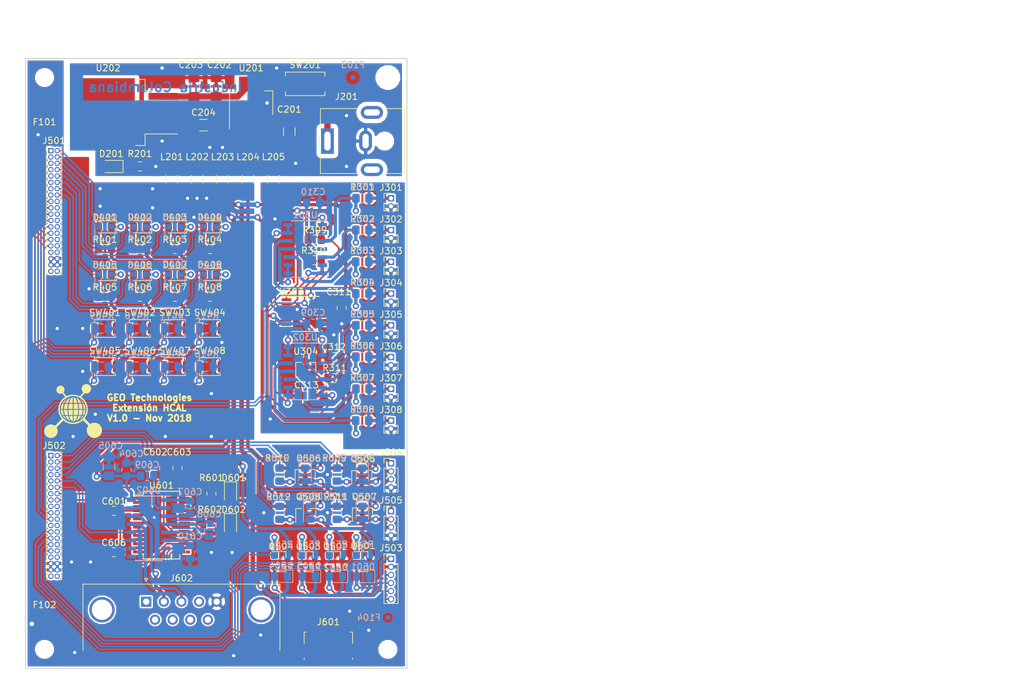
<source format=kicad_pcb>
(kicad_pcb (version 20171130) (host pcbnew 5.0.1-33cea8e~68~ubuntu18.04.1)
  (title_block (title "PBC TP Final - Tarjeta Expación GEO HCAL") (date 2018-11-13) (rev 1.0) (company "GEO Tecnologies") (comment 1 "Revisor: Telmo Moya") (comment 2 "Autor: Jairo Mena"))
  (layers (0 F.Cu signal) (31 B.Cu signal) (34 B.Paste user) (35 F.Paste user) (36 B.SilkS user) (37 F.SilkS user) (38 B.Mask user) (39 F.Mask user) (44 Edge.Cuts user))
  (net 0 "")
  (net 1 GNDPWR)
  (net 2 "/Fuente de Poder/PW12")
  (net 3 "/Fuente de Poder/PW5V")
  (net 4 "/Fuente de Poder/PW3V3")
  (net 5 "Net-(C301-Pad1)")
  (net 6 GNDA)
  (net 7 "Net-(C302-Pad1)")
  (net 8 "Net-(C303-Pad1)")
  (net 9 "Net-(C304-Pad1)")
  (net 10 "Net-(C305-Pad1)")
  (net 11 "Net-(C306-Pad1)")
  (net 12 "Net-(C307-Pad1)")
  (net 13 "Net-(C308-Pad1)")
  (net 14 +3V3)
  (net 15 +5V)
  (net 16 "/Conversión Analogo-Digital/VREF")
  (net 17 GNDD)
  (net 18 "Net-(C601-Pad1)")
  (net 19 "Net-(C607-Pad2)")
  (net 20 "Net-(C607-Pad1)")
  (net 21 "Net-(C608-Pad2)")
  (net 22 "Net-(C608-Pad1)")
  (net 23 "Net-(C609-Pad2)")
  (net 24 "Net-(C610-Pad1)")
  (net 25 "Net-(D201-Pad1)")
  (net 26 "Net-(D401-Pad2)")
  (net 27 "Net-(D401-Pad1)")
  (net 28 "Net-(D402-Pad1)")
  (net 29 "Net-(D402-Pad2)")
  (net 30 "Net-(D403-Pad2)")
  (net 31 "Net-(D403-Pad1)")
  (net 32 "Net-(D404-Pad1)")
  (net 33 "Net-(D404-Pad2)")
  (net 34 "Net-(D405-Pad1)")
  (net 35 "Net-(D405-Pad2)")
  (net 36 "Net-(D406-Pad1)")
  (net 37 "Net-(D406-Pad2)")
  (net 38 "Net-(D407-Pad2)")
  (net 39 "Net-(D407-Pad1)")
  (net 40 "Net-(D408-Pad2)")
  (net 41 "Net-(D408-Pad1)")
  (net 42 +12V)
  (net 43 "/Puertos de Entrada y Salida/CLOSE0")
  (net 44 "/Puertos de Entrada y Salida/OPEN0")
  (net 45 "/Puertos de Entrada y Salida/CLOSE1")
  (net 46 "/Puertos de Entrada y Salida/OPEN1")
  (net 47 "Net-(D601-Pad1)")
  (net 48 "Net-(D602-Pad1)")
  (net 49 "/Fuente de Poder/IN12V")
  (net 50 "Net-(J301-Pad1)")
  (net 51 "Net-(J302-Pad1)")
  (net 52 "Net-(J303-Pad1)")
  (net 53 "Net-(J304-Pad1)")
  (net 54 "Net-(J305-Pad1)")
  (net 55 "Net-(J306-Pad1)")
  (net 56 "Net-(J307-Pad1)")
  (net 57 "Net-(J308-Pad1)")
  (net 58 "/Puertos de Entrada y Salida/PWM0")
  (net 59 "/Puertos de Entrada y Salida/PWM1")
  (net 60 "/Puertos de Entrada y Salida/PWM2")
  (net 61 "/Puertos de Entrada y Salida/PWM3")
  (net 62 "/Puertos de Entrada y Salida/CL0")
  (net 63 "/Puertos de Entrada y Salida/OP0")
  (net 64 "/Puertos de Entrada y Salida/CL1")
  (net 65 "/Puertos de Entrada y Salida/OP1")
  (net 66 "Net-(J601-Pad1)")
  (net 67 /Comunicación/D-)
  (net 68 /Comunicación/D+)
  (net 69 "Net-(J601-Pad4)")
  (net 70 "Net-(J602-Pad1)")
  (net 71 /Comunicación/RS232_TxOut)
  (net 72 /Comunicación/RS232_RxIn)
  (net 73 "Net-(J602-Pad4)")
  (net 74 "Net-(J602-Pad6)")
  (net 75 "Net-(J602-Pad7)")
  (net 76 "Net-(J602-Pad8)")
  (net 77 "Net-(J602-Pad9)")
  (net 78 "Net-(R311-Pad2)")
  (net 79 "Net-(R601-Pad2)")
  (net 80 "Net-(R602-Pad2)")
  (net 81 "/Conversión Analogo-Digital/CH0")
  (net 82 "/Conversión Analogo-Digital/CH1")
  (net 83 "/Conversión Analogo-Digital/CH2")
  (net 84 "/Conversión Analogo-Digital/CH3")
  (net 85 "/Conversión Analogo-Digital/CH7")
  (net 86 "/Conversión Analogo-Digital/CH6")
  (net 87 "/Conversión Analogo-Digital/CH5")
  (net 88 "/Conversión Analogo-Digital/CH4")
  (net 89 "/Conversión Analogo-Digital/COM")
  (net 90 "Net-(U601-Pad2)")
  (net 91 "Net-(U601-Pad3)")
  (net 92 "Net-(U601-Pad6)")
  (net 93 "Net-(U601-Pad9)")
  (net 94 "Net-(U601-Pad10)")
  (net 95 "Net-(U601-Pad11)")
  (net 96 "Net-(U601-Pad12)")
  (net 97 "Net-(U601-Pad13)")
  (net 98 "Net-(U601-Pad14)")
  (net 99 "Net-(U601-Pad19)")
  (net 100 "Net-(U601-Pad26)")
  (net 101 "Net-(U601-Pad27)")
  (net 102 "Net-(U601-Pad28)")
  (net 103 "Net-(U602-Pad7)")
  (net 104 "Net-(U602-Pad8)")
  (net 105 "Net-(U602-Pad9)")
  (net 106 "Net-(U602-Pad10)")
  (net 107 "/Interfaz de Usuario/SW4")
  (net 108 "/Interfaz de Usuario/SW2")
  (net 109 "/Interfaz de Usuario/SW7")
  (net 110 "/Interfaz de Usuario/SW6")
  (net 111 "/Interfaz de Usuario/SW5")
  (net 112 "/Interfaz de Usuario/SW1")
  (net 113 "/Interfaz de Usuario/SW0")
  (net 114 "/Interfaz de Usuario/SW3")
  (net 115 "/Interfaz de Usuario/LED4")
  (net 116 "/Interfaz de Usuario/LED1")
  (net 117 "/Interfaz de Usuario/LED3")
  (net 118 "/Interfaz de Usuario/LED5")
  (net 119 "/Interfaz de Usuario/LED0")
  (net 120 "/Interfaz de Usuario/LED7")
  (net 121 "/Interfaz de Usuario/LED6")
  (net 122 "/Interfaz de Usuario/LED2")
  (net 123 "Net-(Q508-Pad1)")
  (net 124 "Net-(Q507-Pad1)")
  (net 125 "/Puertos de Entrada y Salida/PWM_OUT3")
  (net 126 "/Puertos de Entrada y Salida/PWM_OUT2")
  (net 127 "/Puertos de Entrada y Salida/PWM_OUT1")
  (net 128 "/Puertos de Entrada y Salida/PWM_OUT0")
  (net 129 "Net-(J501-Pad1)")
  (net 130 "Net-(J501-Pad3)")
  (net 131 "Net-(J501-Pad5)")
  (net 132 "Net-(J501-Pad7)")
  (net 133 "Net-(J501-Pad9)")
  (net 134 "Net-(J501-Pad11)")
  (net 135 "Net-(J501-Pad13)")
  (net 136 "Net-(J501-Pad15)")
  (net 137 "Net-(J501-Pad18)")
  (net 138 "Net-(J501-Pad20)")
  (net 139 "Net-(J501-Pad22)")
  (net 140 "Net-(J501-Pad24)")
  (net 141 "Net-(J501-Pad26)")
  (net 142 "Net-(J501-Pad28)")
  (net 143 "Net-(J501-Pad30)")
  (net 144 "Net-(J501-Pad32)")
  (net 145 "Net-(J501-Pad33)")
  (net 146 "Net-(J501-Pad34)")
  (net 147 "Net-(J501-Pad39)")
  (net 148 "Net-(J501-Pad40)")
  (net 149 "Net-(J502-Pad40)")
  (net 150 "Net-(J502-Pad39)")
  (net 151 "Net-(J502-Pad34)")
  (net 152 "Net-(J502-Pad33)")
  (net 153 "Net-(J502-Pad32)")
  (net 154 "Net-(J502-Pad30)")
  (net 155 "Net-(J502-Pad28)")
  (net 156 "Net-(J502-Pad26)")
  (net 157 "Net-(J502-Pad24)")
  (net 158 "Net-(J502-Pad23)")
  (net 159 "Net-(J502-Pad22)")
  (net 160 "Net-(J502-Pad20)")
  (net 161 "Net-(J502-Pad18)")
  (net 162 "Net-(J502-Pad17)")
  (net 163 "Net-(J502-Pad15)")
  (net 164 "Net-(Q506-Pad1)")
  (net 165 "Net-(Q505-Pad1)")
  (net 166 "Net-(J502-Pad5)")
  (net 167 "Net-(J502-Pad3)")
  (net 168 "Net-(J502-Pad9)")
  (net 169 "Net-(J502-Pad7)")
  (net 170 "Net-(J502-Pad13)")
  (net 171 "Net-(J502-Pad11)")
  (net 172 "Net-(J502-Pad1)")
  (net 173 "/Conversión Analogo-Digital/SCL")
  (net 174 "/Conversión Analogo-Digital/SDA")
  (net 175 /Comunicación/TXD)
  (net 176 /Comunicación/RXD)
  (net 177 /Comunicación/RxIn)
  (net 178 /Comunicación/TxOut)
  (module Connector_Dsub:DSUB-9_Male_Horizontal_P2.77x2.84mm_EdgePinOffset4.94mm_Housed_MountingHolesOffset7.48mm (layer F.Cu) (at 98 137.5)
    (fp_text reference J602 (at 5.54 -3.7) (layer F.SilkS))
    (fp_text value DB9_Male)
    (pad 1 thru_hole rect (at 0 0) (size 1.6 1.6) (drill 1) (layers *.Cu *.Mask) (net 70 "Net-(J602-Pad1)"))
    (pad 2 thru_hole circle (at 2.77 0) (size 1.6 1.6) (drill 1) (layers *.Cu *.Mask) (net 71 /Comunicación/RS232_TxOut))
    (pad 3 thru_hole circle (at 5.54 0) (size 1.6 1.6) (drill 1) (layers *.Cu *.Mask) (net 72 /Comunicación/RS232_RxIn))
    (pad 4 thru_hole circle (at 8.31 0) (size 1.6 1.6) (drill 1) (layers *.Cu *.Mask) (net 73 "Net-(J602-Pad4)"))
    (pad 5 thru_hole circle (at 11.08 0) (size 1.6 1.6) (drill 1) (layers *.Cu *.Mask) (net 17 GNDD))
    (pad 6 thru_hole circle (at 1.385 2.84) (size 1.6 1.6) (drill 1) (layers *.Cu *.Mask) (net 74 "Net-(J602-Pad6)"))
    (pad 7 thru_hole circle (at 4.155 2.84) (size 1.6 1.6) (drill 1) (layers *.Cu *.Mask) (net 75 "Net-(J602-Pad7)"))
    (pad 8 thru_hole circle (at 6.925 2.84) (size 1.6 1.6) (drill 1) (layers *.Cu *.Mask) (net 76 "Net-(J602-Pad8)"))
    (pad 9 thru_hole circle (at 9.695 2.84) (size 1.6 1.6) (drill 1) (layers *.Cu *.Mask) (net 77 "Net-(J602-Pad9)"))
    (pad 0 thru_hole circle (at -6.96 1.27) (size 4 4) (drill 3.2) (layers *.Cu *.Mask))
    (pad 0 thru_hole circle (at 18.04 1.27) (size 4 4) (drill 3.2) (layers *.Cu *.Mask))
  )
  (module Connector_BarrelJack:BarrelJack_CUI_PJ-063AH_Horizontal (layer F.Cu) (at 126.5 65 90)
    (fp_text reference J201 (at 7 3 180) (layer F.SilkS))
    (fp_text value Barrel_Jack)
    (pad 1 thru_hole rect (at 0 0 90) (size 4 2) (drill oval 3 1) (layers *.Cu *.Mask) (net 49 "/Fuente de Poder/IN12V"))
    (pad 2 thru_hole oval (at 0 6 90) (size 3.3 2) (drill oval 2.3 1) (layers *.Cu *.Mask) (net 1 GNDPWR))
    (pad MP thru_hole oval (at -4.5 7 90) (size 2 3.5) (drill oval 1 2.5) (layers *.Cu *.Mask))
    (pad MP thru_hole oval (at 4.5 7 90) (size 2 3.5) (drill oval 1 2.5) (layers *.Cu *.Mask))
    (pad "" np_thru_hole circle (at 0 9 90) (size 1.6 1.6) (drill 1.6) (layers *.Cu *.Mask))
  )
  (module Fiducial:Fiducial_0.75mm_Dia_1.5mm_Outer (layer B.Cu) (at 136 140)
    (fp_text reference F104 (at -3 0) (layer B.SilkS) (effects (justify mirror)))
    (fp_text value Fiducial)
    (pad ~ smd circle (at 0 0) (size 0.75 0.75) (layers B.Cu B.Mask) (clearance 0.375))
  )
  (module Fiducial:Fiducial_0.75mm_Dia_1.5mm_Outer (layer B.Cu) (at 130.5 55 180)
    (fp_text reference F103 (at 0 2 180) (layer B.SilkS) (effects (justify mirror)))
    (fp_text value Fiducial)
    (pad ~ smd circle (at 0 0 180) (size 0.75 0.75) (layers B.Cu B.Mask) (clearance 0.375))
  )
  (module Fiducial:Fiducial_0.75mm_Dia_1.5mm_Outer (layer F.Cu) (at 82 60)
    (fp_text reference F101 (at 0 2) (layer F.SilkS))
    (fp_text value Fiducial)
    (pad ~ smd circle (at 0 0) (size 0.75 0.75) (layers F.Cu F.Mask) (clearance 0.375))
  )
  (module Fiducial:Fiducial_0.75mm_Dia_1.5mm_Outer (layer F.Cu) (at 82 140)
    (fp_text reference F102 (at 0 -2) (layer F.SilkS))
    (fp_text value Fiducial)
    (pad ~ smd circle (at 0 0) (size 0.75 0.75) (layers F.Cu F.Mask) (clearance 0.375))
  )
  (module Connector_USB:USB_Micro-B_Molex_47346-0001 (layer F.Cu) (at 126.65 144)
    (fp_text reference J601 (at 0 -3.3 180) (layer F.SilkS))
    (fp_text value USB_B_Micro)
    (pad 1 smd rect (at -1.3 -1.46) (size 0.45 1.38) (layers F.Cu F.Paste F.Mask) (net 66 "Net-(J601-Pad1)"))
    (pad 2 smd rect (at -0.65 -1.46) (size 0.45 1.38) (layers F.Cu F.Paste F.Mask) (net 67 /Comunicación/D-))
    (pad 3 smd rect (at 0 -1.46) (size 0.45 1.38) (layers F.Cu F.Paste F.Mask) (net 68 /Comunicación/D+))
    (pad 4 smd rect (at 0.65 -1.46) (size 0.45 1.38) (layers F.Cu F.Paste F.Mask) (net 69 "Net-(J601-Pad4)"))
    (pad 5 smd rect (at 1.3 -1.46) (size 0.45 1.38) (layers F.Cu F.Paste F.Mask) (net 17 GNDD))
    (pad 6 smd rect (at -2.4625 -1.1) (size 1.475 2.1) (layers F.Cu F.Paste F.Mask) (net 17 GNDD))
    (pad 6 smd rect (at 2.4625 -1.1) (size 1.475 2.1) (layers F.Cu F.Paste F.Mask) (net 17 GNDD))
    (pad 6 smd rect (at -2.91 1.2) (size 2.375 1.9) (layers F.Cu F.Paste F.Mask) (net 17 GNDD))
    (pad 6 smd rect (at 2.91 1.2) (size 2.375 1.9) (layers F.Cu F.Paste F.Mask) (net 17 GNDD))
    (pad 6 smd rect (at -0.84 1.2) (size 1.175 1.9) (layers F.Cu F.Paste F.Mask) (net 17 GNDD))
    (pad 6 smd rect (at 0.84 1.2) (size 1.175 1.9) (layers F.Cu F.Paste F.Mask) (net 17 GNDD))
  )
  (module Package_SO:SOIC-16_3.9x9.9mm_P1.27mm (layer B.Cu) (at 98.4 125.95 180)
    (fp_text reference U602 (at 0 6 180) (layer B.SilkS) (effects (justify mirror)))
    (fp_text value MAX3232)
    (pad 1 smd rect (at -2.7 4.445 180) (size 1.5 0.6) (layers B.Cu B.Paste B.Mask) (net 20 "Net-(C607-Pad1)"))
    (pad 2 smd rect (at -2.7 3.175 180) (size 1.5 0.6) (layers B.Cu B.Paste B.Mask) (net 23 "Net-(C609-Pad2)"))
    (pad 3 smd rect (at -2.7 1.905 180) (size 1.5 0.6) (layers B.Cu B.Paste B.Mask) (net 19 "Net-(C607-Pad2)"))
    (pad 4 smd rect (at -2.7 0.635 180) (size 1.5 0.6) (layers B.Cu B.Paste B.Mask) (net 22 "Net-(C608-Pad1)"))
    (pad 5 smd rect (at -2.7 -0.635 180) (size 1.5 0.6) (layers B.Cu B.Paste B.Mask) (net 21 "Net-(C608-Pad2)"))
    (pad 6 smd rect (at -2.7 -1.905 180) (size 1.5 0.6) (layers B.Cu B.Paste B.Mask) (net 24 "Net-(C610-Pad1)"))
    (pad 7 smd rect (at -2.7 -3.175 180) (size 1.5 0.6) (layers B.Cu B.Paste B.Mask) (net 103 "Net-(U602-Pad7)"))
    (pad 8 smd rect (at -2.7 -4.445 180) (size 1.5 0.6) (layers B.Cu B.Paste B.Mask) (net 104 "Net-(U602-Pad8)"))
    (pad 9 smd rect (at 2.7 -4.445 180) (size 1.5 0.6) (layers B.Cu B.Paste B.Mask) (net 105 "Net-(U602-Pad9)"))
    (pad 10 smd rect (at 2.7 -3.175 180) (size 1.5 0.6) (layers B.Cu B.Paste B.Mask) (net 106 "Net-(U602-Pad10)"))
    (pad 11 smd rect (at 2.7 -1.905 180) (size 1.5 0.6) (layers B.Cu B.Paste B.Mask) (net 177 /Comunicación/RxIn))
    (pad 12 smd rect (at 2.7 -0.635 180) (size 1.5 0.6) (layers B.Cu B.Paste B.Mask) (net 178 /Comunicación/TxOut))
    (pad 13 smd rect (at 2.7 0.635 180) (size 1.5 0.6) (layers B.Cu B.Paste B.Mask) (net 72 /Comunicación/RS232_RxIn))
    (pad 14 smd rect (at 2.7 1.905 180) (size 1.5 0.6) (layers B.Cu B.Paste B.Mask) (net 71 /Comunicación/RS232_TxOut))
    (pad 15 smd rect (at 2.7 3.175 180) (size 1.5 0.6) (layers B.Cu B.Paste B.Mask) (net 17 GNDD))
    (pad 16 smd rect (at 2.7 4.445 180) (size 1.5 0.6) (layers B.Cu B.Paste B.Mask) (net 14 +3V3))
  )
  (module Resistor_SMD:R_0805_2012Metric_Pad1.15x1.40mm_HandSolder (layer B.Cu) (at 119 123.5 90)
    (fp_text reference R508 (at 2.5 -0.2) (layer B.SilkS) (effects (justify mirror)))
    (fp_text value 1K)
    (pad 1 smd roundrect (at -1.025 0 90) (size 1.15 1.4) (layers B.Cu B.Paste B.Mask) (roundrect_rratio 0.217391) (net 123 "Net-(Q508-Pad1)"))
    (pad 2 smd roundrect (at 1.025 0 90) (size 1.15 1.4) (layers B.Cu B.Paste B.Mask) (roundrect_rratio 0.217391) (net 65 "/Puertos de Entrada y Salida/OP1"))
  )
  (module Package_TO_SOT_SMD:SOT-23 (layer F.Cu) (at 132 123.5 90)
    (fp_text reference Q507 (at 2.5 0.3 180) (layer F.SilkS))
    (fp_text value FDV301N)
    (pad 3 smd rect (at 1 0 90) (size 0.9 0.8) (layers F.Cu F.Paste F.Mask) (net 17 GNDD))
    (pad 2 smd rect (at -1 0.95 90) (size 0.9 0.8) (layers F.Cu F.Paste F.Mask) (net 45 "/Puertos de Entrada y Salida/CLOSE1"))
    (pad 1 smd rect (at -1 -0.95 90) (size 0.9 0.8) (layers F.Cu F.Paste F.Mask) (net 124 "Net-(Q507-Pad1)"))
  )
  (module Package_TO_SOT_SMD:SOT-23 (layer F.Cu) (at 123.1 123.6 90)
    (fp_text reference Q508 (at 2.6 0.4 180) (layer F.SilkS))
    (fp_text value FDV301N)
    (pad 1 smd rect (at -1 -0.95 90) (size 0.9 0.8) (layers F.Cu F.Paste F.Mask) (net 123 "Net-(Q508-Pad1)"))
    (pad 2 smd rect (at -1 0.95 90) (size 0.9 0.8) (layers F.Cu F.Paste F.Mask) (net 46 "/Puertos de Entrada y Salida/OPEN1"))
    (pad 3 smd rect (at 1 0 90) (size 0.9 0.8) (layers F.Cu F.Paste F.Mask) (net 17 GNDD))
  )
  (module Connector_PinHeader_1.27mm:PinHeader_1x04_P1.27mm_Vertical (layer F.Cu) (at 136.5 123.25)
    (fp_text reference J505 (at 0 -1.695) (layer F.SilkS))
    (fp_text value Conn_01x04)
    (pad 1 thru_hole rect (at 0 0) (size 1 1) (drill 0.65) (layers *.Cu *.Mask) (net 42 +12V))
    (pad 2 thru_hole oval (at 0 1.27) (size 1 1) (drill 0.65) (layers *.Cu *.Mask) (net 45 "/Puertos de Entrada y Salida/CLOSE1"))
    (pad 3 thru_hole oval (at 0 2.54) (size 1 1) (drill 0.65) (layers *.Cu *.Mask) (net 46 "/Puertos de Entrada y Salida/OPEN1"))
    (pad 4 thru_hole oval (at 0 3.81) (size 1 1) (drill 0.65) (layers *.Cu *.Mask) (net 17 GNDD))
  )
  (module Connector_PinHeader_1.00mm:PinHeader_2x20_P1.00mm_Vertical (layer F.Cu) (at 83 66.5)
    (fp_text reference J501 (at 0.5 -1.56) (layer F.SilkS))
    (fp_text value Conn_01x40_Male)
    (pad 1 thru_hole rect (at 0 0) (size 0.85 0.85) (drill 0.5) (layers *.Cu *.Mask) (net 129 "Net-(J501-Pad1)"))
    (pad 2 thru_hole oval (at 1 0) (size 0.85 0.85) (drill 0.5) (layers *.Cu *.Mask) (net 119 "/Interfaz de Usuario/LED0"))
    (pad 3 thru_hole oval (at 0 1) (size 0.85 0.85) (drill 0.5) (layers *.Cu *.Mask) (net 130 "Net-(J501-Pad3)"))
    (pad 4 thru_hole oval (at 1 1) (size 0.85 0.85) (drill 0.5) (layers *.Cu *.Mask) (net 116 "/Interfaz de Usuario/LED1"))
    (pad 5 thru_hole oval (at 0 2) (size 0.85 0.85) (drill 0.5) (layers *.Cu *.Mask) (net 131 "Net-(J501-Pad5)"))
    (pad 6 thru_hole oval (at 1 2) (size 0.85 0.85) (drill 0.5) (layers *.Cu *.Mask) (net 122 "/Interfaz de Usuario/LED2"))
    (pad 7 thru_hole oval (at 0 3) (size 0.85 0.85) (drill 0.5) (layers *.Cu *.Mask) (net 132 "Net-(J501-Pad7)"))
    (pad 8 thru_hole oval (at 1 3) (size 0.85 0.85) (drill 0.5) (layers *.Cu *.Mask) (net 117 "/Interfaz de Usuario/LED3"))
    (pad 9 thru_hole oval (at 0 4) (size 0.85 0.85) (drill 0.5) (layers *.Cu *.Mask) (net 133 "Net-(J501-Pad9)"))
    (pad 10 thru_hole oval (at 1 4) (size 0.85 0.85) (drill 0.5) (layers *.Cu *.Mask) (net 115 "/Interfaz de Usuario/LED4"))
    (pad 11 thru_hole oval (at 0 5) (size 0.85 0.85) (drill 0.5) (layers *.Cu *.Mask) (net 134 "Net-(J501-Pad11)"))
    (pad 12 thru_hole oval (at 1 5) (size 0.85 0.85) (drill 0.5) (layers *.Cu *.Mask) (net 118 "/Interfaz de Usuario/LED5"))
    (pad 13 thru_hole oval (at 0 6) (size 0.85 0.85) (drill 0.5) (layers *.Cu *.Mask) (net 135 "Net-(J501-Pad13)"))
    (pad 14 thru_hole oval (at 1 6) (size 0.85 0.85) (drill 0.5) (layers *.Cu *.Mask) (net 121 "/Interfaz de Usuario/LED6"))
    (pad 15 thru_hole oval (at 0 7) (size 0.85 0.85) (drill 0.5) (layers *.Cu *.Mask) (net 136 "Net-(J501-Pad15)"))
    (pad 16 thru_hole oval (at 1 7) (size 0.85 0.85) (drill 0.5) (layers *.Cu *.Mask) (net 120 "/Interfaz de Usuario/LED7"))
    (pad 17 thru_hole oval (at 0 8) (size 0.85 0.85) (drill 0.5) (layers *.Cu *.Mask) (net 109 "/Interfaz de Usuario/SW7"))
    (pad 18 thru_hole oval (at 1 8) (size 0.85 0.85) (drill 0.5) (layers *.Cu *.Mask) (net 137 "Net-(J501-Pad18)"))
    (pad 19 thru_hole oval (at 0 9) (size 0.85 0.85) (drill 0.5) (layers *.Cu *.Mask) (net 110 "/Interfaz de Usuario/SW6"))
    (pad 20 thru_hole oval (at 1 9) (size 0.85 0.85) (drill 0.5) (layers *.Cu *.Mask) (net 138 "Net-(J501-Pad20)"))
    (pad 21 thru_hole oval (at 0 10) (size 0.85 0.85) (drill 0.5) (layers *.Cu *.Mask) (net 111 "/Interfaz de Usuario/SW5"))
    (pad 22 thru_hole oval (at 1 10) (size 0.85 0.85) (drill 0.5) (layers *.Cu *.Mask) (net 139 "Net-(J501-Pad22)"))
    (pad 23 thru_hole oval (at 0 11) (size 0.85 0.85) (drill 0.5) (layers *.Cu *.Mask) (net 107 "/Interfaz de Usuario/SW4"))
    (pad 24 thru_hole oval (at 1 11) (size 0.85 0.85) (drill 0.5) (layers *.Cu *.Mask) (net 140 "Net-(J501-Pad24)"))
    (pad 25 thru_hole oval (at 0 12) (size 0.85 0.85) (drill 0.5) (layers *.Cu *.Mask) (net 114 "/Interfaz de Usuario/SW3"))
    (pad 26 thru_hole oval (at 1 12) (size 0.85 0.85) (drill 0.5) (layers *.Cu *.Mask) (net 141 "Net-(J501-Pad26)"))
    (pad 27 thru_hole oval (at 0 13) (size 0.85 0.85) (drill 0.5) (layers *.Cu *.Mask) (net 108 "/Interfaz de Usuario/SW2"))
    (pad 28 thru_hole oval (at 1 13) (size 0.85 0.85) (drill 0.5) (layers *.Cu *.Mask) (net 142 "Net-(J501-Pad28)"))
    (pad 29 thru_hole oval (at 0 14) (size 0.85 0.85) (drill 0.5) (layers *.Cu *.Mask) (net 112 "/Interfaz de Usuario/SW1"))
    (pad 30 thru_hole oval (at 1 14) (size 0.85 0.85) (drill 0.5) (layers *.Cu *.Mask) (net 143 "Net-(J501-Pad30)"))
    (pad 31 thru_hole oval (at 0 15) (size 0.85 0.85) (drill 0.5) (layers *.Cu *.Mask) (net 113 "/Interfaz de Usuario/SW0"))
    (pad 32 thru_hole oval (at 1 15) (size 0.85 0.85) (drill 0.5) (layers *.Cu *.Mask) (net 144 "Net-(J501-Pad32)"))
    (pad 33 thru_hole oval (at 0 16) (size 0.85 0.85) (drill 0.5) (layers *.Cu *.Mask) (net 145 "Net-(J501-Pad33)"))
    (pad 34 thru_hole oval (at 1 16) (size 0.85 0.85) (drill 0.5) (layers *.Cu *.Mask) (net 146 "Net-(J501-Pad34)"))
    (pad 35 thru_hole oval (at 0 17) (size 0.85 0.85) (drill 0.5) (layers *.Cu *.Mask) (net 17 GNDD))
    (pad 36 thru_hole oval (at 1 17) (size 0.85 0.85) (drill 0.5) (layers *.Cu *.Mask) (net 17 GNDD))
    (pad 37 thru_hole oval (at 0 18) (size 0.85 0.85) (drill 0.5) (layers *.Cu *.Mask) (net 17 GNDD))
    (pad 38 thru_hole oval (at 1 18) (size 0.85 0.85) (drill 0.5) (layers *.Cu *.Mask) (net 17 GNDD))
    (pad 39 thru_hole oval (at 0 19) (size 0.85 0.85) (drill 0.5) (layers *.Cu *.Mask) (net 147 "Net-(J501-Pad39)"))
    (pad 40 thru_hole oval (at 1 19) (size 0.85 0.85) (drill 0.5) (layers *.Cu *.Mask) (net 148 "Net-(J501-Pad40)"))
  )
  (module Connector_PinHeader_1.27mm:PinHeader_1x06_P1.27mm_Vertical (layer F.Cu) (at 136.5 130.75)
    (fp_text reference J503 (at 0 -1.695) (layer F.SilkS))
    (fp_text value Conn_01x06_Male)
    (pad 1 thru_hole rect (at 0 0) (size 1 1) (drill 0.65) (layers *.Cu *.Mask) (net 15 +5V))
    (pad 2 thru_hole oval (at 0 1.27) (size 1 1) (drill 0.65) (layers *.Cu *.Mask) (net 17 GNDD))
    (pad 3 thru_hole oval (at 0 2.54) (size 1 1) (drill 0.65) (layers *.Cu *.Mask) (net 128 "/Puertos de Entrada y Salida/PWM_OUT0"))
    (pad 4 thru_hole oval (at 0 3.81) (size 1 1) (drill 0.65) (layers *.Cu *.Mask) (net 127 "/Puertos de Entrada y Salida/PWM_OUT1"))
    (pad 5 thru_hole oval (at 0 5.08) (size 1 1) (drill 0.65) (layers *.Cu *.Mask) (net 126 "/Puertos de Entrada y Salida/PWM_OUT2"))
    (pad 6 thru_hole oval (at 0 6.35) (size 1 1) (drill 0.65) (layers *.Cu *.Mask) (net 125 "/Puertos de Entrada y Salida/PWM_OUT3"))
  )
  (module Connector_PinHeader_1.27mm:PinHeader_1x04_P1.27mm_Vertical (layer F.Cu) (at 136.5 115.71)
    (fp_text reference J504 (at 0 -1.695) (layer F.SilkS))
    (fp_text value Conn_01x04)
    (pad 1 thru_hole rect (at 0 0) (size 1 1) (drill 0.65) (layers *.Cu *.Mask) (net 42 +12V))
    (pad 2 thru_hole oval (at 0 1.27) (size 1 1) (drill 0.65) (layers *.Cu *.Mask) (net 43 "/Puertos de Entrada y Salida/CLOSE0"))
    (pad 3 thru_hole oval (at 0 2.54) (size 1 1) (drill 0.65) (layers *.Cu *.Mask) (net 44 "/Puertos de Entrada y Salida/OPEN0"))
    (pad 4 thru_hole oval (at 0 3.81) (size 1 1) (drill 0.65) (layers *.Cu *.Mask) (net 17 GNDD))
  )
  (module Connector_PinHeader_1.00mm:PinHeader_2x20_P1.00mm_Vertical (layer F.Cu) (at 83 114.5)
    (fp_text reference J502 (at 0.5 -1.56) (layer F.SilkS))
    (fp_text value Conn_01x40_Male)
    (pad 40 thru_hole oval (at 1 19) (size 0.85 0.85) (drill 0.5) (layers *.Cu *.Mask) (net 149 "Net-(J502-Pad40)"))
    (pad 39 thru_hole oval (at 0 19) (size 0.85 0.85) (drill 0.5) (layers *.Cu *.Mask) (net 150 "Net-(J502-Pad39)"))
    (pad 38 thru_hole oval (at 1 18) (size 0.85 0.85) (drill 0.5) (layers *.Cu *.Mask) (net 17 GNDD))
    (pad 37 thru_hole oval (at 0 18) (size 0.85 0.85) (drill 0.5) (layers *.Cu *.Mask) (net 17 GNDD))
    (pad 36 thru_hole oval (at 1 17) (size 0.85 0.85) (drill 0.5) (layers *.Cu *.Mask) (net 17 GNDD))
    (pad 35 thru_hole oval (at 0 17) (size 0.85 0.85) (drill 0.5) (layers *.Cu *.Mask) (net 17 GNDD))
    (pad 34 thru_hole oval (at 1 16) (size 0.85 0.85) (drill 0.5) (layers *.Cu *.Mask) (net 151 "Net-(J502-Pad34)"))
    (pad 33 thru_hole oval (at 0 16) (size 0.85 0.85) (drill 0.5) (layers *.Cu *.Mask) (net 152 "Net-(J502-Pad33)"))
    (pad 32 thru_hole oval (at 1 15) (size 0.85 0.85) (drill 0.5) (layers *.Cu *.Mask) (net 153 "Net-(J502-Pad32)"))
    (pad 31 thru_hole oval (at 0 15) (size 0.85 0.85) (drill 0.5) (layers *.Cu *.Mask) (net 61 "/Puertos de Entrada y Salida/PWM3"))
    (pad 30 thru_hole oval (at 1 14) (size 0.85 0.85) (drill 0.5) (layers *.Cu *.Mask) (net 154 "Net-(J502-Pad30)"))
    (pad 29 thru_hole oval (at 0 14) (size 0.85 0.85) (drill 0.5) (layers *.Cu *.Mask) (net 60 "/Puertos de Entrada y Salida/PWM2"))
    (pad 28 thru_hole oval (at 1 13) (size 0.85 0.85) (drill 0.5) (layers *.Cu *.Mask) (net 155 "Net-(J502-Pad28)"))
    (pad 27 thru_hole oval (at 0 13) (size 0.85 0.85) (drill 0.5) (layers *.Cu *.Mask) (net 59 "/Puertos de Entrada y Salida/PWM1"))
    (pad 26 thru_hole oval (at 1 12) (size 0.85 0.85) (drill 0.5) (layers *.Cu *.Mask) (net 156 "Net-(J502-Pad26)"))
    (pad 25 thru_hole oval (at 0 12) (size 0.85 0.85) (drill 0.5) (layers *.Cu *.Mask) (net 58 "/Puertos de Entrada y Salida/PWM0"))
    (pad 24 thru_hole oval (at 1 11) (size 0.85 0.85) (drill 0.5) (layers *.Cu *.Mask) (net 157 "Net-(J502-Pad24)"))
    (pad 23 thru_hole oval (at 0 11) (size 0.85 0.85) (drill 0.5) (layers *.Cu *.Mask) (net 158 "Net-(J502-Pad23)"))
    (pad 22 thru_hole oval (at 1 10) (size 0.85 0.85) (drill 0.5) (layers *.Cu *.Mask) (net 159 "Net-(J502-Pad22)"))
    (pad 21 thru_hole oval (at 0 10) (size 0.85 0.85) (drill 0.5) (layers *.Cu *.Mask) (net 174 "/Conversión Analogo-Digital/SDA"))
    (pad 20 thru_hole oval (at 1 9) (size 0.85 0.85) (drill 0.5) (layers *.Cu *.Mask) (net 160 "Net-(J502-Pad20)"))
    (pad 19 thru_hole oval (at 0 9) (size 0.85 0.85) (drill 0.5) (layers *.Cu *.Mask) (net 173 "/Conversión Analogo-Digital/SCL"))
    (pad 18 thru_hole oval (at 1 8) (size 0.85 0.85) (drill 0.5) (layers *.Cu *.Mask) (net 161 "Net-(J502-Pad18)"))
    (pad 17 thru_hole oval (at 0 8) (size 0.85 0.85) (drill 0.5) (layers *.Cu *.Mask) (net 162 "Net-(J502-Pad17)"))
    (pad 16 thru_hole oval (at 1 7) (size 0.85 0.85) (drill 0.5) (layers *.Cu *.Mask) (net 175 /Comunicación/TXD))
    (pad 15 thru_hole oval (at 0 7) (size 0.85 0.85) (drill 0.5) (layers *.Cu *.Mask) (net 163 "Net-(J502-Pad15)"))
    (pad 14 thru_hole oval (at 1 6) (size 0.85 0.85) (drill 0.5) (layers *.Cu *.Mask) (net 176 /Comunicación/RXD))
    (pad 13 thru_hole oval (at 0 6) (size 0.85 0.85) (drill 0.5) (layers *.Cu *.Mask) (net 170 "Net-(J502-Pad13)"))
    (pad 12 thru_hole oval (at 1 5) (size 0.85 0.85) (drill 0.5) (layers *.Cu *.Mask) (net 177 /Comunicación/RxIn))
    (pad 11 thru_hole oval (at 0 5) (size 0.85 0.85) (drill 0.5) (layers *.Cu *.Mask) (net 171 "Net-(J502-Pad11)"))
    (pad 10 thru_hole oval (at 1 4) (size 0.85 0.85) (drill 0.5) (layers *.Cu *.Mask) (net 178 /Comunicación/TxOut))
    (pad 9 thru_hole oval (at 0 4) (size 0.85 0.85) (drill 0.5) (layers *.Cu *.Mask) (net 168 "Net-(J502-Pad9)"))
    (pad 8 thru_hole oval (at 1 3) (size 0.85 0.85) (drill 0.5) (layers *.Cu *.Mask) (net 65 "/Puertos de Entrada y Salida/OP1"))
    (pad 7 thru_hole oval (at 0 3) (size 0.85 0.85) (drill 0.5) (layers *.Cu *.Mask) (net 169 "Net-(J502-Pad7)"))
    (pad 6 thru_hole oval (at 1 2) (size 0.85 0.85) (drill 0.5) (layers *.Cu *.Mask) (net 64 "/Puertos de Entrada y Salida/CL1"))
    (pad 5 thru_hole oval (at 0 2) (size 0.85 0.85) (drill 0.5) (layers *.Cu *.Mask) (net 166 "Net-(J502-Pad5)"))
    (pad 4 thru_hole oval (at 1 1) (size 0.85 0.85) (drill 0.5) (layers *.Cu *.Mask) (net 63 "/Puertos de Entrada y Salida/OP0"))
    (pad 3 thru_hole oval (at 0 1) (size 0.85 0.85) (drill 0.5) (layers *.Cu *.Mask) (net 167 "Net-(J502-Pad3)"))
    (pad 2 thru_hole oval (at 1 0) (size 0.85 0.85) (drill 0.5) (layers *.Cu *.Mask) (net 62 "/Puertos de Entrada y Salida/CL0"))
    (pad 1 thru_hole rect (at 0 0) (size 0.85 0.85) (drill 0.5) (layers *.Cu *.Mask) (net 172 "Net-(J502-Pad1)"))
  )
  (module Package_TO_SOT_SMD:SOT-23 (layer F.Cu) (at 127.8 131.2)
    (fp_text reference Q502 (at -0.025216 -2.373874) (layer F.SilkS))
    (fp_text value FDV301N)
    (pad 3 smd rect (at 1 0) (size 0.9 0.8) (layers F.Cu F.Paste F.Mask) (net 17 GNDD))
    (pad 2 smd rect (at -1 0.95) (size 0.9 0.8) (layers F.Cu F.Paste F.Mask) (net 127 "/Puertos de Entrada y Salida/PWM_OUT1"))
    (pad 1 smd rect (at -1 -0.95) (size 0.9 0.8) (layers F.Cu F.Paste F.Mask) (net 59 "/Puertos de Entrada y Salida/PWM1"))
  )
  (module Package_TO_SOT_SMD:SOT-23 (layer F.Cu) (at 132.1 131.2)
    (fp_text reference Q501 (at 0 -2.5) (layer F.SilkS))
    (fp_text value FDV301N)
    (pad 1 smd rect (at -1 -0.95) (size 0.9 0.8) (layers F.Cu F.Paste F.Mask) (net 58 "/Puertos de Entrada y Salida/PWM0"))
    (pad 2 smd rect (at -1 0.95) (size 0.9 0.8) (layers F.Cu F.Paste F.Mask) (net 128 "/Puertos de Entrada y Salida/PWM_OUT0"))
    (pad 3 smd rect (at 1 0) (size 0.9 0.8) (layers F.Cu F.Paste F.Mask) (net 17 GNDD))
  )
  (module Package_TO_SOT_SMD:SOT-23 (layer F.Cu) (at 123.5 131.2)
    (fp_text reference Q503 (at 0 -2.4) (layer F.SilkS))
    (fp_text value FDV301N)
    (pad 3 smd rect (at 1 0) (size 0.9 0.8) (layers F.Cu F.Paste F.Mask) (net 17 GNDD))
    (pad 2 smd rect (at -1 0.95) (size 0.9 0.8) (layers F.Cu F.Paste F.Mask) (net 126 "/Puertos de Entrada y Salida/PWM_OUT2"))
    (pad 1 smd rect (at -1 -0.95) (size 0.9 0.8) (layers F.Cu F.Paste F.Mask) (net 60 "/Puertos de Entrada y Salida/PWM2"))
  )
  (module Package_TO_SOT_SMD:SOT-23 (layer F.Cu) (at 119.2 131.2)
    (fp_text reference Q504 (at 0 -2.4 180) (layer F.SilkS))
    (fp_text value FDV301N)
    (pad 1 smd rect (at -1 -0.95) (size 0.9 0.8) (layers F.Cu F.Paste F.Mask) (net 61 "/Puertos de Entrada y Salida/PWM3"))
    (pad 2 smd rect (at -1 0.95) (size 0.9 0.8) (layers F.Cu F.Paste F.Mask) (net 125 "/Puertos de Entrada y Salida/PWM_OUT3"))
    (pad 3 smd rect (at 1 0) (size 0.9 0.8) (layers F.Cu F.Paste F.Mask) (net 17 GNDD))
  )
  (module Package_TO_SOT_SMD:SOT-23 (layer F.Cu) (at 131.9 117.625 90)
    (fp_text reference Q505 (at 2.6 0.2 180) (layer F.SilkS))
    (fp_text value FDV301N)
    (pad 3 smd rect (at 1 0 90) (size 0.9 0.8) (layers F.Cu F.Paste F.Mask) (net 17 GNDD))
    (pad 2 smd rect (at -1 0.95 90) (size 0.9 0.8) (layers F.Cu F.Paste F.Mask) (net 43 "/Puertos de Entrada y Salida/CLOSE0"))
    (pad 1 smd rect (at -1 -0.95 90) (size 0.9 0.8) (layers F.Cu F.Paste F.Mask) (net 165 "Net-(Q505-Pad1)"))
  )
  (module Package_TO_SOT_SMD:SOT-23 (layer F.Cu) (at 123 117.5 90)
    (fp_text reference Q506 (at 2.55 0.55 180) (layer F.SilkS))
    (fp_text value FDV301N)
    (pad 1 smd rect (at -1 -0.95 90) (size 0.9 0.8) (layers F.Cu F.Paste F.Mask) (net 164 "Net-(Q506-Pad1)"))
    (pad 2 smd rect (at -1 0.95 90) (size 0.9 0.8) (layers F.Cu F.Paste F.Mask) (net 44 "/Puertos de Entrada y Salida/OPEN0"))
    (pad 3 smd rect (at 1 0 90) (size 0.9 0.8) (layers F.Cu F.Paste F.Mask) (net 17 GNDD))
  )
  (module Package_SO:SSOP-28_5.3x10.2mm_P0.65mm (layer F.Cu) (at 100.4 125.45)
    (fp_text reference U601 (at 0 -6.25) (layer F.SilkS))
    (fp_text value FT232RL)
    (pad 1 smd rect (at -3.6 -4.225) (size 1.75 0.45) (layers F.Cu F.Paste F.Mask) (net 175 /Comunicación/TXD))
    (pad 2 smd rect (at -3.6 -3.575) (size 1.75 0.45) (layers F.Cu F.Paste F.Mask) (net 90 "Net-(U601-Pad2)"))
    (pad 3 smd rect (at -3.6 -2.925) (size 1.75 0.45) (layers F.Cu F.Paste F.Mask) (net 91 "Net-(U601-Pad3)"))
    (pad 4 smd rect (at -3.6 -2.275) (size 1.75 0.45) (layers F.Cu F.Paste F.Mask) (net 18 "Net-(C601-Pad1)"))
    (pad 5 smd rect (at -3.6 -1.625) (size 1.75 0.45) (layers F.Cu F.Paste F.Mask) (net 176 /Comunicación/RXD))
    (pad 6 smd rect (at -3.6 -0.975) (size 1.75 0.45) (layers F.Cu F.Paste F.Mask) (net 92 "Net-(U601-Pad6)"))
    (pad 7 smd rect (at -3.6 -0.325) (size 1.75 0.45) (layers F.Cu F.Paste F.Mask) (net 17 GNDD))
    (pad 8 smd rect (at -3.6 0.325) (size 1.75 0.45) (layers F.Cu F.Paste F.Mask))
    (pad 9 smd rect (at -3.6 0.975) (size 1.75 0.45) (layers F.Cu F.Paste F.Mask) (net 93 "Net-(U601-Pad9)"))
    (pad 10 smd rect (at -3.6 1.625) (size 1.75 0.45) (layers F.Cu F.Paste F.Mask) (net 94 "Net-(U601-Pad10)"))
    (pad 11 smd rect (at -3.6 2.275) (size 1.75 0.45) (layers F.Cu F.Paste F.Mask) (net 95 "Net-(U601-Pad11)"))
    (pad 12 smd rect (at -3.6 2.925) (size 1.75 0.45) (layers F.Cu F.Paste F.Mask) (net 96 "Net-(U601-Pad12)"))
    (pad 13 smd rect (at -3.6 3.575) (size 1.75 0.45) (layers F.Cu F.Paste F.Mask) (net 97 "Net-(U601-Pad13)"))
    (pad 14 smd rect (at -3.6 4.225) (size 1.75 0.45) (layers F.Cu F.Paste F.Mask) (net 98 "Net-(U601-Pad14)"))
    (pad 15 smd rect (at 3.6 4.225) (size 1.75 0.45) (layers F.Cu F.Paste F.Mask) (net 68 /Comunicación/D+))
    (pad 16 smd rect (at 3.6 3.575) (size 1.75 0.45) (layers F.Cu F.Paste F.Mask) (net 67 /Comunicación/D-))
    (pad 17 smd rect (at 3.6 2.925) (size 1.75 0.45) (layers F.Cu F.Paste F.Mask) (net 18 "Net-(C601-Pad1)"))
    (pad 18 smd rect (at 3.6 2.275) (size 1.75 0.45) (layers F.Cu F.Paste F.Mask) (net 17 GNDD))
    (pad 19 smd rect (at 3.6 1.625) (size 1.75 0.45) (layers F.Cu F.Paste F.Mask) (net 99 "Net-(U601-Pad19)"))
    (pad 20 smd rect (at 3.6 0.975) (size 1.75 0.45) (layers F.Cu F.Paste F.Mask) (net 15 +5V))
    (pad 21 smd rect (at 3.6 0.325) (size 1.75 0.45) (layers F.Cu F.Paste F.Mask) (net 17 GNDD))
    (pad 22 smd rect (at 3.6 -0.325) (size 1.75 0.45) (layers F.Cu F.Paste F.Mask) (net 80 "Net-(R602-Pad2)"))
    (pad 23 smd rect (at 3.6 -0.975) (size 1.75 0.45) (layers F.Cu F.Paste F.Mask) (net 79 "Net-(R601-Pad2)"))
    (pad 24 smd rect (at 3.6 -1.625) (size 1.75 0.45) (layers F.Cu F.Paste F.Mask))
    (pad 25 smd rect (at 3.6 -2.275) (size 1.75 0.45) (layers F.Cu F.Paste F.Mask) (net 17 GNDD))
    (pad 26 smd rect (at 3.6 -2.925) (size 1.75 0.45) (layers F.Cu F.Paste F.Mask) (net 100 "Net-(U601-Pad26)"))
    (pad 27 smd rect (at 3.6 -3.575) (size 1.75 0.45) (layers F.Cu F.Paste F.Mask) (net 101 "Net-(U601-Pad27)"))
    (pad 28 smd rect (at 3.6 -4.225) (size 1.75 0.45) (layers F.Cu F.Paste F.Mask) (net 102 "Net-(U601-Pad28)"))
  )
  (module Capacitor_SMD:C_0805_2012Metric_Pad1.15x1.40mm_HandSolder (layer B.Cu) (at 107.9 126.2 270)
    (fp_text reference C608 (at -2.5 0) (layer B.SilkS) (effects (justify mirror)))
    (fp_text value 0.1uF)
    (pad 2 smd roundrect (at 1.025 0 270) (size 1.15 1.4) (layers B.Cu B.Paste B.Mask) (roundrect_rratio 0.217391) (net 21 "Net-(C608-Pad2)"))
    (pad 1 smd roundrect (at -1.025 0 270) (size 1.15 1.4) (layers B.Cu B.Paste B.Mask) (roundrect_rratio 0.217391) (net 22 "Net-(C608-Pad1)"))
  )
  (module LED_SMD:LED_0805_2012Metric_Pad1.15x1.40mm_HandSolder (layer F.Cu) (at 111.25 125.5 270)
    (fp_text reference D602 (at -2.5 -0.5) (layer F.SilkS))
    (fp_text value LED)
    (pad 1 smd roundrect (at -1.025 0 270) (size 1.15 1.4) (layers F.Cu F.Paste F.Mask) (roundrect_rratio 0.217391) (net 48 "Net-(D602-Pad1)"))
    (pad 2 smd roundrect (at 1.025 0 270) (size 1.15 1.4) (layers F.Cu F.Paste F.Mask) (roundrect_rratio 0.217391) (net 15 +5V))
  )
  (module Button_Switch_SMD:SW_SPST_EVQPE1 (layer F.Cu) (at 123 56 180)
    (fp_text reference SW201 (at 0 3 180) (layer F.SilkS))
    (fp_text value SW_DIP_x01)
    (pad 2 smd rect (at 2.7 0 180) (size 2 1.6) (layers F.Cu F.Paste F.Mask) (net 2 "/Fuente de Poder/PW12"))
    (pad 1 smd rect (at -2.7 0 180) (size 2 1.6) (layers F.Cu F.Paste F.Mask) (net 49 "/Fuente de Poder/IN12V"))
  )
  (module Capacitor_SMD:C_1206_3216Metric_Pad1.42x1.75mm_HandSolder (layer F.Cu) (at 120.5 63.5 270)
    (fp_text reference C201 (at -3.4875 0) (layer F.SilkS))
    (fp_text value 10uF)
    (pad 2 smd roundrect (at 1.4875 0 270) (size 1.425 1.75) (layers F.Cu F.Paste F.Mask) (roundrect_rratio 0.175439) (net 1 GNDPWR))
    (pad 1 smd roundrect (at -1.4875 0 270) (size 1.425 1.75) (layers F.Cu F.Paste F.Mask) (roundrect_rratio 0.175439) (net 2 "/Fuente de Poder/PW12"))
  )
  (module Capacitor_SMD:C_1206_3216Metric_Pad1.42x1.75mm_HandSolder (layer F.Cu) (at 109 56.5 90)
    (fp_text reference C202 (at 3.5 0.5 180) (layer F.SilkS))
    (fp_text value 10uF)
    (pad 1 smd roundrect (at -1.4875 0 90) (size 1.425 1.75) (layers F.Cu F.Paste F.Mask) (roundrect_rratio 0.175439) (net 3 "/Fuente de Poder/PW5V"))
    (pad 2 smd roundrect (at 1.4875 0 90) (size 1.425 1.75) (layers F.Cu F.Paste F.Mask) (roundrect_rratio 0.175439) (net 1 GNDPWR))
  )
  (module Capacitor_SMD:C_1206_3216Metric_Pad1.42x1.75mm_HandSolder (layer F.Cu) (at 105.5 56.5 90)
    (fp_text reference C203 (at 3.5 -0.5 180) (layer F.SilkS))
    (fp_text value 10uF)
    (pad 2 smd roundrect (at 1.4875 0 90) (size 1.425 1.75) (layers F.Cu F.Paste F.Mask) (roundrect_rratio 0.175439) (net 1 GNDPWR))
    (pad 1 smd roundrect (at -1.4875 0 90) (size 1.425 1.75) (layers F.Cu F.Paste F.Mask) (roundrect_rratio 0.175439) (net 3 "/Fuente de Poder/PW5V"))
  )
  (module Capacitor_SMD:C_1206_3216Metric_Pad1.42x1.75mm_HandSolder (layer F.Cu) (at 107 62.5)
    (fp_text reference C204 (at 0 -2) (layer F.SilkS))
    (fp_text value 10uF)
    (pad 1 smd roundrect (at -1.4875 0) (size 1.425 1.75) (layers F.Cu F.Paste F.Mask) (roundrect_rratio 0.175439) (net 4 "/Fuente de Poder/PW3V3"))
    (pad 2 smd roundrect (at 1.4875 0) (size 1.425 1.75) (layers F.Cu F.Paste F.Mask) (roundrect_rratio 0.175439) (net 1 GNDPWR))
  )
  (module Capacitor_SMD:C_0805_2012Metric_Pad1.15x1.40mm_HandSolder (layer B.Cu) (at 132.025 74)
    (fp_text reference C301 (at -0.025 -1.75) (layer B.SilkS) (effects (justify mirror)))
    (fp_text value 1uF)
    (pad 1 smd roundrect (at -1.025 0) (size 1.15 1.4) (layers B.Cu B.Paste B.Mask) (roundrect_rratio 0.217391) (net 5 "Net-(C301-Pad1)"))
    (pad 2 smd roundrect (at 1.025 0) (size 1.15 1.4) (layers B.Cu B.Paste B.Mask) (roundrect_rratio 0.217391) (net 6 GNDA))
  )
  (module Capacitor_SMD:C_0805_2012Metric_Pad1.15x1.40mm_HandSolder (layer B.Cu) (at 132 79)
    (fp_text reference C302 (at 0 -1.75) (layer B.SilkS) (effects (justify mirror)))
    (fp_text value 1uF)
    (pad 1 smd roundrect (at -1.025 0) (size 1.15 1.4) (layers B.Cu B.Paste B.Mask) (roundrect_rratio 0.217391) (net 7 "Net-(C302-Pad1)"))
    (pad 2 smd roundrect (at 1.025 0) (size 1.15 1.4) (layers B.Cu B.Paste B.Mask) (roundrect_rratio 0.217391) (net 6 GNDA))
  )
  (module Capacitor_SMD:C_0805_2012Metric_Pad1.15x1.40mm_HandSolder (layer B.Cu) (at 131.975 84)
    (fp_text reference C303 (at 0.025 -1.75) (layer B.SilkS) (effects (justify mirror)))
    (fp_text value 1uF)
    (pad 1 smd roundrect (at -1.025 0) (size 1.15 1.4) (layers B.Cu B.Paste B.Mask) (roundrect_rratio 0.217391) (net 8 "Net-(C303-Pad1)"))
    (pad 2 smd roundrect (at 1.025 0) (size 1.15 1.4) (layers B.Cu B.Paste B.Mask) (roundrect_rratio 0.217391) (net 6 GNDA))
  )
  (module Capacitor_SMD:C_0805_2012Metric_Pad1.15x1.40mm_HandSolder (layer B.Cu) (at 132 89)
    (fp_text reference C304 (at 0 -1.75) (layer B.SilkS) (effects (justify mirror)))
    (fp_text value 1uF)
    (pad 2 smd roundrect (at 1.025 0) (size 1.15 1.4) (layers B.Cu B.Paste B.Mask) (roundrect_rratio 0.217391) (net 6 GNDA))
    (pad 1 smd roundrect (at -1.025 0) (size 1.15 1.4) (layers B.Cu B.Paste B.Mask) (roundrect_rratio 0.217391) (net 9 "Net-(C304-Pad1)"))
  )
  (module Capacitor_SMD:C_0805_2012Metric_Pad1.15x1.40mm_HandSolder (layer B.Cu) (at 132.025 94)
    (fp_text reference C305 (at 0 -1.75) (layer B.SilkS) (effects (justify mirror)))
    (fp_text value 1uF)
    (pad 1 smd roundrect (at -1.025 0) (size 1.15 1.4) (layers B.Cu B.Paste B.Mask) (roundrect_rratio 0.217391) (net 10 "Net-(C305-Pad1)"))
    (pad 2 smd roundrect (at 1.025 0) (size 1.15 1.4) (layers B.Cu B.Paste B.Mask) (roundrect_rratio 0.217391) (net 6 GNDA))
  )
  (module Capacitor_SMD:C_0805_2012Metric_Pad1.15x1.40mm_HandSolder (layer B.Cu) (at 132.025 99)
    (fp_text reference C306 (at -0.025 -1.75) (layer B.SilkS) (effects (justify mirror)))
    (fp_text value 1uF)
    (pad 2 smd roundrect (at 1.025 0) (size 1.15 1.4) (layers B.Cu B.Paste B.Mask) (roundrect_rratio 0.217391) (net 6 GNDA))
    (pad 1 smd roundrect (at -1.025 0) (size 1.15 1.4) (layers B.Cu B.Paste B.Mask) (roundrect_rratio 0.217391) (net 11 "Net-(C306-Pad1)"))
  )
  (module Capacitor_SMD:C_0805_2012Metric_Pad1.15x1.40mm_HandSolder (layer B.Cu) (at 132.025 104)
    (fp_text reference C307 (at -0.025 -1.75) (layer B.SilkS) (effects (justify mirror)))
    (fp_text value 1uF)
    (pad 1 smd roundrect (at -1.025 0) (size 1.15 1.4) (layers B.Cu B.Paste B.Mask) (roundrect_rratio 0.217391) (net 12 "Net-(C307-Pad1)"))
    (pad 2 smd roundrect (at 1.025 0) (size 1.15 1.4) (layers B.Cu B.Paste B.Mask) (roundrect_rratio 0.217391) (net 6 GNDA))
  )
  (module Capacitor_SMD:C_0805_2012Metric_Pad1.15x1.40mm_HandSolder (layer B.Cu) (at 131.975 109)
    (fp_text reference C308 (at 0.025 -1.75) (layer B.SilkS) (effects (justify mirror)))
    (fp_text value 1uF)
    (pad 2 smd roundrect (at 1.025 0) (size 1.15 1.4) (layers B.Cu B.Paste B.Mask) (roundrect_rratio 0.217391) (net 6 GNDA))
    (pad 1 smd roundrect (at -1.025 0) (size 1.15 1.4) (layers B.Cu B.Paste B.Mask) (roundrect_rratio 0.217391) (net 13 "Net-(C308-Pad1)"))
  )
  (module Capacitor_SMD:C_0805_2012Metric_Pad1.15x1.40mm_HandSolder (layer B.Cu) (at 124.25 93.75)
    (fp_text reference C309 (at 0 -1.75) (layer B.SilkS) (effects (justify mirror)))
    (fp_text value 0.1uF)
    (pad 1 smd roundrect (at -1.025 0) (size 1.15 1.4) (layers B.Cu B.Paste B.Mask) (roundrect_rratio 0.217391) (net 14 +3V3))
    (pad 2 smd roundrect (at 1.025 0) (size 1.15 1.4) (layers B.Cu B.Paste B.Mask) (roundrect_rratio 0.217391) (net 6 GNDA))
  )
  (module Capacitor_SMD:C_0805_2012Metric_Pad1.15x1.40mm_HandSolder (layer B.Cu) (at 124.25 74.7)
    (fp_text reference C310 (at 0 -1.7) (layer B.SilkS) (effects (justify mirror)))
    (fp_text value 0.1uF)
    (pad 1 smd roundrect (at -1.025 0) (size 1.15 1.4) (layers B.Cu B.Paste B.Mask) (roundrect_rratio 0.217391) (net 14 +3V3))
    (pad 2 smd roundrect (at 1.025 0) (size 1.15 1.4) (layers B.Cu B.Paste B.Mask) (roundrect_rratio 0.217391) (net 6 GNDA))
  )
  (module Capacitor_SMD:C_0805_2012Metric_Pad1.15x1.40mm_HandSolder (layer F.Cu) (at 128.75 91.25 270)
    (fp_text reference C311 (at -2.5 0.5) (layer F.SilkS))
    (fp_text value 0.1uF)
    (pad 2 smd roundrect (at 1.025 0 270) (size 1.15 1.4) (layers F.Cu F.Paste F.Mask) (roundrect_rratio 0.217391) (net 6 GNDA))
    (pad 1 smd roundrect (at -1.025 0 270) (size 1.15 1.4) (layers F.Cu F.Paste F.Mask) (roundrect_rratio 0.217391) (net 15 +5V))
  )
  (module Capacitor_SMD:C_0805_2012Metric_Pad1.15x1.40mm_HandSolder (layer F.Cu) (at 127.6 99 180)
    (fp_text reference C312 (at 0.125 1.6) (layer F.SilkS))
    (fp_text value 1uF)
    (pad 1 smd roundrect (at -1.025 0 180) (size 1.15 1.4) (layers F.Cu F.Paste F.Mask) (roundrect_rratio 0.217391) (net 16 "/Conversión Analogo-Digital/VREF"))
    (pad 2 smd roundrect (at 1.025 0 180) (size 1.15 1.4) (layers F.Cu F.Paste F.Mask) (roundrect_rratio 0.217391) (net 6 GNDA))
  )
  (module Capacitor_SMD:C_0805_2012Metric_Pad1.15x1.40mm_HandSolder (layer F.Cu) (at 123.2 105.1 180)
    (fp_text reference C313 (at 0 1.7 180) (layer F.SilkS))
    (fp_text value 0.1uF)
    (pad 1 smd roundrect (at -1.025 0 180) (size 1.15 1.4) (layers F.Cu F.Paste F.Mask) (roundrect_rratio 0.217391) (net 14 +3V3))
    (pad 2 smd roundrect (at 1.025 0 180) (size 1.15 1.4) (layers F.Cu F.Paste F.Mask) (roundrect_rratio 0.217391) (net 6 GNDA))
  )
  (module Capacitor_SMD:C_0805_2012Metric_Pad1.15x1.40mm_HandSolder (layer F.Cu) (at 92.9 123.2 180)
    (fp_text reference C601 (at 0 1.5) (layer F.SilkS))
    (fp_text value 0.1uF)
    (pad 2 smd roundrect (at 1.025 0 180) (size 1.15 1.4) (layers F.Cu F.Paste F.Mask) (roundrect_rratio 0.217391) (net 17 GNDD))
    (pad 1 smd roundrect (at -1.025 0 180) (size 1.15 1.4) (layers F.Cu F.Paste F.Mask) (roundrect_rratio 0.217391) (net 18 "Net-(C601-Pad1)"))
  )
  (module Capacitor_SMD:C_0805_2012Metric_Pad1.15x1.40mm_HandSolder (layer F.Cu) (at 99.4 116.45 90)
    (fp_text reference C602 (at 2.5 0 180) (layer F.SilkS))
    (fp_text value 0.1uF)
    (pad 1 smd roundrect (at -1.025 0 90) (size 1.15 1.4) (layers F.Cu F.Paste F.Mask) (roundrect_rratio 0.217391) (net 15 +5V))
    (pad 2 smd roundrect (at 1.025 0 90) (size 1.15 1.4) (layers F.Cu F.Paste F.Mask) (roundrect_rratio 0.217391) (net 17 GNDD))
  )
  (module Capacitor_SMD:C_0805_2012Metric_Pad1.15x1.40mm_HandSolder (layer F.Cu) (at 102.9 116.45 90)
    (fp_text reference C603 (at 2.5 0.25 180) (layer F.SilkS))
    (fp_text value 1uF)
    (pad 2 smd roundrect (at 1.025 0 90) (size 1.15 1.4) (layers F.Cu F.Paste F.Mask) (roundrect_rratio 0.217391) (net 17 GNDD))
    (pad 1 smd roundrect (at -1.025 0 90) (size 1.15 1.4) (layers F.Cu F.Paste F.Mask) (roundrect_rratio 0.217391) (net 15 +5V))
  )
  (module Capacitor_SMD:C_0805_2012Metric_Pad1.15x1.40mm_HandSolder (layer B.Cu) (at 94.9 116.7 90)
    (fp_text reference C604 (at 2.5 0.75 180) (layer B.SilkS) (effects (justify mirror)))
    (fp_text value 0.1uF)
    (pad 1 smd roundrect (at -1.025 0 90) (size 1.15 1.4) (layers B.Cu B.Paste B.Mask) (roundrect_rratio 0.217391) (net 14 +3V3))
    (pad 2 smd roundrect (at 1.025 0 90) (size 1.15 1.4) (layers B.Cu B.Paste B.Mask) (roundrect_rratio 0.217391) (net 17 GNDD))
  )
  (module Capacitor_SMD:C_1206_3216Metric_Pad1.42x1.75mm_HandSolder (layer B.Cu) (at 92.15 116.2 90)
    (fp_text reference C605 (at 3.25 0.25 180) (layer B.SilkS) (effects (justify mirror)))
    (fp_text value 2.2uF)
    (pad 2 smd roundrect (at 1.4875 0 90) (size 1.425 1.75) (layers B.Cu B.Paste B.Mask) (roundrect_rratio 0.175439) (net 17 GNDD))
    (pad 1 smd roundrect (at -1.4875 0 90) (size 1.425 1.75) (layers B.Cu B.Paste B.Mask) (roundrect_rratio 0.175439) (net 14 +3V3))
  )
  (module Capacitor_SMD:C_0805_2012Metric_Pad1.15x1.40mm_HandSolder (layer F.Cu) (at 92.9 129.7 180)
    (fp_text reference C606 (at 0 1.5) (layer F.SilkS))
    (fp_text value 0.1uF)
    (pad 2 smd roundrect (at 1.025 0 180) (size 1.15 1.4) (layers F.Cu F.Paste F.Mask) (roundrect_rratio 0.217391) (net 17 GNDD))
    (pad 1 smd roundrect (at -1.025 0 180) (size 1.15 1.4) (layers F.Cu F.Paste F.Mask) (roundrect_rratio 0.217391) (net 18 "Net-(C601-Pad1)"))
  )
  (module Capacitor_SMD:C_0805_2012Metric_Pad1.15x1.40mm_HandSolder (layer B.Cu) (at 104.9 122.7 270)
    (fp_text reference C607 (at -2.5 0) (layer B.SilkS) (effects (justify mirror)))
    (fp_text value 0.1uF)
    (pad 2 smd roundrect (at 1.025 0 270) (size 1.15 1.4) (layers B.Cu B.Paste B.Mask) (roundrect_rratio 0.217391) (net 19 "Net-(C607-Pad2)"))
    (pad 1 smd roundrect (at -1.025 0 270) (size 1.15 1.4) (layers B.Cu B.Paste B.Mask) (roundrect_rratio 0.217391) (net 20 "Net-(C607-Pad1)"))
  )
  (module Capacitor_SMD:C_0805_2012Metric_Pad1.15x1.40mm_HandSolder (layer B.Cu) (at 98.15 117.7)
    (fp_text reference C609 (at 0 -1.75) (layer B.SilkS) (effects (justify mirror)))
    (fp_text value 0.1uF)
    (pad 1 smd roundrect (at -1.025 0) (size 1.15 1.4) (layers B.Cu B.Paste B.Mask) (roundrect_rratio 0.217391) (net 14 +3V3))
    (pad 2 smd roundrect (at 1.025 0) (size 1.15 1.4) (layers B.Cu B.Paste B.Mask) (roundrect_rratio 0.217391) (net 23 "Net-(C609-Pad2)"))
  )
  (module Capacitor_SMD:C_0805_2012Metric_Pad1.15x1.40mm_HandSolder (layer B.Cu) (at 104.9 129.7 270)
    (fp_text reference C610 (at -2.5 0) (layer B.SilkS) (effects (justify mirror)))
    (fp_text value 0.1uF)
    (pad 1 smd roundrect (at -1.025 0 270) (size 1.15 1.4) (layers B.Cu B.Paste B.Mask) (roundrect_rratio 0.217391) (net 24 "Net-(C610-Pad1)"))
    (pad 2 smd roundrect (at 1.025 0 270) (size 1.15 1.4) (layers B.Cu B.Paste B.Mask) (roundrect_rratio 0.217391) (net 17 GNDD))
  )
  (module LED_SMD:LED_0805_2012Metric_Pad1.15x1.40mm_HandSolder (layer F.Cu) (at 92.5 69 180)
    (fp_text reference D201 (at 0 2 180) (layer F.SilkS))
    (fp_text value LED)
    (pad 2 smd roundrect (at 1.025 0 180) (size 1.15 1.4) (layers F.Cu F.Paste F.Mask) (roundrect_rratio 0.217391) (net 4 "/Fuente de Poder/PW3V3"))
    (pad 1 smd roundrect (at -1.025 0 180) (size 1.15 1.4) (layers F.Cu F.Paste F.Mask) (roundrect_rratio 0.217391) (net 25 "Net-(D201-Pad1)"))
  )
  (module LED_SMD:LED_0805_2012Metric_Pad1.15x1.40mm_HandSolder (layer F.Cu) (at 91.5 78.5 180)
    (fp_text reference D401 (at 0 1.5 180) (layer F.SilkS))
    (fp_text value LED)
    (pad 2 smd roundrect (at 1.025 0 180) (size 1.15 1.4) (layers F.Cu F.Paste F.Mask) (roundrect_rratio 0.217391) (net 26 "Net-(D401-Pad2)"))
    (pad 1 smd roundrect (at -1.025 0 180) (size 1.15 1.4) (layers F.Cu F.Paste F.Mask) (roundrect_rratio 0.217391) (net 27 "Net-(D401-Pad1)"))
  )
  (module LED_SMD:LED_0805_2012Metric_Pad1.15x1.40mm_HandSolder (layer F.Cu) (at 97 78.5 180)
    (fp_text reference D402 (at 0 1.5 180) (layer F.SilkS))
    (fp_text value LED)
    (pad 1 smd roundrect (at -1.025 0 180) (size 1.15 1.4) (layers F.Cu F.Paste F.Mask) (roundrect_rratio 0.217391) (net 28 "Net-(D402-Pad1)"))
    (pad 2 smd roundrect (at 1.025 0 180) (size 1.15 1.4) (layers F.Cu F.Paste F.Mask) (roundrect_rratio 0.217391) (net 29 "Net-(D402-Pad2)"))
  )
  (module LED_SMD:LED_0805_2012Metric_Pad1.15x1.40mm_HandSolder (layer F.Cu) (at 102.5 78.5 180)
    (fp_text reference D403 (at 0 1.5 180) (layer F.SilkS))
    (fp_text value LED)
    (pad 2 smd roundrect (at 1.025 0 180) (size 1.15 1.4) (layers F.Cu F.Paste F.Mask) (roundrect_rratio 0.217391) (net 30 "Net-(D403-Pad2)"))
    (pad 1 smd roundrect (at -1.025 0 180) (size 1.15 1.4) (layers F.Cu F.Paste F.Mask) (roundrect_rratio 0.217391) (net 31 "Net-(D403-Pad1)"))
  )
  (module LED_SMD:LED_0805_2012Metric_Pad1.15x1.40mm_HandSolder (layer F.Cu) (at 108 78.5 180)
    (fp_text reference D404 (at 0 1.5 180) (layer F.SilkS))
    (fp_text value LED)
    (pad 1 smd roundrect (at -1.025 0 180) (size 1.15 1.4) (layers F.Cu F.Paste F.Mask) (roundrect_rratio 0.217391) (net 32 "Net-(D404-Pad1)"))
    (pad 2 smd roundrect (at 1.025 0 180) (size 1.15 1.4) (layers F.Cu F.Paste F.Mask) (roundrect_rratio 0.217391) (net 33 "Net-(D404-Pad2)"))
  )
  (module LED_SMD:LED_0805_2012Metric_Pad1.15x1.40mm_HandSolder (layer F.Cu) (at 91.5 86 180)
    (fp_text reference D405 (at 0 1.5 180) (layer F.SilkS))
    (fp_text value LED)
    (pad 1 smd roundrect (at -1.025 0 180) (size 1.15 1.4) (layers F.Cu F.Paste F.Mask) (roundrect_rratio 0.217391) (net 34 "Net-(D405-Pad1)"))
    (pad 2 smd roundrect (at 1.025 0 180) (size 1.15 1.4) (layers F.Cu F.Paste F.Mask) (roundrect_rratio 0.217391) (net 35 "Net-(D405-Pad2)"))
  )
  (module LED_SMD:LED_0805_2012Metric_Pad1.15x1.40mm_HandSolder (layer F.Cu) (at 97 86 180)
    (fp_text reference D406 (at 0 1.5 180) (layer F.SilkS))
    (fp_text value LED)
    (pad 1 smd roundrect (at -1.025 0 180) (size 1.15 1.4) (layers F.Cu F.Paste F.Mask) (roundrect_rratio 0.217391) (net 36 "Net-(D406-Pad1)"))
    (pad 2 smd roundrect (at 1.025 0 180) (size 1.15 1.4) (layers F.Cu F.Paste F.Mask) (roundrect_rratio 0.217391) (net 37 "Net-(D406-Pad2)"))
  )
  (module LED_SMD:LED_0805_2012Metric_Pad1.15x1.40mm_HandSolder (layer F.Cu) (at 102.5 86 180)
    (fp_text reference D407 (at 0 1.5 180) (layer F.SilkS))
    (fp_text value LED)
    (pad 2 smd roundrect (at 1.025 0 180) (size 1.15 1.4) (layers F.Cu F.Paste F.Mask) (roundrect_rratio 0.217391) (net 38 "Net-(D407-Pad2)"))
    (pad 1 smd roundrect (at -1.025 0 180) (size 1.15 1.4) (layers F.Cu F.Paste F.Mask) (roundrect_rratio 0.217391) (net 39 "Net-(D407-Pad1)"))
  )
  (module LED_SMD:LED_0805_2012Metric_Pad1.15x1.40mm_HandSolder (layer F.Cu) (at 108 86 180)
    (fp_text reference D408 (at 0 1.5 180) (layer F.SilkS))
    (fp_text value LED)
    (pad 2 smd roundrect (at 1.025 0 180) (size 1.15 1.4) (layers F.Cu F.Paste F.Mask) (roundrect_rratio 0.217391) (net 40 "Net-(D408-Pad2)"))
    (pad 1 smd roundrect (at -1.025 0 180) (size 1.15 1.4) (layers F.Cu F.Paste F.Mask) (roundrect_rratio 0.217391) (net 41 "Net-(D408-Pad1)"))
  )
  (module Diode_SMD:D_0805_2012Metric_Pad1.15x1.40mm_HandSolder (layer B.Cu) (at 132.075216 133.523874 180)
    (fp_text reference D501 (at 0 1.5 180) (layer B.SilkS) (effects (justify mirror)))
    (fp_text value D_Schottky)
    (pad 1 smd roundrect (at -1.025 0 180) (size 1.15 1.4) (layers B.Cu B.Paste B.Mask) (roundrect_rratio 0.217391) (net 15 +5V))
    (pad 2 smd roundrect (at 1.025 0 180) (size 1.15 1.4) (layers B.Cu B.Paste B.Mask) (roundrect_rratio 0.217391) (net 128 "/Puertos de Entrada y Salida/PWM_OUT0"))
  )
  (module Diode_SMD:D_0805_2012Metric_Pad1.15x1.40mm_HandSolder (layer B.Cu) (at 127.825216 133.523874 180)
    (fp_text reference D502 (at 0 1.5 180) (layer B.SilkS) (effects (justify mirror)))
    (fp_text value D_Schottky)
    (pad 2 smd roundrect (at 1.025 0 180) (size 1.15 1.4) (layers B.Cu B.Paste B.Mask) (roundrect_rratio 0.217391) (net 127 "/Puertos de Entrada y Salida/PWM_OUT1"))
    (pad 1 smd roundrect (at -1.025 0 180) (size 1.15 1.4) (layers B.Cu B.Paste B.Mask) (roundrect_rratio 0.217391) (net 15 +5V))
  )
  (module Diode_SMD:D_0805_2012Metric_Pad1.15x1.40mm_HandSolder (layer B.Cu) (at 123.575216 133.523874 180)
    (fp_text reference D503 (at 0 1.65 180) (layer B.SilkS) (effects (justify mirror)))
    (fp_text value D_Schottky)
    (pad 2 smd roundrect (at 1.025 0 180) (size 1.15 1.4) (layers B.Cu B.Paste B.Mask) (roundrect_rratio 0.217391) (net 126 "/Puertos de Entrada y Salida/PWM_OUT2"))
    (pad 1 smd roundrect (at -1.025 0 180) (size 1.15 1.4) (layers B.Cu B.Paste B.Mask) (roundrect_rratio 0.217391) (net 15 +5V))
  )
  (module Diode_SMD:D_0805_2012Metric_Pad1.15x1.40mm_HandSolder (layer B.Cu) (at 119.2 133.5 180)
    (fp_text reference D504 (at 0 1.65 180) (layer B.SilkS) (effects (justify mirror)))
    (fp_text value D_Schottky)
    (pad 1 smd roundrect (at -1.025 0 180) (size 1.15 1.4) (layers B.Cu B.Paste B.Mask) (roundrect_rratio 0.217391) (net 15 +5V))
    (pad 2 smd roundrect (at 1.025 0 180) (size 1.15 1.4) (layers B.Cu B.Paste B.Mask) (roundrect_rratio 0.217391) (net 125 "/Puertos de Entrada y Salida/PWM_OUT3"))
  )
  (module Diode_SMD:D_0805_2012Metric_Pad1.15x1.40mm_HandSolder (layer B.Cu) (at 132 117.5 270)
    (fp_text reference D505 (at -2.6 0) (layer B.SilkS) (effects (justify mirror)))
    (fp_text value D_Schottky)
    (pad 1 smd roundrect (at -1.025 0 270) (size 1.15 1.4) (layers B.Cu B.Paste B.Mask) (roundrect_rratio 0.217391) (net 42 +12V))
    (pad 2 smd roundrect (at 1.025 0 270) (size 1.15 1.4) (layers B.Cu B.Paste B.Mask) (roundrect_rratio 0.217391) (net 43 "/Puertos de Entrada y Salida/CLOSE0"))
  )
  (module Diode_SMD:D_0805_2012Metric_Pad1.15x1.40mm_HandSolder (layer B.Cu) (at 123 117.5 270)
    (fp_text reference D506 (at -2.55 -0.55 180) (layer B.SilkS) (effects (justify mirror)))
    (fp_text value D_Schottky)
    (pad 2 smd roundrect (at 1.025 0 270) (size 1.15 1.4) (layers B.Cu B.Paste B.Mask) (roundrect_rratio 0.217391) (net 44 "/Puertos de Entrada y Salida/OPEN0"))
    (pad 1 smd roundrect (at -1.025 0 270) (size 1.15 1.4) (layers B.Cu B.Paste B.Mask) (roundrect_rratio 0.217391) (net 42 +12V))
  )
  (module Diode_SMD:D_0805_2012Metric_Pad1.15x1.40mm_HandSolder (layer B.Cu) (at 132 123.5 270)
    (fp_text reference D507 (at -2.5 -0.25) (layer B.SilkS) (effects (justify mirror)))
    (fp_text value D_Schottky)
    (pad 1 smd roundrect (at -1.025 0 270) (size 1.15 1.4) (layers B.Cu B.Paste B.Mask) (roundrect_rratio 0.217391) (net 42 +12V))
    (pad 2 smd roundrect (at 1.025 0 270) (size 1.15 1.4) (layers B.Cu B.Paste B.Mask) (roundrect_rratio 0.217391) (net 45 "/Puertos de Entrada y Salida/CLOSE1"))
  )
  (module Diode_SMD:D_0805_2012Metric_Pad1.15x1.40mm_HandSolder (layer B.Cu) (at 123.7 123.5 270)
    (fp_text reference D508 (at -2.6 -0.2) (layer B.SilkS) (effects (justify mirror)))
    (fp_text value D_Schottky)
    (pad 2 smd roundrect (at 1.025 0 270) (size 1.15 1.4) (layers B.Cu B.Paste B.Mask) (roundrect_rratio 0.217391) (net 46 "/Puertos de Entrada y Salida/OPEN1"))
    (pad 1 smd roundrect (at -1.025 0 270) (size 1.15 1.4) (layers B.Cu B.Paste B.Mask) (roundrect_rratio 0.217391) (net 42 +12V))
  )
  (module LED_SMD:LED_0805_2012Metric_Pad1.15x1.40mm_HandSolder (layer F.Cu) (at 111.25 120.5 270)
    (fp_text reference D601 (at -2.5 -0.5) (layer F.SilkS))
    (fp_text value LED)
    (pad 1 smd roundrect (at -1.025 0 270) (size 1.15 1.4) (layers F.Cu F.Paste F.Mask) (roundrect_rratio 0.217391) (net 47 "Net-(D601-Pad1)"))
    (pad 2 smd roundrect (at 1.025 0 270) (size 1.15 1.4) (layers F.Cu F.Paste F.Mask) (roundrect_rratio 0.217391) (net 15 +5V))
  )
  (module Connector_PinHeader_1.27mm:PinHeader_1x02_P1.27mm_Vertical (layer F.Cu) (at 136.5 74)
    (fp_text reference J301 (at 0 -1.695) (layer F.SilkS))
    (fp_text value Conn_01x02_Female)
    (pad 2 thru_hole oval (at 0 1.27) (size 1 1) (drill 0.65) (layers *.Cu *.Mask) (net 6 GNDA))
    (pad 1 thru_hole rect (at 0 0) (size 1 1) (drill 0.65) (layers *.Cu *.Mask) (net 50 "Net-(J301-Pad1)"))
  )
  (module Connector_PinHeader_1.27mm:PinHeader_1x02_P1.27mm_Vertical (layer F.Cu) (at 136.5 79)
    (fp_text reference J302 (at 0 -1.695) (layer F.SilkS))
    (fp_text value Conn_01x02_Female)
    (pad 1 thru_hole rect (at 0 0) (size 1 1) (drill 0.65) (layers *.Cu *.Mask) (net 51 "Net-(J302-Pad1)"))
    (pad 2 thru_hole oval (at 0 1.27) (size 1 1) (drill 0.65) (layers *.Cu *.Mask) (net 6 GNDA))
  )
  (module Connector_PinHeader_1.27mm:PinHeader_1x02_P1.27mm_Vertical (layer F.Cu) (at 136.5 84)
    (fp_text reference J303 (at 0 -1.695) (layer F.SilkS))
    (fp_text value Conn_01x02_Female)
    (pad 1 thru_hole rect (at 0 0) (size 1 1) (drill 0.65) (layers *.Cu *.Mask) (net 52 "Net-(J303-Pad1)"))
    (pad 2 thru_hole oval (at 0 1.27) (size 1 1) (drill 0.65) (layers *.Cu *.Mask) (net 6 GNDA))
  )
  (module Connector_PinHeader_1.27mm:PinHeader_1x02_P1.27mm_Vertical (layer F.Cu) (at 136.5 89)
    (fp_text reference J304 (at 0 -1.695) (layer F.SilkS))
    (fp_text value Conn_01x02_Female)
    (pad 2 thru_hole oval (at 0 1.27) (size 1 1) (drill 0.65) (layers *.Cu *.Mask) (net 6 GNDA))
    (pad 1 thru_hole rect (at 0 0) (size 1 1) (drill 0.65) (layers *.Cu *.Mask) (net 53 "Net-(J304-Pad1)"))
  )
  (module Connector_PinHeader_1.27mm:PinHeader_1x02_P1.27mm_Vertical (layer F.Cu) (at 136.5 94)
    (fp_text reference J305 (at 0 -1.695) (layer F.SilkS))
    (fp_text value Conn_01x02_Female)
    (pad 1 thru_hole rect (at 0 0) (size 1 1) (drill 0.65) (layers *.Cu *.Mask) (net 54 "Net-(J305-Pad1)"))
    (pad 2 thru_hole oval (at 0 1.27) (size 1 1) (drill 0.65) (layers *.Cu *.Mask) (net 6 GNDA))
  )
  (module Connector_PinHeader_1.27mm:PinHeader_1x02_P1.27mm_Vertical (layer F.Cu) (at 136.5 99)
    (fp_text reference J306 (at 0 -1.695) (layer F.SilkS))
    (fp_text value Conn_01x02_Female)
    (pad 2 thru_hole oval (at 0 1.27) (size 1 1) (drill 0.65) (layers *.Cu *.Mask) (net 6 GNDA))
    (pad 1 thru_hole rect (at 0 0) (size 1 1) (drill 0.65) (layers *.Cu *.Mask) (net 55 "Net-(J306-Pad1)"))
  )
  (module Connector_PinHeader_1.27mm:PinHeader_1x02_P1.27mm_Vertical (layer F.Cu) (at 136.5 104)
    (fp_text reference J307 (at 0 -1.695) (layer F.SilkS))
    (fp_text value Conn_01x02_Female)
    (pad 2 thru_hole oval (at 0 1.27) (size 1 1) (drill 0.65) (layers *.Cu *.Mask) (net 6 GNDA))
    (pad 1 thru_hole rect (at 0 0) (size 1 1) (drill 0.65) (layers *.Cu *.Mask) (net 56 "Net-(J307-Pad1)"))
  )
  (module Connector_PinHeader_1.27mm:PinHeader_1x02_P1.27mm_Vertical (layer F.Cu) (at 136.5 109)
    (fp_text reference J308 (at 0 -1.695) (layer F.SilkS))
    (fp_text value Conn_01x02_Female)
    (pad 1 thru_hole rect (at 0 0) (size 1 1) (drill 0.65) (layers *.Cu *.Mask) (net 57 "Net-(J308-Pad1)"))
    (pad 2 thru_hole oval (at 0 1.27) (size 1 1) (drill 0.65) (layers *.Cu *.Mask) (net 6 GNDA))
  )
  (module Inductor_SMD:L_1206_3216Metric_Pad1.42x1.75mm_HandSolder (layer F.Cu) (at 102 71 90)
    (fp_text reference L201 (at 3.5125 0 180) (layer F.SilkS))
    (fp_text value Ferrite_Bead)
    (pad 1 smd roundrect (at -1.4875 0 90) (size 1.425 1.75) (layers F.Cu F.Paste F.Mask) (roundrect_rratio 0.175439) (net 14 +3V3))
    (pad 2 smd roundrect (at 1.4875 0 90) (size 1.425 1.75) (layers F.Cu F.Paste F.Mask) (roundrect_rratio 0.175439) (net 4 "/Fuente de Poder/PW3V3"))
  )
  (module Inductor_SMD:L_1206_3216Metric_Pad1.42x1.75mm_HandSolder (layer F.Cu) (at 106 71 90)
    (fp_text reference L202 (at 3.5125 0 180) (layer F.SilkS))
    (fp_text value Ferrite_Bead)
    (pad 2 smd roundrect (at 1.4875 0 90) (size 1.425 1.75) (layers F.Cu F.Paste F.Mask) (roundrect_rratio 0.175439) (net 1 GNDPWR))
    (pad 1 smd roundrect (at -1.4875 0 90) (size 1.425 1.75) (layers F.Cu F.Paste F.Mask) (roundrect_rratio 0.175439) (net 17 GNDD))
  )
  (module Inductor_SMD:L_1206_3216Metric_Pad1.42x1.75mm_HandSolder (layer F.Cu) (at 110 71.0125 90)
    (fp_text reference L203 (at 3.5125 0 180) (layer F.SilkS))
    (fp_text value Ferrite_Bead)
    (pad 1 smd roundrect (at -1.4875 0 90) (size 1.425 1.75) (layers F.Cu F.Paste F.Mask) (roundrect_rratio 0.175439) (net 15 +5V))
    (pad 2 smd roundrect (at 1.4875 0 90) (size 1.425 1.75) (layers F.Cu F.Paste F.Mask) (roundrect_rratio 0.175439) (net 3 "/Fuente de Poder/PW5V"))
  )
  (module Inductor_SMD:L_1206_3216Metric_Pad1.42x1.75mm_HandSolder (layer F.Cu) (at 114 71.0125 90)
    (fp_text reference L204 (at 3.5125 0 180) (layer F.SilkS))
    (fp_text value Ferrite_Bead)
    (pad 2 smd roundrect (at 1.4875 0 90) (size 1.425 1.75) (layers F.Cu F.Paste F.Mask) (roundrect_rratio 0.175439) (net 2 "/Fuente de Poder/PW12"))
    (pad 1 smd roundrect (at -1.4875 0 90) (size 1.425 1.75) (layers F.Cu F.Paste F.Mask) (roundrect_rratio 0.175439) (net 42 +12V))
  )
  (module Inductor_SMD:L_1206_3216Metric_Pad1.42x1.75mm_HandSolder (layer F.Cu) (at 118 71 90)
    (fp_text reference L205 (at 3.5125 0 180) (layer F.SilkS))
    (fp_text value Ferrite_Bead)
    (pad 1 smd roundrect (at -1.4875 0 90) (size 1.425 1.75) (layers F.Cu F.Paste F.Mask) (roundrect_rratio 0.175439) (net 6 GNDA))
    (pad 2 smd roundrect (at 1.4875 0 90) (size 1.425 1.75) (layers F.Cu F.Paste F.Mask) (roundrect_rratio 0.175439) (net 1 GNDPWR))
  )
  (module MountingHole:MountingHole_2.5mm (layer F.Cu) (at 82 55)
    (fp_text reference MH101 hide)
    (fp_text value MountingHole)
    (pad 1 np_thru_hole circle (at 0 0) (size 2.5 2.5) (drill 2.5) (layers *.Cu *.Mask))
  )
  (module MountingHole:MountingHole_2.5mm (layer F.Cu) (at 136 55)
    (fp_text reference MH102 hide)
    (fp_text value MountingHole)
    (pad 1 np_thru_hole circle (at 0 0) (size 2.5 2.5) (drill 2.5) (layers *.Cu *.Mask))
  )
  (module MountingHole:MountingHole_2.5mm (layer F.Cu) (at 82 145)
    (fp_text reference MH103 hide)
    (fp_text value MountingHole)
    (pad 1 np_thru_hole circle (at 0 0) (size 2.5 2.5) (drill 2.5) (layers *.Cu *.Mask))
  )
  (module MountingHole:MountingHole_2.5mm (layer F.Cu) (at 136 145)
    (fp_text reference MH104 hide)
    (fp_text value MountingHole)
    (pad 1 np_thru_hole circle (at 0 0) (size 2.5 2.5) (drill 2.5) (layers *.Cu *.Mask))
  )
  (module Package_TO_SOT_SMD:SOT-23 (layer B.Cu) (at 91.5 79.5 270)
    (fp_text reference Q401 (at -2.5 0) (layer B.SilkS) (effects (justify mirror)))
    (fp_text value FDV301N)
    (pad 3 smd rect (at 1 0 270) (size 0.9 0.8) (layers B.Cu B.Paste B.Mask) (net 17 GNDD))
    (pad 2 smd rect (at -1 -0.95 270) (size 0.9 0.8) (layers B.Cu B.Paste B.Mask) (net 27 "Net-(D401-Pad1)"))
    (pad 1 smd rect (at -1 0.95 270) (size 0.9 0.8) (layers B.Cu B.Paste B.Mask) (net 119 "/Interfaz de Usuario/LED0"))
  )
  (module Package_TO_SOT_SMD:SOT-23 (layer B.Cu) (at 97 79.5 270)
    (fp_text reference Q402 (at -2.5 0) (layer B.SilkS) (effects (justify mirror)))
    (fp_text value FDV301N)
    (pad 1 smd rect (at -1 0.95 270) (size 0.9 0.8) (layers B.Cu B.Paste B.Mask) (net 116 "/Interfaz de Usuario/LED1"))
    (pad 2 smd rect (at -1 -0.95 270) (size 0.9 0.8) (layers B.Cu B.Paste B.Mask) (net 28 "Net-(D402-Pad1)"))
    (pad 3 smd rect (at 1 0 270) (size 0.9 0.8) (layers B.Cu B.Paste B.Mask) (net 17 GNDD))
  )
  (module Package_TO_SOT_SMD:SOT-23 (layer B.Cu) (at 102.5 79.5 270)
    (fp_text reference Q403 (at -2.5 0) (layer B.SilkS) (effects (justify mirror)))
    (fp_text value FDV301N)
    (pad 1 smd rect (at -1 0.95 270) (size 0.9 0.8) (layers B.Cu B.Paste B.Mask) (net 122 "/Interfaz de Usuario/LED2"))
    (pad 2 smd rect (at -1 -0.95 270) (size 0.9 0.8) (layers B.Cu B.Paste B.Mask) (net 31 "Net-(D403-Pad1)"))
    (pad 3 smd rect (at 1 0 270) (size 0.9 0.8) (layers B.Cu B.Paste B.Mask) (net 17 GNDD))
  )
  (module Package_TO_SOT_SMD:SOT-23 (layer B.Cu) (at 108 79.5 270)
    (fp_text reference Q404 (at -2.5 0) (layer B.SilkS) (effects (justify mirror)))
    (fp_text value FDV301N)
    (pad 1 smd rect (at -1 0.95 270) (size 0.9 0.8) (layers B.Cu B.Paste B.Mask) (net 117 "/Interfaz de Usuario/LED3"))
    (pad 2 smd rect (at -1 -0.95 270) (size 0.9 0.8) (layers B.Cu B.Paste B.Mask) (net 32 "Net-(D404-Pad1)"))
    (pad 3 smd rect (at 1 0 270) (size 0.9 0.8) (layers B.Cu B.Paste B.Mask) (net 17 GNDD))
  )
  (module Package_TO_SOT_SMD:SOT-23 (layer B.Cu) (at 91.5 87 270)
    (fp_text reference Q405 (at -2.5 0) (layer B.SilkS) (effects (justify mirror)))
    (fp_text value FDV301N)
    (pad 3 smd rect (at 1 0 270) (size 0.9 0.8) (layers B.Cu B.Paste B.Mask) (net 17 GNDD))
    (pad 2 smd rect (at -1 -0.95 270) (size 0.9 0.8) (layers B.Cu B.Paste B.Mask) (net 34 "Net-(D405-Pad1)"))
    (pad 1 smd rect (at -1 0.95 270) (size 0.9 0.8) (layers B.Cu B.Paste B.Mask) (net 115 "/Interfaz de Usuario/LED4"))
  )
  (module Package_TO_SOT_SMD:SOT-23 (layer B.Cu) (at 97 87 270)
    (fp_text reference Q406 (at -2.5 0) (layer B.SilkS) (effects (justify mirror)))
    (fp_text value FDV301N)
    (pad 1 smd rect (at -1 0.95 270) (size 0.9 0.8) (layers B.Cu B.Paste B.Mask) (net 118 "/Interfaz de Usuario/LED5"))
    (pad 2 smd rect (at -1 -0.95 270) (size 0.9 0.8) (layers B.Cu B.Paste B.Mask) (net 36 "Net-(D406-Pad1)"))
    (pad 3 smd rect (at 1 0 270) (size 0.9 0.8) (layers B.Cu B.Paste B.Mask) (net 17 GNDD))
  )
  (module Package_TO_SOT_SMD:SOT-23 (layer B.Cu) (at 102.5 87 270)
    (fp_text reference Q407 (at -2.56349 0) (layer B.SilkS) (effects (justify mirror)))
    (fp_text value FDV301N)
    (pad 3 smd rect (at 1 0 270) (size 0.9 0.8) (layers B.Cu B.Paste B.Mask) (net 17 GNDD))
    (pad 2 smd rect (at -1 -0.95 270) (size 0.9 0.8) (layers B.Cu B.Paste B.Mask) (net 39 "Net-(D407-Pad1)"))
    (pad 1 smd rect (at -1 0.95 270) (size 0.9 0.8) (layers B.Cu B.Paste B.Mask) (net 121 "/Interfaz de Usuario/LED6"))
  )
  (module Package_TO_SOT_SMD:SOT-23 (layer B.Cu) (at 108 87 270)
    (fp_text reference Q408 (at -2.56349 0) (layer B.SilkS) (effects (justify mirror)))
    (fp_text value FDV301N)
    (pad 1 smd rect (at -1 0.95 270) (size 0.9 0.8) (layers B.Cu B.Paste B.Mask) (net 120 "/Interfaz de Usuario/LED7"))
    (pad 2 smd rect (at -1 -0.95 270) (size 0.9 0.8) (layers B.Cu B.Paste B.Mask) (net 41 "Net-(D408-Pad1)"))
    (pad 3 smd rect (at 1 0 270) (size 0.9 0.8) (layers B.Cu B.Paste B.Mask) (net 17 GNDD))
  )
  (module Resistor_SMD:R_0805_2012Metric_Pad1.15x1.40mm_HandSolder (layer F.Cu) (at 97 69)
    (fp_text reference R201 (at 0 -2) (layer F.SilkS))
    (fp_text value 220)
    (pad 2 smd roundrect (at 1.025 0) (size 1.15 1.4) (layers F.Cu F.Paste F.Mask) (roundrect_rratio 0.217391) (net 1 GNDPWR))
    (pad 1 smd roundrect (at -1.025 0) (size 1.15 1.4) (layers F.Cu F.Paste F.Mask) (roundrect_rratio 0.217391) (net 25 "Net-(D201-Pad1)"))
  )
  (module Resistor_SMD:R_0805_2012Metric_Pad1.15x1.40mm_HandSolder (layer F.Cu) (at 132 74)
    (fp_text reference R301 (at 0 -1.75) (layer F.SilkS))
    (fp_text value 10)
    (pad 1 smd roundrect (at -1.025 0) (size 1.15 1.4) (layers F.Cu F.Paste F.Mask) (roundrect_rratio 0.217391) (net 5 "Net-(C301-Pad1)"))
    (pad 2 smd roundrect (at 1.025 0) (size 1.15 1.4) (layers F.Cu F.Paste F.Mask) (roundrect_rratio 0.217391) (net 50 "Net-(J301-Pad1)"))
  )
  (module Resistor_SMD:R_0805_2012Metric_Pad1.15x1.40mm_HandSolder (layer F.Cu) (at 132 79)
    (fp_text reference R302 (at 0 -1.75) (layer F.SilkS))
    (fp_text value 10)
    (pad 2 smd roundrect (at 1.025 0) (size 1.15 1.4) (layers F.Cu F.Paste F.Mask) (roundrect_rratio 0.217391) (net 51 "Net-(J302-Pad1)"))
    (pad 1 smd roundrect (at -1.025 0) (size 1.15 1.4) (layers F.Cu F.Paste F.Mask) (roundrect_rratio 0.217391) (net 7 "Net-(C302-Pad1)"))
  )
  (module Resistor_SMD:R_0805_2012Metric_Pad1.15x1.40mm_HandSolder (layer F.Cu) (at 131.975 84)
    (fp_text reference R303 (at 0 -1.75) (layer F.SilkS))
    (fp_text value 10)
    (pad 1 smd roundrect (at -1.025 0) (size 1.15 1.4) (layers F.Cu F.Paste F.Mask) (roundrect_rratio 0.217391) (net 8 "Net-(C303-Pad1)"))
    (pad 2 smd roundrect (at 1.025 0) (size 1.15 1.4) (layers F.Cu F.Paste F.Mask) (roundrect_rratio 0.217391) (net 52 "Net-(J303-Pad1)"))
  )
  (module Resistor_SMD:R_0805_2012Metric_Pad1.15x1.40mm_HandSolder (layer F.Cu) (at 132 89)
    (fp_text reference R304 (at 0 -1.75) (layer F.SilkS))
    (fp_text value 10)
    (pad 2 smd roundrect (at 1.025 0) (size 1.15 1.4) (layers F.Cu F.Paste F.Mask) (roundrect_rratio 0.217391) (net 53 "Net-(J304-Pad1)"))
    (pad 1 smd roundrect (at -1.025 0) (size 1.15 1.4) (layers F.Cu F.Paste F.Mask) (roundrect_rratio 0.217391) (net 9 "Net-(C304-Pad1)"))
  )
  (module Resistor_SMD:R_0805_2012Metric_Pad1.15x1.40mm_HandSolder (layer F.Cu) (at 131.975 94)
    (fp_text reference R305 (at 0 -1.75) (layer F.SilkS))
    (fp_text value 10)
    (pad 1 smd roundrect (at -1.025 0) (size 1.15 1.4) (layers F.Cu F.Paste F.Mask) (roundrect_rratio 0.217391) (net 10 "Net-(C305-Pad1)"))
    (pad 2 smd roundrect (at 1.025 0) (size 1.15 1.4) (layers F.Cu F.Paste F.Mask) (roundrect_rratio 0.217391) (net 54 "Net-(J305-Pad1)"))
  )
  (module Resistor_SMD:R_0805_2012Metric_Pad1.15x1.40mm_HandSolder (layer F.Cu) (at 131.975 98.95)
    (fp_text reference R306 (at 0 -1.7) (layer F.SilkS))
    (fp_text value 10)
    (pad 2 smd roundrect (at 1.025 0) (size 1.15 1.4) (layers F.Cu F.Paste F.Mask) (roundrect_rratio 0.217391) (net 55 "Net-(J306-Pad1)"))
    (pad 1 smd roundrect (at -1.025 0) (size 1.15 1.4) (layers F.Cu F.Paste F.Mask) (roundrect_rratio 0.217391) (net 11 "Net-(C306-Pad1)"))
  )
  (module Resistor_SMD:R_0805_2012Metric_Pad1.15x1.40mm_HandSolder (layer F.Cu) (at 132 104)
    (fp_text reference R307 (at 0 -1.75) (layer F.SilkS))
    (fp_text value 10)
    (pad 1 smd roundrect (at -1.025 0) (size 1.15 1.4) (layers F.Cu F.Paste F.Mask) (roundrect_rratio 0.217391) (net 12 "Net-(C307-Pad1)"))
    (pad 2 smd roundrect (at 1.025 0) (size 1.15 1.4) (layers F.Cu F.Paste F.Mask) (roundrect_rratio 0.217391) (net 56 "Net-(J307-Pad1)"))
  )
  (module Resistor_SMD:R_0805_2012Metric_Pad1.15x1.40mm_HandSolder (layer F.Cu) (at 131.975 109)
    (fp_text reference R308 (at 0 -1.75) (layer F.SilkS))
    (fp_text value 10)
    (pad 2 smd roundrect (at 1.025 0) (size 1.15 1.4) (layers F.Cu F.Paste F.Mask) (roundrect_rratio 0.217391) (net 57 "Net-(J308-Pad1)"))
    (pad 1 smd roundrect (at -1.025 0) (size 1.15 1.4) (layers F.Cu F.Paste F.Mask) (roundrect_rratio 0.217391) (net 13 "Net-(C308-Pad1)"))
  )
  (module Resistor_SMD:R_0805_2012Metric_Pad1.15x1.40mm_HandSolder (layer F.Cu) (at 124.5 80.5)
    (fp_text reference R309 (at 0 -1.5 180) (layer F.SilkS))
    (fp_text value 750)
    (pad 1 smd roundrect (at -1.025 0) (size 1.15 1.4) (layers F.Cu F.Paste F.Mask) (roundrect_rratio 0.217391) (net 14 +3V3))
    (pad 2 smd roundrect (at 1.025 0) (size 1.15 1.4) (layers F.Cu F.Paste F.Mask) (roundrect_rratio 0.217391) (net 174 "/Conversión Analogo-Digital/SDA"))
  )
  (module Resistor_SMD:R_0805_2012Metric_Pad1.15x1.40mm_HandSolder (layer F.Cu) (at 124.5 83.75)
    (fp_text reference R310 (at -0.2 -1.52 180) (layer F.SilkS))
    (fp_text value 750)
    (pad 2 smd roundrect (at 1.025 0) (size 1.15 1.4) (layers F.Cu F.Paste F.Mask) (roundrect_rratio 0.217391) (net 173 "/Conversión Analogo-Digital/SCL"))
    (pad 1 smd roundrect (at -1.025 0) (size 1.15 1.4) (layers F.Cu F.Paste F.Mask) (roundrect_rratio 0.217391) (net 14 +3V3))
  )
  (module Resistor_SMD:R_0805_2012Metric_Pad1.15x1.40mm_HandSolder (layer F.Cu) (at 127.6 102.3 180)
    (fp_text reference R311 (at -0.025 1.6 180) (layer F.SilkS))
    (fp_text value 0)
    (pad 2 smd roundrect (at 1.025 0 180) (size 1.15 1.4) (layers F.Cu F.Paste F.Mask) (roundrect_rratio 0.217391) (net 78 "Net-(R311-Pad2)"))
    (pad 1 smd roundrect (at -1.025 0 180) (size 1.15 1.4) (layers F.Cu F.Paste F.Mask) (roundrect_rratio 0.217391) (net 16 "/Conversión Analogo-Digital/VREF"))
  )
  (module Resistor_SMD:R_0805_2012Metric_Pad1.15x1.40mm_HandSolder (layer F.Cu) (at 91.5 82 180)
    (fp_text reference R401 (at 0 1.5 180) (layer F.SilkS))
    (fp_text value 470)
    (pad 2 smd roundrect (at 1.025 0 180) (size 1.15 1.4) (layers F.Cu F.Paste F.Mask) (roundrect_rratio 0.217391) (net 26 "Net-(D401-Pad2)"))
    (pad 1 smd roundrect (at -1.025 0 180) (size 1.15 1.4) (layers F.Cu F.Paste F.Mask) (roundrect_rratio 0.217391) (net 14 +3V3))
  )
  (module Resistor_SMD:R_0805_2012Metric_Pad1.15x1.40mm_HandSolder (layer F.Cu) (at 97 82 180)
    (fp_text reference R402 (at 0 1.5 180) (layer F.SilkS))
    (fp_text value 470)
    (pad 2 smd roundrect (at 1.025 0 180) (size 1.15 1.4) (layers F.Cu F.Paste F.Mask) (roundrect_rratio 0.217391) (net 29 "Net-(D402-Pad2)"))
    (pad 1 smd roundrect (at -1.025 0 180) (size 1.15 1.4) (layers F.Cu F.Paste F.Mask) (roundrect_rratio 0.217391) (net 14 +3V3))
  )
  (module Resistor_SMD:R_0805_2012Metric_Pad1.15x1.40mm_HandSolder (layer F.Cu) (at 102.5 82 180)
    (fp_text reference R403 (at 0 1.5 180) (layer F.SilkS))
    (fp_text value 470)
    (pad 1 smd roundrect (at -1.025 0 180) (size 1.15 1.4) (layers F.Cu F.Paste F.Mask) (roundrect_rratio 0.217391) (net 14 +3V3))
    (pad 2 smd roundrect (at 1.025 0 180) (size 1.15 1.4) (layers F.Cu F.Paste F.Mask) (roundrect_rratio 0.217391) (net 30 "Net-(D403-Pad2)"))
  )
  (module Resistor_SMD:R_0805_2012Metric_Pad1.15x1.40mm_HandSolder (layer F.Cu) (at 108 82 180)
    (fp_text reference R404 (at 0 1.5 180) (layer F.SilkS))
    (fp_text value 470)
    (pad 1 smd roundrect (at -1.025 0 180) (size 1.15 1.4) (layers F.Cu F.Paste F.Mask) (roundrect_rratio 0.217391) (net 14 +3V3))
    (pad 2 smd roundrect (at 1.025 0 180) (size 1.15 1.4) (layers F.Cu F.Paste F.Mask) (roundrect_rratio 0.217391) (net 33 "Net-(D404-Pad2)"))
  )
  (module Resistor_SMD:R_0805_2012Metric_Pad1.15x1.40mm_HandSolder (layer F.Cu) (at 91.475 89.5 180)
    (fp_text reference R405 (at -0.025 1.5 180) (layer F.SilkS))
    (fp_text value 470)
    (pad 1 smd roundrect (at -1.025 0 180) (size 1.15 1.4) (layers F.Cu F.Paste F.Mask) (roundrect_rratio 0.217391) (net 14 +3V3))
    (pad 2 smd roundrect (at 1.025 0 180) (size 1.15 1.4) (layers F.Cu F.Paste F.Mask) (roundrect_rratio 0.217391) (net 35 "Net-(D405-Pad2)"))
  )
  (module Resistor_SMD:R_0805_2012Metric_Pad1.15x1.40mm_HandSolder (layer F.Cu) (at 97 89.5 180)
    (fp_text reference R406 (at 0 1.5 180) (layer F.SilkS))
    (fp_text value 470)
    (pad 2 smd roundrect (at 1.025 0 180) (size 1.15 1.4) (layers F.Cu F.Paste F.Mask) (roundrect_rratio 0.217391) (net 37 "Net-(D406-Pad2)"))
    (pad 1 smd roundrect (at -1.025 0 180) (size 1.15 1.4) (layers F.Cu F.Paste F.Mask) (roundrect_rratio 0.217391) (net 14 +3V3))
  )
  (module Resistor_SMD:R_0805_2012Metric_Pad1.15x1.40mm_HandSolder (layer F.Cu) (at 102.5 89.5 180)
    (fp_text reference R407 (at 0 1.5 180) (layer F.SilkS))
    (fp_text value 470)
    (pad 2 smd roundrect (at 1.025 0 180) (size 1.15 1.4) (layers F.Cu F.Paste F.Mask) (roundrect_rratio 0.217391) (net 38 "Net-(D407-Pad2)"))
    (pad 1 smd roundrect (at -1.025 0 180) (size 1.15 1.4) (layers F.Cu F.Paste F.Mask) (roundrect_rratio 0.217391) (net 14 +3V3))
  )
  (module Resistor_SMD:R_0805_2012Metric_Pad1.15x1.40mm_HandSolder (layer F.Cu) (at 108 89.5 180)
    (fp_text reference R408 (at 0 1.5 180) (layer F.SilkS))
    (fp_text value 470)
    (pad 1 smd roundrect (at -1.025 0 180) (size 1.15 1.4) (layers F.Cu F.Paste F.Mask) (roundrect_rratio 0.217391) (net 14 +3V3))
    (pad 2 smd roundrect (at 1.025 0 180) (size 1.15 1.4) (layers F.Cu F.Paste F.Mask) (roundrect_rratio 0.217391) (net 40 "Net-(D408-Pad2)"))
  )
  (module Resistor_SMD:R_0805_2012Metric_Pad1.15x1.40mm_HandSolder (layer B.Cu) (at 91 94.5)
    (fp_text reference R409 (at 0 -2) (layer B.SilkS) (effects (justify mirror)))
    (fp_text value 1K)
    (pad 2 smd roundrect (at 1.025 0) (size 1.15 1.4) (layers B.Cu B.Paste B.Mask) (roundrect_rratio 0.217391) (net 17 GNDD))
    (pad 1 smd roundrect (at -1.025 0) (size 1.15 1.4) (layers B.Cu B.Paste B.Mask) (roundrect_rratio 0.217391) (net 113 "/Interfaz de Usuario/SW0"))
  )
  (module Resistor_SMD:R_0805_2012Metric_Pad1.15x1.40mm_HandSolder (layer B.Cu) (at 96.5 94.5)
    (fp_text reference R410 (at 0 -2) (layer B.SilkS) (effects (justify mirror)))
    (fp_text value 1K)
    (pad 1 smd roundrect (at -1.025 0) (size 1.15 1.4) (layers B.Cu B.Paste B.Mask) (roundrect_rratio 0.217391) (net 112 "/Interfaz de Usuario/SW1"))
    (pad 2 smd roundrect (at 1.025 0) (size 1.15 1.4) (layers B.Cu B.Paste B.Mask) (roundrect_rratio 0.217391) (net 17 GNDD))
  )
  (module Resistor_SMD:R_0805_2012Metric_Pad1.15x1.40mm_HandSolder (layer B.Cu) (at 102 94.5)
    (fp_text reference R411 (at 0 -1.782318) (layer B.SilkS) (effects (justify mirror)))
    (fp_text value 1K)
    (pad 2 smd roundrect (at 1.025 0) (size 1.15 1.4) (layers B.Cu B.Paste B.Mask) (roundrect_rratio 0.217391) (net 17 GNDD))
    (pad 1 smd roundrect (at -1.025 0) (size 1.15 1.4) (layers B.Cu B.Paste B.Mask) (roundrect_rratio 0.217391) (net 108 "/Interfaz de Usuario/SW2"))
  )
  (module Resistor_SMD:R_0805_2012Metric_Pad1.15x1.40mm_HandSolder (layer B.Cu) (at 107.5 94.5)
    (fp_text reference R412 (at 0 -2) (layer B.SilkS) (effects (justify mirror)))
    (fp_text value 1K)
    (pad 1 smd roundrect (at -1.025 0) (size 1.15 1.4) (layers B.Cu B.Paste B.Mask) (roundrect_rratio 0.217391) (net 114 "/Interfaz de Usuario/SW3"))
    (pad 2 smd roundrect (at 1.025 0) (size 1.15 1.4) (layers B.Cu B.Paste B.Mask) (roundrect_rratio 0.217391) (net 17 GNDD))
  )
  (module Resistor_SMD:R_0805_2012Metric_Pad1.15x1.40mm_HandSolder (layer B.Cu) (at 91 100.5)
    (fp_text reference R413 (at 0 -2) (layer B.SilkS) (effects (justify mirror)))
    (fp_text value 1K)
    (pad 2 smd roundrect (at 1.025 0) (size 1.15 1.4) (layers B.Cu B.Paste B.Mask) (roundrect_rratio 0.217391) (net 17 GNDD))
    (pad 1 smd roundrect (at -1.025 0) (size 1.15 1.4) (layers B.Cu B.Paste B.Mask) (roundrect_rratio 0.217391) (net 107 "/Interfaz de Usuario/SW4"))
  )
  (module Resistor_SMD:R_0805_2012Metric_Pad1.15x1.40mm_HandSolder (layer B.Cu) (at 96.5 100.5)
    (fp_text reference R414 (at 0 -2) (layer B.SilkS) (effects (justify mirror)))
    (fp_text value 1K)
    (pad 1 smd roundrect (at -1.025 0) (size 1.15 1.4) (layers B.Cu B.Paste B.Mask) (roundrect_rratio 0.217391) (net 111 "/Interfaz de Usuario/SW5"))
    (pad 2 smd roundrect (at 1.025 0) (size 1.15 1.4) (layers B.Cu B.Paste B.Mask) (roundrect_rratio 0.217391) (net 17 GNDD))
  )
  (module Resistor_SMD:R_0805_2012Metric_Pad1.15x1.40mm_HandSolder (layer B.Cu) (at 102 100.5)
    (fp_text reference R415 (at 0 -2) (layer B.SilkS) (effects (justify mirror)))
    (fp_text value 1K)
    (pad 1 smd roundrect (at -1.025 0) (size 1.15 1.4) (layers B.Cu B.Paste B.Mask) (roundrect_rratio 0.217391) (net 110 "/Interfaz de Usuario/SW6"))
    (pad 2 smd roundrect (at 1.025 0) (size 1.15 1.4) (layers B.Cu B.Paste B.Mask) (roundrect_rratio 0.217391) (net 17 GNDD))
  )
  (module Resistor_SMD:R_0805_2012Metric_Pad1.15x1.40mm_HandSolder (layer B.Cu) (at 107.5 100.5)
    (fp_text reference R416 (at 0 -2) (layer B.SilkS) (effects (justify mirror)))
    (fp_text value 1K)
    (pad 1 smd roundrect (at -1.025 0) (size 1.15 1.4) (layers B.Cu B.Paste B.Mask) (roundrect_rratio 0.217391) (net 109 "/Interfaz de Usuario/SW7"))
    (pad 2 smd roundrect (at 1.025 0) (size 1.15 1.4) (layers B.Cu B.Paste B.Mask) (roundrect_rratio 0.217391) (net 17 GNDD))
  )
  (module Resistor_SMD:R_0805_2012Metric_Pad1.15x1.40mm_HandSolder (layer B.Cu) (at 132.075216 130.1 180)
    (fp_text reference R501 (at 0.175216 1.6 180) (layer B.SilkS) (effects (justify mirror)))
    (fp_text value 1K)
    (pad 2 smd roundrect (at 1.025 0 180) (size 1.15 1.4) (layers B.Cu B.Paste B.Mask) (roundrect_rratio 0.217391) (net 58 "/Puertos de Entrada y Salida/PWM0"))
    (pad 1 smd roundrect (at -1.025 0 180) (size 1.15 1.4) (layers B.Cu B.Paste B.Mask) (roundrect_rratio 0.217391) (net 14 +3V3))
  )
  (module Resistor_SMD:R_0805_2012Metric_Pad1.15x1.40mm_HandSolder (layer B.Cu) (at 127.825216 130.1 180)
    (fp_text reference R502 (at 0.025216 1.6 180) (layer B.SilkS) (effects (justify mirror)))
    (fp_text value 1K)
    (pad 1 smd roundrect (at -1.025 0 180) (size 1.15 1.4) (layers B.Cu B.Paste B.Mask) (roundrect_rratio 0.217391) (net 14 +3V3))
    (pad 2 smd roundrect (at 1.025 0 180) (size 1.15 1.4) (layers B.Cu B.Paste B.Mask) (roundrect_rratio 0.217391) (net 59 "/Puertos de Entrada y Salida/PWM1"))
  )
  (module Resistor_SMD:R_0805_2012Metric_Pad1.15x1.40mm_HandSolder (layer B.Cu) (at 123.5 130.1 180)
    (fp_text reference R503 (at 0 1.6 180) (layer B.SilkS) (effects (justify mirror)))
    (fp_text value 1K)
    (pad 2 smd roundrect (at 1.025 0 180) (size 1.15 1.4) (layers B.Cu B.Paste B.Mask) (roundrect_rratio 0.217391) (net 60 "/Puertos de Entrada y Salida/PWM2"))
    (pad 1 smd roundrect (at -1.025 0 180) (size 1.15 1.4) (layers B.Cu B.Paste B.Mask) (roundrect_rratio 0.217391) (net 14 +3V3))
  )
  (module Resistor_SMD:R_0805_2012Metric_Pad1.15x1.40mm_HandSolder (layer B.Cu) (at 119.2 130.1 180)
    (fp_text reference R504 (at 0 1.6 180) (layer B.SilkS) (effects (justify mirror)))
    (fp_text value 1K)
    (pad 1 smd roundrect (at -1.025 0 180) (size 1.15 1.4) (layers B.Cu B.Paste B.Mask) (roundrect_rratio 0.217391) (net 14 +3V3))
    (pad 2 smd roundrect (at 1.025 0 180) (size 1.15 1.4) (layers B.Cu B.Paste B.Mask) (roundrect_rratio 0.217391) (net 61 "/Puertos de Entrada y Salida/PWM3"))
  )
  (module Resistor_SMD:R_0805_2012Metric_Pad1.15x1.40mm_HandSolder (layer B.Cu) (at 128 117.5 90)
    (fp_text reference R505 (at 2.6 -0.4) (layer B.SilkS) (effects (justify mirror)))
    (fp_text value 1K)
    (pad 1 smd roundrect (at -1.025 0 90) (size 1.15 1.4) (layers B.Cu B.Paste B.Mask) (roundrect_rratio 0.217391) (net 165 "Net-(Q505-Pad1)"))
    (pad 2 smd roundrect (at 1.025 0 90) (size 1.15 1.4) (layers B.Cu B.Paste B.Mask) (roundrect_rratio 0.217391) (net 62 "/Puertos de Entrada y Salida/CL0"))
  )
  (module Resistor_SMD:R_0805_2012Metric_Pad1.15x1.40mm_HandSolder (layer B.Cu) (at 119 117.5 90)
    (fp_text reference R506 (at 2.6 -0.4) (layer B.SilkS) (effects (justify mirror)))
    (fp_text value 1K)
    (pad 2 smd roundrect (at 1.025 0 90) (size 1.15 1.4) (layers B.Cu B.Paste B.Mask) (roundrect_rratio 0.217391) (net 63 "/Puertos de Entrada y Salida/OP0"))
    (pad 1 smd roundrect (at -1.025 0 90) (size 1.15 1.4) (layers B.Cu B.Paste B.Mask) (roundrect_rratio 0.217391) (net 164 "Net-(Q506-Pad1)"))
  )
  (module Resistor_SMD:R_0805_2012Metric_Pad1.15x1.40mm_HandSolder (layer B.Cu) (at 128 123.5 90)
    (fp_text reference R507 (at 2.5 -0.3) (layer B.SilkS) (effects (justify mirror)))
    (fp_text value 1K)
    (pad 1 smd roundrect (at -1.025 0 90) (size 1.15 1.4) (layers B.Cu B.Paste B.Mask) (roundrect_rratio 0.217391) (net 124 "Net-(Q507-Pad1)"))
    (pad 2 smd roundrect (at 1.025 0 90) (size 1.15 1.4) (layers B.Cu B.Paste B.Mask) (roundrect_rratio 0.217391) (net 64 "/Puertos de Entrada y Salida/CL1"))
  )
  (module Resistor_SMD:R_0805_2012Metric_Pad1.15x1.40mm_HandSolder (layer F.Cu) (at 128 117.5 90)
    (fp_text reference R509 (at 2.6 -0.4) (layer F.SilkS))
    (fp_text value 1K)
    (pad 2 smd roundrect (at 1.025 0 90) (size 1.15 1.4) (layers F.Cu F.Paste F.Mask) (roundrect_rratio 0.217391) (net 17 GNDD))
    (pad 1 smd roundrect (at -1.025 0 90) (size 1.15 1.4) (layers F.Cu F.Paste F.Mask) (roundrect_rratio 0.217391) (net 165 "Net-(Q505-Pad1)"))
  )
  (module Resistor_SMD:R_0805_2012Metric_Pad1.15x1.40mm_HandSolder (layer F.Cu) (at 119 117.5 90)
    (fp_text reference R510 (at 2.6 -0.4) (layer F.SilkS))
    (fp_text value 1K)
    (pad 1 smd roundrect (at -1.025 0 90) (size 1.15 1.4) (layers F.Cu F.Paste F.Mask) (roundrect_rratio 0.217391) (net 164 "Net-(Q506-Pad1)"))
    (pad 2 smd roundrect (at 1.025 0 90) (size 1.15 1.4) (layers F.Cu F.Paste F.Mask) (roundrect_rratio 0.217391) (net 17 GNDD))
  )
  (module Resistor_SMD:R_0805_2012Metric_Pad1.15x1.40mm_HandSolder (layer F.Cu) (at 128 123.5 90)
    (fp_text reference R511 (at 2.5 -0.2) (layer F.SilkS))
    (fp_text value 1K)
    (pad 1 smd roundrect (at -1.025 0 90) (size 1.15 1.4) (layers F.Cu F.Paste F.Mask) (roundrect_rratio 0.217391) (net 124 "Net-(Q507-Pad1)"))
    (pad 2 smd roundrect (at 1.025 0 90) (size 1.15 1.4) (layers F.Cu F.Paste F.Mask) (roundrect_rratio 0.217391) (net 17 GNDD))
  )
  (module Resistor_SMD:R_0805_2012Metric_Pad1.15x1.40mm_HandSolder (layer F.Cu) (at 119 123.5 90)
    (fp_text reference R512 (at 2.5 -0.2) (layer F.SilkS))
    (fp_text value 1K)
    (pad 2 smd roundrect (at 1.025 0 90) (size 1.15 1.4) (layers F.Cu F.Paste F.Mask) (roundrect_rratio 0.217391) (net 17 GNDD))
    (pad 1 smd roundrect (at -1.025 0 90) (size 1.15 1.4) (layers F.Cu F.Paste F.Mask) (roundrect_rratio 0.217391) (net 123 "Net-(Q508-Pad1)"))
  )
  (module Resistor_SMD:R_0805_2012Metric_Pad1.15x1.40mm_HandSolder (layer F.Cu) (at 108.25 120.5 270)
    (fp_text reference R601 (at -2.5 0) (layer F.SilkS))
    (fp_text value 1K5)
    (pad 2 smd roundrect (at 1.025 0 270) (size 1.15 1.4) (layers F.Cu F.Paste F.Mask) (roundrect_rratio 0.217391) (net 79 "Net-(R601-Pad2)"))
    (pad 1 smd roundrect (at -1.025 0 270) (size 1.15 1.4) (layers F.Cu F.Paste F.Mask) (roundrect_rratio 0.217391) (net 47 "Net-(D601-Pad1)"))
  )
  (module Resistor_SMD:R_0805_2012Metric_Pad1.15x1.40mm_HandSolder (layer F.Cu) (at 108.25 125.5 270)
    (fp_text reference R602 (at -2.5 0.25) (layer F.SilkS))
    (fp_text value 1K5)
    (pad 2 smd roundrect (at 1.025 0 270) (size 1.15 1.4) (layers F.Cu F.Paste F.Mask) (roundrect_rratio 0.217391) (net 80 "Net-(R602-Pad2)"))
    (pad 1 smd roundrect (at -1.025 0 270) (size 1.15 1.4) (layers F.Cu F.Paste F.Mask) (roundrect_rratio 0.217391) (net 48 "Net-(D602-Pad1)"))
  )
  (module Button_Switch_SMD:SW_SPST_B3U-1000P (layer F.Cu) (at 91.5 94.5)
    (fp_text reference SW401 (at 0 -2.5) (layer F.SilkS))
    (fp_text value SW_Push)
    (pad 2 smd rect (at 1.7 0) (size 0.9 1.7) (layers F.Cu F.Paste F.Mask) (net 14 +3V3))
    (pad 1 smd rect (at -1.7 0) (size 0.9 1.7) (layers F.Cu F.Paste F.Mask) (net 113 "/Interfaz de Usuario/SW0"))
  )
  (module Button_Switch_SMD:SW_SPST_B3U-1000P (layer F.Cu) (at 97 94.5)
    (fp_text reference SW402 (at 0 -2.5) (layer F.SilkS))
    (fp_text value SW_Push)
    (pad 2 smd rect (at 1.7 0) (size 0.9 1.7) (layers F.Cu F.Paste F.Mask) (net 14 +3V3))
    (pad 1 smd rect (at -1.7 0) (size 0.9 1.7) (layers F.Cu F.Paste F.Mask) (net 112 "/Interfaz de Usuario/SW1"))
  )
  (module Button_Switch_SMD:SW_SPST_B3U-1000P (layer F.Cu) (at 102.5 94.5)
    (fp_text reference SW403 (at 0 -2.5) (layer F.SilkS))
    (fp_text value SW_Push)
    (pad 1 smd rect (at -1.7 0) (size 0.9 1.7) (layers F.Cu F.Paste F.Mask) (net 108 "/Interfaz de Usuario/SW2"))
    (pad 2 smd rect (at 1.7 0) (size 0.9 1.7) (layers F.Cu F.Paste F.Mask) (net 14 +3V3))
  )
  (module Button_Switch_SMD:SW_SPST_B3U-1000P (layer F.Cu) (at 108 94.5)
    (fp_text reference SW404 (at 0 -2.5) (layer F.SilkS))
    (fp_text value SW_Push)
    (pad 1 smd rect (at -1.7 0) (size 0.9 1.7) (layers F.Cu F.Paste F.Mask) (net 114 "/Interfaz de Usuario/SW3"))
    (pad 2 smd rect (at 1.7 0) (size 0.9 1.7) (layers F.Cu F.Paste F.Mask) (net 14 +3V3))
  )
  (module Button_Switch_SMD:SW_SPST_B3U-1000P (layer F.Cu) (at 91.5 100.5)
    (fp_text reference SW405 (at 0 -2.5) (layer F.SilkS))
    (fp_text value SW_Push)
    (pad 1 smd rect (at -1.7 0) (size 0.9 1.7) (layers F.Cu F.Paste F.Mask) (net 107 "/Interfaz de Usuario/SW4"))
    (pad 2 smd rect (at 1.7 0) (size 0.9 1.7) (layers F.Cu F.Paste F.Mask) (net 14 +3V3))
  )
  (module Button_Switch_SMD:SW_SPST_B3U-1000P (layer F.Cu) (at 97 100.5)
    (fp_text reference SW406 (at 0 -2.5) (layer F.SilkS))
    (fp_text value SW_Push)
    (pad 2 smd rect (at 1.7 0) (size 0.9 1.7) (layers F.Cu F.Paste F.Mask) (net 14 +3V3))
    (pad 1 smd rect (at -1.7 0) (size 0.9 1.7) (layers F.Cu F.Paste F.Mask) (net 111 "/Interfaz de Usuario/SW5"))
  )
  (module Button_Switch_SMD:SW_SPST_B3U-1000P (layer F.Cu) (at 102.5 100.5)
    (fp_text reference SW407 (at 0 -2.505001) (layer F.SilkS))
    (fp_text value SW_Push)
    (pad 1 smd rect (at -1.7 0) (size 0.9 1.7) (layers F.Cu F.Paste F.Mask) (net 110 "/Interfaz de Usuario/SW6"))
    (pad 2 smd rect (at 1.7 0) (size 0.9 1.7) (layers F.Cu F.Paste F.Mask) (net 14 +3V3))
  )
  (module Button_Switch_SMD:SW_SPST_B3U-1000P (layer F.Cu) (at 108 100.5)
    (fp_text reference SW408 (at 0 -2.5) (layer F.SilkS))
    (fp_text value SW_Push)
    (pad 2 smd rect (at 1.7 0) (size 0.9 1.7) (layers F.Cu F.Paste F.Mask) (net 14 +3V3))
    (pad 1 smd rect (at -1.7 0) (size 0.9 1.7) (layers F.Cu F.Paste F.Mask) (net 109 "/Interfaz de Usuario/SW7"))
  )
  (module Package_TO_SOT_SMD:SOT-223-3_TabPin2 (layer F.Cu) (at 114.5 59 90)
    (fp_text reference U201 (at 5.5 0 180) (layer F.SilkS))
    (fp_text value NCP1117-5.0_SOT223)
    (pad 2 smd rect (at 3.15 0 90) (size 2 3.8) (layers F.Cu F.Paste F.Mask) (net 3 "/Fuente de Poder/PW5V"))
    (pad 2 smd rect (at -3.15 0 90) (size 2 1.5) (layers F.Cu F.Paste F.Mask) (net 3 "/Fuente de Poder/PW5V"))
    (pad 3 smd rect (at -3.15 2.3 90) (size 2 1.5) (layers F.Cu F.Paste F.Mask) (net 2 "/Fuente de Poder/PW12"))
    (pad 1 smd rect (at -3.15 -2.3 90) (size 2 1.5) (layers F.Cu F.Paste F.Mask) (net 1 GNDPWR))
  )
  (module Package_TO_SOT_SMD:TO-263-3_TabPin2 (layer F.Cu) (at 94.875 60.5 180)
    (fp_text reference U202 (at 2.875 7 180) (layer F.SilkS))
    (fp_text value LM1084-3.3)
    (pad 1 smd rect (at -5.775 -2.54 180) (size 4.6 1.1) (layers F.Cu F.Paste F.Mask) (net 1 GNDPWR))
    (pad 2 smd rect (at -5.775 0 180) (size 4.6 1.1) (layers F.Cu F.Paste F.Mask) (net 4 "/Fuente de Poder/PW3V3"))
    (pad 3 smd rect (at -5.775 2.54 180) (size 4.6 1.1) (layers F.Cu F.Paste F.Mask) (net 3 "/Fuente de Poder/PW5V"))
    (pad 2 smd rect (at 3.375 0 180) (size 9.4 10.8) (layers F.Cu F.Mask) (net 4 "/Fuente de Poder/PW3V3"))
  )
  (module Package_SO:SOIC-14_3.9x8.7mm_P1.27mm (layer B.Cu) (at 123 82 180)
    (fp_text reference U301 (at 0 5.375 180) (layer B.SilkS) (effects (justify mirror)))
    (fp_text value LM324)
    (pad 1 smd rect (at -2.7 3.81 180) (size 1.5 0.6) (layers B.Cu B.Paste B.Mask) (net 81 "/Conversión Analogo-Digital/CH0"))
    (pad 2 smd rect (at -2.7 2.54 180) (size 1.5 0.6) (layers B.Cu B.Paste B.Mask) (net 81 "/Conversión Analogo-Digital/CH0"))
    (pad 3 smd rect (at -2.7 1.27 180) (size 1.5 0.6) (layers B.Cu B.Paste B.Mask) (net 5 "Net-(C301-Pad1)"))
    (pad 4 smd rect (at -2.7 0 180) (size 1.5 0.6) (layers B.Cu B.Paste B.Mask) (net 14 +3V3))
    (pad 5 smd rect (at -2.7 -1.27 180) (size 1.5 0.6) (layers B.Cu B.Paste B.Mask) (net 7 "Net-(C302-Pad1)"))
    (pad 6 smd rect (at -2.7 -2.54 180) (size 1.5 0.6) (layers B.Cu B.Paste B.Mask) (net 82 "/Conversión Analogo-Digital/CH1"))
    (pad 7 smd rect (at -2.7 -3.81 180) (size 1.5 0.6) (layers B.Cu B.Paste B.Mask) (net 82 "/Conversión Analogo-Digital/CH1"))
    (pad 8 smd rect (at 2.7 -3.81 180) (size 1.5 0.6) (layers B.Cu B.Paste B.Mask) (net 83 "/Conversión Analogo-Digital/CH2"))
    (pad 9 smd rect (at 2.7 -2.54 180) (size 1.5 0.6) (layers B.Cu B.Paste B.Mask) (net 83 "/Conversión Analogo-Digital/CH2"))
    (pad 10 smd rect (at 2.7 -1.27 180) (size 1.5 0.6) (layers B.Cu B.Paste B.Mask) (net 8 "Net-(C303-Pad1)"))
    (pad 11 smd rect (at 2.7 0 180) (size 1.5 0.6) (layers B.Cu B.Paste B.Mask) (net 6 GNDA))
    (pad 12 smd rect (at 2.7 1.27 180) (size 1.5 0.6) (layers B.Cu B.Paste B.Mask) (net 9 "Net-(C304-Pad1)"))
    (pad 13 smd rect (at 2.7 2.54 180) (size 1.5 0.6) (layers B.Cu B.Paste B.Mask) (net 84 "/Conversión Analogo-Digital/CH3"))
    (pad 14 smd rect (at 2.7 3.81 180) (size 1.5 0.6) (layers B.Cu B.Paste B.Mask) (net 84 "/Conversión Analogo-Digital/CH3"))
  )
  (module Package_SO:SOIC-14_3.9x8.7mm_P1.27mm (layer B.Cu) (at 123 101.25 180)
    (fp_text reference U302 (at 0 5.375 180) (layer B.SilkS) (effects (justify mirror)))
    (fp_text value LM324)
    (pad 14 smd rect (at 2.7 3.81 180) (size 1.5 0.6) (layers B.Cu B.Paste B.Mask) (net 85 "/Conversión Analogo-Digital/CH7"))
    (pad 13 smd rect (at 2.7 2.54 180) (size 1.5 0.6) (layers B.Cu B.Paste B.Mask) (net 85 "/Conversión Analogo-Digital/CH7"))
    (pad 12 smd rect (at 2.7 1.27 180) (size 1.5 0.6) (layers B.Cu B.Paste B.Mask) (net 13 "Net-(C308-Pad1)"))
    (pad 11 smd rect (at 2.7 0 180) (size 1.5 0.6) (layers B.Cu B.Paste B.Mask) (net 6 GNDA))
    (pad 10 smd rect (at 2.7 -1.27 180) (size 1.5 0.6) (layers B.Cu B.Paste B.Mask) (net 12 "Net-(C307-Pad1)"))
    (pad 9 smd rect (at 2.7 -2.54 180) (size 1.5 0.6) (layers B.Cu B.Paste B.Mask) (net 86 "/Conversión Analogo-Digital/CH6"))
    (pad 8 smd rect (at 2.7 -3.81 180) (size 1.5 0.6) (layers B.Cu B.Paste B.Mask) (net 86 "/Conversión Analogo-Digital/CH6"))
    (pad 7 smd rect (at -2.7 -3.81 180) (size 1.5 0.6) (layers B.Cu B.Paste B.Mask) (net 87 "/Conversión Analogo-Digital/CH5"))
    (pad 6 smd rect (at -2.7 -2.54 180) (size 1.5 0.6) (layers B.Cu B.Paste B.Mask) (net 87 "/Conversión Analogo-Digital/CH5"))
    (pad 5 smd rect (at -2.7 -1.27 180) (size 1.5 0.6) (layers B.Cu B.Paste B.Mask) (net 11 "Net-(C306-Pad1)"))
    (pad 4 smd rect (at -2.7 0 180) (size 1.5 0.6) (layers B.Cu B.Paste B.Mask) (net 14 +3V3))
    (pad 3 smd rect (at -2.7 1.27 180) (size 1.5 0.6) (layers B.Cu B.Paste B.Mask) (net 10 "Net-(C305-Pad1)"))
    (pad 2 smd rect (at -2.7 2.54 180) (size 1.5 0.6) (layers B.Cu B.Paste B.Mask) (net 88 "/Conversión Analogo-Digital/CH4"))
    (pad 1 smd rect (at -2.7 3.81 180) (size 1.5 0.6) (layers B.Cu B.Paste B.Mask) (net 88 "/Conversión Analogo-Digital/CH4"))
  )
  (module Package_SO:TSSOP-16_4.4x5mm_P0.65mm (layer F.Cu) (at 123 92.25)
    (fp_text reference U303 (at -2.2 -3.55) (layer F.SilkS))
    (fp_text value ADS7828)
    (pad 1 smd rect (at -2.95 -2.275) (size 1.5 0.45) (layers F.Cu F.Paste F.Mask) (net 81 "/Conversión Analogo-Digital/CH0"))
    (pad 2 smd rect (at -2.95 -1.625) (size 1.5 0.45) (layers F.Cu F.Paste F.Mask) (net 82 "/Conversión Analogo-Digital/CH1"))
    (pad 3 smd rect (at -2.95 -0.975) (size 1.5 0.45) (layers F.Cu F.Paste F.Mask) (net 83 "/Conversión Analogo-Digital/CH2"))
    (pad 4 smd rect (at -2.95 -0.325) (size 1.5 0.45) (layers F.Cu F.Paste F.Mask) (net 84 "/Conversión Analogo-Digital/CH3"))
    (pad 5 smd rect (at -2.95 0.325) (size 1.5 0.45) (layers F.Cu F.Paste F.Mask) (net 88 "/Conversión Analogo-Digital/CH4"))
    (pad 6 smd rect (at -2.95 0.975) (size 1.5 0.45) (layers F.Cu F.Paste F.Mask) (net 87 "/Conversión Analogo-Digital/CH5"))
    (pad 7 smd rect (at -2.95 1.625) (size 1.5 0.45) (layers F.Cu F.Paste F.Mask) (net 86 "/Conversión Analogo-Digital/CH6"))
    (pad 8 smd rect (at -2.95 2.275) (size 1.5 0.45) (layers F.Cu F.Paste F.Mask) (net 85 "/Conversión Analogo-Digital/CH7"))
    (pad 9 smd rect (at 2.95 2.275) (size 1.5 0.45) (layers F.Cu F.Paste F.Mask) (net 6 GNDA))
    (pad 10 smd rect (at 2.95 1.625) (size 1.5 0.45) (layers F.Cu F.Paste F.Mask) (net 16 "/Conversión Analogo-Digital/VREF"))
    (pad 11 smd rect (at 2.95 0.975) (size 1.5 0.45) (layers F.Cu F.Paste F.Mask) (net 89 "/Conversión Analogo-Digital/COM"))
    (pad 12 smd rect (at 2.95 0.325) (size 1.5 0.45) (layers F.Cu F.Paste F.Mask) (net 6 GNDA))
    (pad 13 smd rect (at 2.95 -0.325) (size 1.5 0.45) (layers F.Cu F.Paste F.Mask) (net 15 +5V))
    (pad 14 smd rect (at 2.95 -0.975) (size 1.5 0.45) (layers F.Cu F.Paste F.Mask) (net 173 "/Conversión Analogo-Digital/SCL"))
    (pad 15 smd rect (at 2.95 -1.625) (size 1.5 0.45) (layers F.Cu F.Paste F.Mask) (net 174 "/Conversión Analogo-Digital/SDA"))
    (pad 16 smd rect (at 2.95 -2.275) (size 1.5 0.45) (layers F.Cu F.Paste F.Mask) (net 15 +5V))
  )
  (module Package_TO_SOT_SMD:SOT-23 (layer F.Cu) (at 123.1 100.6 90)
    (fp_text reference U304 (at 2.5 0 180) (layer F.SilkS))
    (fp_text value MCP1525-TT)
    (pad 1 smd rect (at -1 -0.95 90) (size 0.9 0.8) (layers F.Cu F.Paste F.Mask) (net 14 +3V3))
    (pad 2 smd rect (at -1 0.95 90) (size 0.9 0.8) (layers F.Cu F.Paste F.Mask) (net 78 "Net-(R311-Pad2)"))
    (pad 3 smd rect (at 1 0 90) (size 0.9 0.8) (layers F.Cu F.Paste F.Mask) (net 6 GNDA))
  )
  (module Connector_Dsub:logo (layer F.Cu) (at 86.5 107.5)
    (fp_text reference G*** hide)
    (fp_text value LOGO hide)
  )
  (gr_text "GEO Technologies\nExtensión HCAL\nV1.0 - Nov 2018" (at 98.5 107) (layer F.SilkS) (effects (font (size 1 1) (thickness 0.25))))
  (gr_text "Industria Colombiana" (at 101 56.5) (layer B.Cu) (effects (font (size 1.5 1.5) (thickness 0.3)) (justify mirror)))
  (gr_line (start 139 52) (end 79 52) (layer Edge.Cuts) (width 0.15))
  (gr_line (start 139 148) (end 139 52) (layer Edge.Cuts) (width 0.15))
  (gr_line (start 79 148) (end 139 148) (layer Edge.Cuts) (width 0.15))
  (gr_line (start 79 52) (end 79 148) (layer Edge.Cuts) (width 0.15))
  (via (at 99.5 69) (size 1) (drill 0.5) (layers F.Cu B.Cu) (net 1))
  (via (at 129.5 61) (size 1) (drill 0.5) (layers F.Cu B.Cu) (net 1))
  (via (at 129.5 69) (size 1) (drill 0.5) (layers F.Cu B.Cu) (net 1))
  (via (at 100.5 53.5) (size 1) (drill 0.5) (layers F.Cu B.Cu) (net 1))
  (via (at 100.5 53.5) (size 1) (drill 0.5) (layers F.Cu B.Cu) (net 1))
  (via (at 100.5 53.5) (size 1) (drill 0.5) (layers F.Cu B.Cu) (net 1))
  (via (at 108 66) (size 1) (drill 0.5) (layers F.Cu B.Cu) (net 1))
  (via (at 117 59) (size 1) (drill 0.5) (layers F.Cu B.Cu) (net 1))
  (via (at 117 59) (size 1) (drill 0.5) (layers F.Cu B.Cu) (net 1))
  (via (at 117 59) (size 1) (drill 0.5) (layers F.Cu B.Cu) (net 1))
  (via (at 118.5 53.5) (size 1) (drill 0.5) (layers F.Cu B.Cu) (net 1))
  (via (at 121.5 68.5) (size 1) (drill 0.5) (layers F.Cu B.Cu) (net 1))
  (via (at 110 66) (size 1) (drill 0.5) (layers F.Cu B.Cu) (net 1))
  (via (at 100.5 65) (size 1) (drill 0.5) (layers F.Cu B.Cu) (net 1))
  (segment (start 116.9375 62.0125) (end 116.8 62.15) (width 1) (layer F.Cu) (net 2))
  (segment (start 120.5 62.0125) (end 116.9375 62.0125) (width 1) (layer F.Cu) (net 2))
  (segment (start 120.5 56.7) (end 120.3 56.5) (width 1) (layer F.Cu) (net 2))
  (segment (start 120.5 62.0125) (end 120.5 56.7) (width 1) (layer F.Cu) (net 2))
  (segment (start 116.8 62.15) (end 116.8 65.7) (width 1) (layer F.Cu) (net 2))
  (segment (start 114 68.5) (end 114 69.525) (width 1) (layer F.Cu) (net 2))
  (segment (start 116.8 65.7) (end 114 68.5) (width 1) (layer F.Cu) (net 2))
  (segment (start 112.3625 57.9875) (end 114.5 55.85) (width 1) (layer F.Cu) (net 3))
  (segment (start 109 57.9875) (end 112.3625 57.9875) (width 1) (layer F.Cu) (net 3))
  (segment (start 114.5 62.15) (end 114.5 55.85) (width 1) (layer F.Cu) (net 3))
  (segment (start 109 57.9875) (end 105.5 57.9875) (width 1) (layer F.Cu) (net 3))
  (segment (start 100.6775 57.9875) (end 100.65 57.96) (width 1) (layer F.Cu) (net 3))
  (segment (start 105.5 57.9875) (end 100.6775 57.9875) (width 1) (layer F.Cu) (net 3))
  (segment (start 110 68.65) (end 110 69.525) (width 1) (layer F.Cu) (net 3))
  (segment (start 114.5 62.15) (end 114.5 64.15) (width 1) (layer F.Cu) (net 3))
  (segment (start 114.5 64.15) (end 110 68.65) (width 1) (layer F.Cu) (net 3))
  (segment (start 100.65 60.5) (end 103.95 60.5) (width 1) (layer F.Cu) (net 4))
  (segment (start 105.5125 61.525) (end 104.5 60.5125) (width 1) (layer F.Cu) (net 4))
  (segment (start 105.5125 62.5) (end 105.5125 61.525) (width 1) (layer F.Cu) (net 4))
  (segment (start 103.9625 60.5125) (end 103.95 60.5) (width 1) (layer F.Cu) (net 4))
  (segment (start 104.5 60.5125) (end 103.9625 60.5125) (width 1) (layer F.Cu) (net 4))
  (segment (start 100.65 60.5) (end 91.5 60.5) (width 1) (layer F.Cu) (net 4))
  (segment (start 102.0125 69.5) (end 102 69.5125) (width 1) (layer F.Cu) (net 4))
  (segment (start 105.5125 63.475) (end 105.5 63.4875) (width 1) (layer F.Cu) (net 4))
  (segment (start 105.5125 62.5) (end 105.5125 63.475) (width 1) (layer F.Cu) (net 4))
  (segment (start 105.5 63.4875) (end 105.5 65) (width 1) (layer F.Cu) (net 4))
  (segment (start 102 68.5) (end 102 69.5125) (width 1) (layer F.Cu) (net 4))
  (segment (start 105.5 65) (end 102 68.5) (width 1) (layer F.Cu) (net 4))
  (segment (start 91.475 60.525) (end 91.5 60.5) (width 1) (layer F.Cu) (net 4))
  (segment (start 91.475 69) (end 91.475 60.525) (width 1) (layer F.Cu) (net 4))
  (segment (start 130.975 74) (end 130.975 75.475) (width 0.5) (layer F.Cu) (net 5))
  (segment (start 130.975 75.475) (end 130.975 75.975) (width 0.5) (layer F.Cu) (net 5))
  (via (at 130.975 75.975) (size 1) (drill 0.5) (layers F.Cu B.Cu) (net 5))
  (segment (start 130.975 74.025) (end 131 74) (width 0.5) (layer B.Cu) (net 5))
  (segment (start 130.975 75.975) (end 130.975 74.025) (width 0.5) (layer B.Cu) (net 5))
  (segment (start 127.75 74.75) (end 128.5 74) (width 0.5) (layer B.Cu) (net 5))
  (segment (start 127.75 79.93) (end 127.75 74.75) (width 0.5) (layer B.Cu) (net 5))
  (segment (start 128.5 74) (end 131 74) (width 0.5) (layer B.Cu) (net 5))
  (segment (start 125.7 80.73) (end 126.95 80.73) (width 0.5) (layer B.Cu) (net 5))
  (segment (start 126.95 80.73) (end 127.75 79.93) (width 0.5) (layer B.Cu) (net 5))
  (via (at 127.5 95.5) (size 1) (drill 0.5) (layers F.Cu B.Cu) (net 6))
  (via (at 128.75 93.75) (size 1) (drill 0.5) (layers F.Cu B.Cu) (net 6))
  (via (at 117.5 108.75) (size 1) (drill 0.5) (layers F.Cu B.Cu) (net 6))
  (via (at 118.25 77.25) (size 1) (drill 0.5) (layers F.Cu B.Cu) (net 6))
  (segment (start 128.45 92.575) (end 128.75 92.275) (width 0.25) (layer F.Cu) (net 6))
  (segment (start 125.95 92.575) (end 128.45 92.575) (width 0.25) (layer F.Cu) (net 6))
  (via (at 134.25 96) (size 1) (drill 0.5) (layers F.Cu B.Cu) (net 6))
  (via (at 121.75 91.5) (size 1) (drill 0.5) (layers F.Cu B.Cu) (net 6))
  (segment (start 130.975 79) (end 130.975 80.975) (width 0.5) (layer F.Cu) (net 7))
  (via (at 130.975 80.975) (size 1) (drill 0.5) (layers F.Cu B.Cu) (net 7))
  (segment (start 130.975 80.975) (end 130.975 79) (width 0.5) (layer B.Cu) (net 7))
  (segment (start 129 79.75) (end 129.75 79) (width 0.5) (layer B.Cu) (net 7))
  (segment (start 129.75 79) (end 130.975 79) (width 0.5) (layer B.Cu) (net 7))
  (segment (start 125.7 83.27) (end 127.48 83.27) (width 0.5) (layer B.Cu) (net 7))
  (segment (start 129 81.75) (end 129 79.75) (width 0.5) (layer B.Cu) (net 7))
  (segment (start 127.48 83.27) (end 129 81.75) (width 0.5) (layer B.Cu) (net 7))
  (segment (start 130.95 84) (end 130.95 85.95) (width 0.5) (layer F.Cu) (net 8))
  (via (at 130.95 85.95) (size 1) (drill 0.5) (layers F.Cu B.Cu) (net 8))
  (segment (start 130.95 85.95) (end 130.95 84) (width 0.5) (layer B.Cu) (net 8))
  (segment (start 121.55 83.27) (end 120.3 83.27) (width 0.5) (layer B.Cu) (net 8))
  (segment (start 130.275 84) (end 127.175 87.1) (width 0.5) (layer B.Cu) (net 8))
  (segment (start 130.95 84) (end 130.275 84) (width 0.5) (layer B.Cu) (net 8))
  (segment (start 127.175 87.1) (end 122.9 87.1) (width 0.5) (layer B.Cu) (net 8))
  (segment (start 122.9 87.1) (end 122.2 86.4) (width 0.5) (layer B.Cu) (net 8))
  (segment (start 122.2 83.92) (end 121.55 83.27) (width 0.5) (layer B.Cu) (net 8))
  (segment (start 122.2 86.4) (end 122.2 83.92) (width 0.5) (layer B.Cu) (net 8))
  (segment (start 130.975 89) (end 130.975 90.975) (width 0.5) (layer F.Cu) (net 9))
  (via (at 130.975 90.975) (size 1) (drill 0.5) (layers F.Cu B.Cu) (net 9))
  (segment (start 130.975 89) (end 130.975 90.975) (width 0.5) (layer B.Cu) (net 9))
  (segment (start 119.02 80.73) (end 120.3 80.73) (width 0.5) (layer B.Cu) (net 9))
  (segment (start 118.25 81.5) (end 119.02 80.73) (width 0.5) (layer B.Cu) (net 9))
  (segment (start 118.25 81.5) (end 118.25 87.35) (width 0.5) (layer B.Cu) (net 9))
  (segment (start 118.25 87.35) (end 119.1 88.2) (width 0.5) (layer B.Cu) (net 9))
  (segment (start 130.175 88.2) (end 130.975 89) (width 0.5) (layer B.Cu) (net 9))
  (segment (start 119.1 88.2) (end 130.175 88.2) (width 0.5) (layer B.Cu) (net 9))
  (segment (start 130.95 94) (end 130.95 95.95) (width 0.5) (layer F.Cu) (net 10))
  (via (at 130.95 95.95) (size 1) (drill 0.5) (layers F.Cu B.Cu) (net 10))
  (segment (start 130.95 94.05) (end 131 94) (width 0.5) (layer B.Cu) (net 10))
  (segment (start 130.95 95.95) (end 130.95 94.05) (width 0.5) (layer B.Cu) (net 10))
  (segment (start 130.25 94) (end 131 94) (width 0.5) (layer B.Cu) (net 10))
  (segment (start 128.75 98.18) (end 128.75 95.5) (width 0.5) (layer B.Cu) (net 10))
  (segment (start 128.75 95.5) (end 130.25 94) (width 0.5) (layer B.Cu) (net 10))
  (segment (start 125.7 99.98) (end 126.95 99.98) (width 0.5) (layer B.Cu) (net 10))
  (segment (start 126.95 99.98) (end 128.75 98.18) (width 0.5) (layer B.Cu) (net 10))
  (segment (start 130.95 98.95) (end 130.95 100.95) (width 0.5) (layer F.Cu) (net 11))
  (via (at 130.95 100.95) (size 1) (drill 0.5) (layers F.Cu B.Cu) (net 11))
  (segment (start 130.95 99.05) (end 131 99) (width 0.5) (layer B.Cu) (net 11))
  (segment (start 130.95 100.95) (end 130.95 99.05) (width 0.5) (layer B.Cu) (net 11))
  (segment (start 125.7 102.52) (end 127.48 102.52) (width 0.5) (layer B.Cu) (net 11))
  (segment (start 127.48 102.52) (end 129 101) (width 0.5) (layer B.Cu) (net 11))
  (segment (start 129 101) (end 129 99.75) (width 0.5) (layer B.Cu) (net 11))
  (segment (start 129.75 99) (end 131 99) (width 0.5) (layer B.Cu) (net 11))
  (segment (start 129 99.75) (end 129.75 99) (width 0.5) (layer B.Cu) (net 11))
  (segment (start 130.975 104) (end 130.975 105.975) (width 0.5) (layer F.Cu) (net 12))
  (via (at 131 106) (size 1) (drill 0.5) (layers F.Cu B.Cu) (net 12))
  (segment (start 130.975 105.975) (end 131 106) (width 0.5) (layer F.Cu) (net 12))
  (segment (start 131 104) (end 131 106) (width 0.5) (layer B.Cu) (net 12))
  (segment (start 124 107.25) (end 127.75 107.25) (width 0.5) (layer B.Cu) (net 12))
  (segment (start 123 103.97) (end 123 106.25) (width 0.5) (layer B.Cu) (net 12))
  (segment (start 123 106.25) (end 124 107.25) (width 0.5) (layer B.Cu) (net 12))
  (segment (start 120.3 102.52) (end 121.55 102.52) (width 0.5) (layer B.Cu) (net 12))
  (segment (start 127.75 107.25) (end 131 104) (width 0.5) (layer B.Cu) (net 12))
  (segment (start 121.55 102.52) (end 123 103.97) (width 0.5) (layer B.Cu) (net 12))
  (segment (start 130.95 109) (end 130.95 110.95) (width 0.5) (layer F.Cu) (net 13))
  (via (at 131 111) (size 1) (drill 0.5) (layers F.Cu B.Cu) (net 13))
  (segment (start 130.95 110.95) (end 131 111) (width 0.5) (layer F.Cu) (net 13))
  (segment (start 130.95 110.95) (end 131 111) (width 0.5) (layer B.Cu) (net 13))
  (segment (start 130.95 109) (end 130.95 110.95) (width 0.5) (layer B.Cu) (net 13))
  (segment (start 119.75 109) (end 130.95 109) (width 0.5) (layer B.Cu) (net 13))
  (segment (start 118.25 107.5) (end 119.75 109) (width 0.5) (layer B.Cu) (net 13))
  (segment (start 118.25 100.78) (end 118.25 107.5) (width 0.5) (layer B.Cu) (net 13))
  (segment (start 120.3 99.98) (end 119.05 99.98) (width 0.5) (layer B.Cu) (net 13))
  (segment (start 119.05 99.98) (end 118.25 100.78) (width 0.5) (layer B.Cu) (net 13))
  (segment (start 122.15 101.6) (end 122.15 101.65) (width 0.5) (layer F.Cu) (net 14))
  (segment (start 122.15 101.6) (end 122.15 102.15) (width 0.5) (layer F.Cu) (net 14))
  (segment (start 124.225 104.225) (end 124.225 105.1) (width 0.5) (layer F.Cu) (net 14))
  (segment (start 122.15 102.15) (end 124.225 104.225) (width 0.5) (layer F.Cu) (net 14))
  (segment (start 124.45 101.25) (end 123.3 100.1) (width 0.5) (layer B.Cu) (net 14))
  (segment (start 125.7 101.25) (end 124.45 101.25) (width 0.5) (layer B.Cu) (net 14))
  (segment (start 123.225 93.75) (end 122.55 93.75) (width 0.5) (layer B.Cu) (net 14))
  (segment (start 122.55 93.75) (end 119.25 93.75) (width 0.5) (layer B.Cu) (net 14))
  (via (at 118 92.5) (size 1) (drill 0.5) (layers F.Cu B.Cu) (net 14))
  (segment (start 119.25 93.75) (end 118 92.5) (width 0.5) (layer B.Cu) (net 14))
  (segment (start 118 92.5) (end 117 92.5) (width 0.5) (layer F.Cu) (net 14))
  (segment (start 123.3 100.1) (end 123.3 100.05) (width 0.5) (layer B.Cu) (net 14))
  (segment (start 123.225 99.975) (end 123.225 93.75) (width 0.5) (layer B.Cu) (net 14))
  (segment (start 123.3 100.05) (end 123.225 99.975) (width 0.5) (layer B.Cu) (net 14))
  (segment (start 123.225 80.775) (end 123.225 74.7) (width 0.5) (layer B.Cu) (net 14))
  (segment (start 125.7 82) (end 124.45 82) (width 0.5) (layer B.Cu) (net 14))
  (segment (start 124.45 82) (end 123.225 80.775) (width 0.5) (layer B.Cu) (net 14))
  (via (at 121.75 75.95) (size 1) (drill 0.5) (layers F.Cu B.Cu) (net 14))
  (segment (start 123.225 75.95) (end 121.75 75.95) (width 0.5) (layer B.Cu) (net 14))
  (segment (start 123.5 83.75) (end 123.5 80.5) (width 0.5) (layer F.Cu) (net 14))
  (segment (start 126.45 75.95) (end 121.75 75.95) (width 0.5) (layer F.Cu) (net 14))
  (segment (start 123.475 79.275) (end 124 78.75) (width 0.5) (layer F.Cu) (net 14))
  (segment (start 126.5 78.75) (end 127.25 78) (width 0.5) (layer F.Cu) (net 14))
  (segment (start 123.475 80.5) (end 123.475 79.275) (width 0.5) (layer F.Cu) (net 14))
  (segment (start 127.25 76.75) (end 126.45 75.95) (width 0.5) (layer F.Cu) (net 14))
  (segment (start 124 78.75) (end 126.5 78.75) (width 0.5) (layer F.Cu) (net 14))
  (segment (start 103.25 98.2) (end 103.15 98.2) (width 0.5) (layer F.Cu) (net 14))
  (segment (start 97.75 98.2) (end 97.4 98.2) (width 0.5) (layer F.Cu) (net 14))
  (segment (start 93.2 100.5) (end 93.2 99.15) (width 0.5) (layer F.Cu) (net 14))
  (segment (start 97.25 91.7) (end 97.15 91.7) (width 0.5) (layer F.Cu) (net 14))
  (segment (start 102.75 91.7) (end 102.65 91.7) (width 0.5) (layer F.Cu) (net 14))
  (segment (start 96.625 91.7) (end 96.4 91.7) (width 0.5) (layer F.Cu) (net 14))
  (segment (start 97.15 91.7) (end 96.4 91.7) (width 0.5) (layer F.Cu) (net 14))
  (segment (start 102.65 91.7) (end 102.4 91.7) (width 0.5) (layer F.Cu) (net 14))
  (segment (start 94.925 117.7) (end 94.9 117.725) (width 0.5) (layer B.Cu) (net 14))
  (segment (start 97.125 117.7) (end 94.925 117.7) (width 0.5) (layer B.Cu) (net 14))
  (segment (start 94.85 117.775) (end 94.9 117.725) (width 0.5) (layer B.Cu) (net 14))
  (via (at 90.2 117.8) (size 1) (drill 0.5) (layers F.Cu B.Cu) (net 14))
  (segment (start 109.9 94.7) (end 109.7 94.5) (width 0.5) (layer F.Cu) (net 14))
  (segment (start 94.9 117.725) (end 92.1875 117.725) (width 0.5) (layer B.Cu) (net 14))
  (segment (start 127.25 78) (end 127.25 76.75) (width 0.5) (layer F.Cu) (net 14))
  (segment (start 94.15 98.2) (end 93.2 99.15) (width 0.5) (layer F.Cu) (net 14))
  (segment (start 97.4 98.2) (end 94.15 98.2) (width 0.5) (layer F.Cu) (net 14))
  (segment (start 92.525 83.275) (end 92.525 82) (width 0.5) (layer F.Cu) (net 14))
  (segment (start 93.2 83.95) (end 92.525 83.275) (width 0.5) (layer F.Cu) (net 14))
  (segment (start 99 83.95) (end 98.95 83.95) (width 0.5) (layer F.Cu) (net 14))
  (segment (start 99 83.95) (end 93.2 83.95) (width 0.5) (layer F.Cu) (net 14))
  (segment (start 98.025 83.025) (end 98.025 82) (width 0.5) (layer F.Cu) (net 14))
  (segment (start 98.95 83.95) (end 98.025 83.025) (width 0.5) (layer F.Cu) (net 14))
  (segment (start 104.5 83.95) (end 104.45 83.95) (width 0.5) (layer F.Cu) (net 14))
  (segment (start 104.5 83.95) (end 99 83.95) (width 0.5) (layer F.Cu) (net 14))
  (segment (start 103.525 83.025) (end 103.525 82) (width 0.5) (layer F.Cu) (net 14))
  (segment (start 104.45 83.95) (end 103.525 83.025) (width 0.5) (layer F.Cu) (net 14))
  (segment (start 110 83.95) (end 109.95 83.95) (width 0.5) (layer F.Cu) (net 14))
  (segment (start 110 83.95) (end 104.5 83.95) (width 0.5) (layer F.Cu) (net 14))
  (segment (start 109.025 83.025) (end 109.025 82) (width 0.5) (layer F.Cu) (net 14))
  (segment (start 109.95 83.95) (end 109.025 83.025) (width 0.5) (layer F.Cu) (net 14))
  (segment (start 92.5 90.75) (end 92.5 89.5) (width 0.5) (layer F.Cu) (net 14))
  (segment (start 93.45 91.7) (end 92.5 90.75) (width 0.5) (layer F.Cu) (net 14))
  (segment (start 99 91.7) (end 98.95 91.7) (width 0.5) (layer F.Cu) (net 14))
  (segment (start 99 91.7) (end 97.15 91.7) (width 0.5) (layer F.Cu) (net 14))
  (segment (start 98.025 90.775) (end 98.025 89.5) (width 0.5) (layer F.Cu) (net 14))
  (segment (start 98.95 91.7) (end 98.025 90.775) (width 0.5) (layer F.Cu) (net 14))
  (segment (start 104.5 91.7) (end 104.45 91.7) (width 0.5) (layer F.Cu) (net 14))
  (segment (start 102.65 91.7) (end 104.5 91.7) (width 0.5) (layer F.Cu) (net 14))
  (segment (start 103.525 90.775) (end 103.525 89.5) (width 0.5) (layer F.Cu) (net 14))
  (segment (start 104.45 91.7) (end 103.525 90.775) (width 0.5) (layer F.Cu) (net 14))
  (segment (start 110 91.7) (end 109.95 91.7) (width 0.5) (layer F.Cu) (net 14))
  (segment (start 110 91.7) (end 110.8 91.7) (width 0.5) (layer F.Cu) (net 14))
  (segment (start 109.025 90.775) (end 109.025 89.5) (width 0.5) (layer F.Cu) (net 14))
  (segment (start 109.95 91.7) (end 109.025 90.775) (width 0.5) (layer F.Cu) (net 14))
  (segment (start 94.5 91.85) (end 94.5 91.7) (width 0.5) (layer F.Cu) (net 14))
  (segment (start 93.2 93.15) (end 94.5 91.85) (width 0.5) (layer F.Cu) (net 14))
  (segment (start 93.2 94.5) (end 93.2 93.15) (width 0.5) (layer F.Cu) (net 14))
  (segment (start 96.4 91.7) (end 94.5 91.7) (width 0.5) (layer F.Cu) (net 14))
  (segment (start 94.5 91.7) (end 93.45 91.7) (width 0.5) (layer F.Cu) (net 14))
  (segment (start 100 91.85) (end 100 91.7) (width 0.5) (layer F.Cu) (net 14))
  (segment (start 98.7 94.5) (end 98.7 93.15) (width 0.5) (layer F.Cu) (net 14))
  (segment (start 98.7 93.15) (end 100 91.85) (width 0.5) (layer F.Cu) (net 14))
  (segment (start 102.4 91.7) (end 100 91.7) (width 0.5) (layer F.Cu) (net 14))
  (segment (start 100 91.7) (end 99 91.7) (width 0.5) (layer F.Cu) (net 14))
  (segment (start 104.2 93.15) (end 105.5 91.85) (width 0.5) (layer F.Cu) (net 14))
  (segment (start 104.2 94.5) (end 104.2 93.15) (width 0.5) (layer F.Cu) (net 14))
  (segment (start 105.5 91.85) (end 105.5 91.7) (width 0.5) (layer F.Cu) (net 14))
  (segment (start 104.5 91.7) (end 105.5 91.7) (width 0.5) (layer F.Cu) (net 14))
  (segment (start 105.5 91.7) (end 110 91.7) (width 0.5) (layer F.Cu) (net 14))
  (segment (start 110.8 91.7) (end 110.55 91.7) (width 0.5) (layer F.Cu) (net 14))
  (segment (start 109.7 92.55) (end 109.7 94.5) (width 0.5) (layer F.Cu) (net 14))
  (segment (start 110.55 91.7) (end 109.7 92.55) (width 0.5) (layer F.Cu) (net 14))
  (segment (start 110.5 98.35) (end 110.5 98.2) (width 0.5) (layer F.Cu) (net 14))
  (segment (start 109.7 100.5) (end 109.7 99.15) (width 0.5) (layer F.Cu) (net 14))
  (segment (start 109.7 99.15) (end 110.5 98.35) (width 0.5) (layer F.Cu) (net 14))
  (segment (start 104.2 99.15) (end 105 98.35) (width 0.5) (layer F.Cu) (net 14))
  (segment (start 104.2 100.5) (end 104.2 99.15) (width 0.5) (layer F.Cu) (net 14))
  (segment (start 103.15 98.2) (end 105 98.2) (width 0.5) (layer F.Cu) (net 14))
  (segment (start 105 98.35) (end 105 98.2) (width 0.5) (layer F.Cu) (net 14))
  (segment (start 105 98.2) (end 110.5 98.2) (width 0.5) (layer F.Cu) (net 14))
  (segment (start 99.65 98.2) (end 99.75 98.2) (width 0.5) (layer F.Cu) (net 14))
  (segment (start 98.7 99.15) (end 99.65 98.2) (width 0.5) (layer F.Cu) (net 14))
  (segment (start 98.7 100.5) (end 98.7 99.15) (width 0.5) (layer F.Cu) (net 14))
  (segment (start 103.15 98.2) (end 99.75 98.2) (width 0.5) (layer F.Cu) (net 14))
  (segment (start 99.75 98.2) (end 97.4 98.2) (width 0.5) (layer F.Cu) (net 14))
  (segment (start 110 83.95) (end 110.7 83.95) (width 0.5) (layer F.Cu) (net 14))
  (segment (start 110.7 83.95) (end 111.75 85) (width 0.5) (layer F.Cu) (net 14))
  (segment (start 111.75 85) (end 111.75 90.75) (width 0.7) (layer F.Cu) (net 14))
  (segment (start 111.75 90.75) (end 111.75 92.5) (width 0.7) (layer F.Cu) (net 14))
  (segment (start 110.95 91.7) (end 111.75 92.5) (width 0.5) (layer F.Cu) (net 14))
  (segment (start 110.8 91.7) (end 110.95 91.7) (width 0.5) (layer F.Cu) (net 14))
  (segment (start 111.75 92.5) (end 111.75 97.25) (width 0.7) (layer F.Cu) (net 14))
  (segment (start 110.95 98.2) (end 111.75 99) (width 0.5) (layer F.Cu) (net 14))
  (segment (start 110.5 98.2) (end 110.95 98.2) (width 0.5) (layer F.Cu) (net 14))
  (segment (start 111.75 97.25) (end 111.75 99) (width 0.7) (layer F.Cu) (net 14))
  (segment (start 117 92.5) (end 117 78.5) (width 0.5) (layer F.Cu) (net 14))
  (via (at 115.5 77) (size 1) (drill 0.5) (layers F.Cu B.Cu) (net 14))
  (segment (start 117 78.5) (end 115.5 77) (width 0.5) (layer F.Cu) (net 14))
  (via (at 111.4 77) (size 1) (drill 0.5) (layers F.Cu B.Cu) (net 14))
  (segment (start 121.75 75.95) (end 117.8 75.95) (width 0.5) (layer F.Cu) (net 14))
  (segment (start 117 76.75) (end 117 78.5) (width 0.5) (layer F.Cu) (net 14))
  (segment (start 117.8 75.95) (end 117 76.75) (width 0.5) (layer F.Cu) (net 14))
  (segment (start 115.5 77) (end 111.4 77) (width 0.5) (layer B.Cu) (net 14))
  (segment (start 111.75 77.35) (end 111.4 77) (width 0.7) (layer F.Cu) (net 14))
  (segment (start 111.75 85) (end 111.75 77.35) (width 0.7) (layer F.Cu) (net 14))
  (segment (start 111.75 99) (end 111.75 111.4) (width 0.7) (layer F.Cu) (net 14))
  (segment (start 90.3125 117.6875) (end 90.2 117.8) (width 0.5) (layer B.Cu) (net 14))
  (segment (start 92.15 117.6875) (end 90.3125 117.6875) (width 0.5) (layer B.Cu) (net 14))
  (segment (start 90.2 117.092894) (end 90.2 117.8) (width 0.5) (layer F.Cu) (net 14))
  (segment (start 90.2 115.6) (end 90.2 117.092894) (width 0.5) (layer F.Cu) (net 14))
  (segment (start 92.8 113) (end 90.2 115.6) (width 0.5) (layer F.Cu) (net 14))
  (segment (start 111.75 111.4) (end 110.15 113) (width 0.5) (layer F.Cu) (net 14))
  (segment (start 110.15 113) (end 92.8 113) (width 0.5) (layer F.Cu) (net 14))
  (segment (start 111.75 111.4) (end 111.75 114.75) (width 0.7) (layer F.Cu) (net 14))
  (segment (start 111.75 114.75) (end 113.2 116.2) (width 0.7) (layer F.Cu) (net 14))
  (via (at 113.2 116.2) (size 1) (drill 0.5) (layers F.Cu B.Cu) (net 14))
  (segment (start 133.100216 130.1) (end 133.100216 127.500216) (width 0.5) (layer B.Cu) (net 14))
  (segment (start 133.100216 127.500216) (end 131.6 126) (width 0.5) (layer B.Cu) (net 14))
  (segment (start 128.850216 130.1) (end 128.850216 127.350216) (width 0.5) (layer B.Cu) (net 14))
  (segment (start 128.850216 127.350216) (end 127.5 126) (width 0.5) (layer B.Cu) (net 14))
  (segment (start 131.6 126) (end 127.5 126) (width 0.5) (layer B.Cu) (net 14))
  (segment (start 127.5 126) (end 123.2 126) (width 0.5) (layer B.Cu) (net 14))
  (segment (start 124.525 127.325) (end 123.2 126) (width 0.5) (layer B.Cu) (net 14))
  (segment (start 124.525 130.1) (end 124.525 127.325) (width 0.5) (layer B.Cu) (net 14))
  (segment (start 120.225 127.425) (end 118.8 126) (width 0.5) (layer B.Cu) (net 14))
  (segment (start 120.225 130.1) (end 120.225 127.425) (width 0.5) (layer B.Cu) (net 14))
  (segment (start 123.2 126) (end 118.8 126) (width 0.5) (layer B.Cu) (net 14))
  (segment (start 113.2 124.2) (end 113.2 116.2) (width 0.5) (layer B.Cu) (net 14))
  (segment (start 118.8 126) (end 115 126) (width 0.5) (layer B.Cu) (net 14))
  (segment (start 115 126) (end 113.2 124.2) (width 0.5) (layer B.Cu) (net 14))
  (segment (start 109.9 75.5) (end 111.4 77) (width 0.7) (layer F.Cu) (net 14))
  (segment (start 103 75.5) (end 109.9 75.5) (width 0.7) (layer F.Cu) (net 14))
  (segment (start 102 72.4875) (end 102 74.5) (width 0.7) (layer F.Cu) (net 14))
  (segment (start 102 74.5) (end 103 75.5) (width 0.7) (layer F.Cu) (net 14))
  (segment (start 95.7 121.505) (end 95.7 120.3) (width 0.5) (layer B.Cu) (net 14))
  (segment (start 94.9 119.5) (end 94.9 117.725) (width 0.5) (layer B.Cu) (net 14))
  (segment (start 95.7 120.3) (end 94.9 119.5) (width 0.5) (layer B.Cu) (net 14))
  (segment (start 117 106) (end 117 105.5) (width 0.5) (layer F.Cu) (net 14))
  (segment (start 119.75 108.75) (end 117 106) (width 0.5) (layer F.Cu) (net 14))
  (segment (start 126.75 108.75) (end 119.75 108.75) (width 0.5) (layer F.Cu) (net 14))
  (segment (start 124.9 105.1) (end 126 104) (width 0.5) (layer F.Cu) (net 14))
  (segment (start 124.225 105.1) (end 124.9 105.1) (width 0.5) (layer F.Cu) (net 14))
  (segment (start 126 104) (end 128 104) (width 0.5) (layer F.Cu) (net 14))
  (segment (start 117 105.5) (end 117 92.5) (width 0.5) (layer F.Cu) (net 14))
  (segment (start 128 104) (end 129 105) (width 0.5) (layer F.Cu) (net 14))
  (segment (start 129 105) (end 129 106.5) (width 0.5) (layer F.Cu) (net 14))
  (segment (start 129 106.5) (end 126.75 108.75) (width 0.5) (layer F.Cu) (net 14))
  (segment (start 126.95 89.975) (end 125.95 89.975) (width 0.25) (layer F.Cu) (net 15))
  (segment (start 127.05 91.925) (end 128.75 90.225) (width 0.25) (layer F.Cu) (net 15))
  (segment (start 125.95 91.925) (end 127.05 91.925) (width 0.25) (layer F.Cu) (net 15))
  (segment (start 127.95 90.225) (end 127.7 89.975) (width 0.25) (layer F.Cu) (net 15))
  (segment (start 127.7 89.975) (end 126.95 89.975) (width 0.25) (layer F.Cu) (net 15))
  (segment (start 128.75 90.225) (end 127.95 90.225) (width 0.25) (layer F.Cu) (net 15))
  (segment (start 102.9 117.475) (end 99.4 117.475) (width 0.5) (layer F.Cu) (net 15))
  (segment (start 129.373372 89.601628) (end 128.75 90.225) (width 0.5) (layer F.Cu) (net 15))
  (segment (start 129.373372 89.601628) (end 129.373372 76.373372) (width 0.5) (layer F.Cu) (net 15))
  (segment (start 129.373372 76.373372) (end 128 75) (width 0.5) (layer F.Cu) (net 15))
  (segment (start 128 75) (end 117.5 75) (width 0.5) (layer F.Cu) (net 15))
  (segment (start 110 73.3125) (end 111.6875 75) (width 0.7) (layer F.Cu) (net 15))
  (segment (start 110 72.5) (end 110 73.3125) (width 0.7) (layer F.Cu) (net 15))
  (segment (start 113 113.75) (end 114.75 115.5) (width 0.7) (layer F.Cu) (net 15))
  (segment (start 113.475 117.475) (end 114.75 118.75) (width 0.5) (layer F.Cu) (net 15))
  (segment (start 102.9 117.475) (end 113.475 117.475) (width 0.5) (layer F.Cu) (net 15))
  (segment (start 114.75 115.5) (end 114.75 118.75) (width 0.7) (layer F.Cu) (net 15))
  (segment (start 114.75 118.75) (end 114.75 120.25) (width 0.7) (layer F.Cu) (net 15))
  (segment (start 113.525 121.525) (end 114.75 122.75) (width 0.5) (layer F.Cu) (net 15))
  (segment (start 111.25 121.525) (end 113.525 121.525) (width 0.5) (layer F.Cu) (net 15))
  (segment (start 114.75 120.25) (end 114.75 122.75) (width 0.7) (layer F.Cu) (net 15))
  (segment (start 114.75 122.75) (end 114.75 125.25) (width 0.7) (layer F.Cu) (net 15))
  (segment (start 113.525 126.525) (end 114.75 127.75) (width 0.5) (layer F.Cu) (net 15))
  (segment (start 111.25 126.525) (end 113.525 126.525) (width 0.5) (layer F.Cu) (net 15))
  (segment (start 114.75 125.25) (end 114.75 127.75) (width 0.7) (layer F.Cu) (net 15))
  (segment (start 117.5 75) (end 115.5 75) (width 0.5) (layer F.Cu) (net 15))
  (via (at 115.5 75) (size 1) (drill 0.5) (layers F.Cu B.Cu) (net 15))
  (segment (start 111.6875 75) (end 112.5 75) (width 0.7) (layer F.Cu) (net 15))
  (via (at 112.5 75) (size 1) (drill 0.5) (layers F.Cu B.Cu) (net 15))
  (segment (start 112.5 75) (end 115.5 75) (width 0.7) (layer B.Cu) (net 15))
  (segment (start 112.999999 75.499999) (end 112.5 75) (width 0.7) (layer F.Cu) (net 15))
  (segment (start 113 113.75) (end 112.999999 75.499999) (width 0.7) (layer F.Cu) (net 15))
  (via (at 116 135) (size 1) (drill 0.5) (layers F.Cu B.Cu) (net 15))
  (segment (start 135.5 130.75) (end 136.5 130.75) (width 0.5) (layer B.Cu) (net 15))
  (segment (start 134.9 135.4) (end 134.9 131.35) (width 0.5) (layer B.Cu) (net 15))
  (segment (start 133.8 136.5) (end 134.9 135.4) (width 0.5) (layer B.Cu) (net 15))
  (segment (start 134.9 131.35) (end 135.5 130.75) (width 0.5) (layer B.Cu) (net 15))
  (segment (start 132.1 136.5) (end 133.8 136.5) (width 0.5) (layer B.Cu) (net 15))
  (segment (start 132.1 136.5) (end 132.1 136.4) (width 0.5) (layer B.Cu) (net 15))
  (segment (start 133.100216 135.399784) (end 133.100216 133.523874) (width 0.5) (layer B.Cu) (net 15))
  (segment (start 132.1 136.4) (end 133.100216 135.399784) (width 0.5) (layer B.Cu) (net 15))
  (segment (start 128.850216 135.449784) (end 127.8 136.5) (width 0.5) (layer B.Cu) (net 15))
  (segment (start 128.850216 133.523874) (end 128.850216 135.449784) (width 0.5) (layer B.Cu) (net 15))
  (segment (start 127.8 136.5) (end 132.1 136.5) (width 0.5) (layer B.Cu) (net 15))
  (segment (start 124.600216 135.499784) (end 123.6 136.5) (width 0.5) (layer B.Cu) (net 15))
  (segment (start 124.600216 133.523874) (end 124.600216 135.499784) (width 0.5) (layer B.Cu) (net 15))
  (segment (start 123.6 136.5) (end 127.8 136.5) (width 0.5) (layer B.Cu) (net 15))
  (segment (start 117.4 136.4) (end 116 135) (width 0.5) (layer B.Cu) (net 15))
  (segment (start 114.75 133.75) (end 116 135) (width 0.7) (layer F.Cu) (net 15))
  (segment (start 114.75 127.75) (end 114.75 133.75) (width 0.7) (layer F.Cu) (net 15))
  (segment (start 117.5 136.5) (end 117.4 136.4) (width 0.5) (layer B.Cu) (net 15))
  (segment (start 120.225 135.575) (end 119.3 136.5) (width 0.5) (layer B.Cu) (net 15))
  (segment (start 120.225 133.5) (end 120.225 135.575) (width 0.5) (layer B.Cu) (net 15))
  (segment (start 123.6 136.5) (end 119.3 136.5) (width 0.5) (layer B.Cu) (net 15))
  (segment (start 119.3 136.5) (end 117.5 136.5) (width 0.5) (layer B.Cu) (net 15))
  (segment (start 100.75 118.825) (end 100.75 125) (width 0.25) (layer F.Cu) (net 15))
  (segment (start 99.4 117.475) (end 100.75 118.825) (width 0.25) (layer F.Cu) (net 15))
  (segment (start 102.175 126.425) (end 104 126.425) (width 0.25) (layer F.Cu) (net 15))
  (segment (start 100.75 125) (end 102.175 126.425) (width 0.25) (layer F.Cu) (net 15))
  (segment (start 128.625 102.3) (end 128.625 99) (width 0.25) (layer F.Cu) (net 16))
  (segment (start 128.625 99) (end 128.625 94.875) (width 0.25) (layer F.Cu) (net 16))
  (segment (start 127.625 93.875) (end 128.625 94.875) (width 0.25) (layer F.Cu) (net 16))
  (segment (start 125.95 93.875) (end 127.625 93.875) (width 0.25) (layer F.Cu) (net 16))
  (via (at 109.9 96.7) (size 1) (drill 0.5) (layers F.Cu B.Cu) (net 17))
  (via (at 126.5 123.5) (size 1) (drill 0.5) (layers F.Cu B.Cu) (net 17))
  (via (at 126.5 117.5) (size 1) (drill 0.5) (layers F.Cu B.Cu) (net 17))
  (via (at 106 74) (size 1) (drill 0.5) (layers F.Cu B.Cu) (net 17))
  (via (at 107.5 74) (size 1) (drill 0.5) (layers F.Cu B.Cu) (net 17))
  (via (at 104.5 74) (size 1) (drill 0.5) (layers F.Cu B.Cu) (net 17))
  (via (at 105.5 77) (size 1) (drill 0.5) (layers F.Cu B.Cu) (net 17))
  (via (at 99 72.5) (size 1) (drill 0.5) (layers F.Cu B.Cu) (net 17))
  (via (at 99 75.5) (size 1) (drill 0.5) (layers F.Cu B.Cu) (net 17))
  (segment (start 128.7525 142.54) (end 129.1125 142.9) (width 0.25) (layer F.Cu) (net 17))
  (segment (start 127.95 142.54) (end 128.7525 142.54) (width 0.25) (layer F.Cu) (net 17))
  (via (at 130 139) (size 1) (drill 0.5) (layers F.Cu B.Cu) (net 17))
  (via (at 133 142) (size 1) (drill 0.5) (layers F.Cu B.Cu) (net 17))
  (via (at 116 142.75) (size 1) (drill 0.5) (layers F.Cu B.Cu) (net 17))
  (via (at 86.25 131.25) (size 1) (drill 0.5) (layers F.Cu B.Cu) (net 17))
  (via (at 89.25 131.25) (size 1) (drill 0.5) (layers F.Cu B.Cu) (net 17))
  (via (at 111.5 129.75) (size 1) (drill 0.5) (layers F.Cu B.Cu) (net 17))
  (via (at 108.25 129.75) (size 1) (drill 0.5) (layers F.Cu B.Cu) (net 17))
  (via (at 86.5 111.5) (size 1) (drill 0.5) (layers F.Cu B.Cu) (net 17))
  (via (at 90 108) (size 1) (drill 0.5) (layers F.Cu B.Cu) (net 17))
  (via (at 101 111.5) (size 1) (drill 0.5) (layers F.Cu B.Cu) (net 17))
  (via (at 108.25 111.5) (size 1) (drill 0.5) (layers F.Cu B.Cu) (net 17))
  (via (at 108.25 104.75) (size 1) (drill 0.5) (layers F.Cu B.Cu) (net 17))
  (via (at 88 101.25) (size 1) (drill 0.5) (layers F.Cu B.Cu) (net 17))
  (via (at 88 94.5) (size 1) (drill 0.5) (layers F.Cu B.Cu) (net 17))
  (via (at 84 94.5) (size 1) (drill 0.5) (layers F.Cu B.Cu) (net 17))
  (via (at 89 88.25) (size 1) (drill 0.5) (layers F.Cu B.Cu) (net 17))
  (via (at 90.75 72.5) (size 1) (drill 0.5) (layers F.Cu B.Cu) (net 17))
  (via (at 90.75 75.25) (size 1) (drill 0.5) (layers F.Cu B.Cu) (net 17))
  (via (at 116.5 123.5) (size 1) (drill 0.5) (layers F.Cu B.Cu) (net 17))
  (via (at 111.75 146) (size 1) (drill 0.5) (layers F.Cu B.Cu) (net 17))
  (via (at 86.75 145.5) (size 1) (drill 0.5) (layers F.Cu B.Cu) (net 17))
  (via (at 80 141) (size 1) (drill 0.7) (layers F.Cu B.Cu) (net 17))
  (via (at 99.25 124.25) (size 0.8) (drill 0.4) (layers F.Cu B.Cu) (net 17))
  (via (at 81 64) (size 1) (drill 0.5) (layers F.Cu B.Cu) (net 17))
  (segment (start 104 128.375) (end 101.225 128.375) (width 0.25) (layer F.Cu) (net 18))
  (segment (start 101.225 128.375) (end 97.9 131.7) (width 0.25) (layer F.Cu) (net 18))
  (segment (start 97.9 131.7) (end 94.9 131.7) (width 0.25) (layer F.Cu) (net 18))
  (segment (start 93.925 130.725) (end 93.925 129.7) (width 0.25) (layer F.Cu) (net 18))
  (segment (start 94.9 131.7) (end 93.925 130.725) (width 0.25) (layer F.Cu) (net 18))
  (segment (start 93.925 129.7) (end 93.925 123.2) (width 0.25) (layer F.Cu) (net 18))
  (segment (start 96.775 123.2) (end 96.8 123.175) (width 0.25) (layer F.Cu) (net 18))
  (segment (start 93.925 123.2) (end 96.775 123.2) (width 0.25) (layer F.Cu) (net 18))
  (segment (start 104.58 124.045) (end 104.9 123.725) (width 0.5) (layer B.Cu) (net 19))
  (segment (start 101.95 124.045) (end 104.58 124.045) (width 0.5) (layer B.Cu) (net 19))
  (segment (start 101.95 124.045) (end 101.1 124.045) (width 0.5) (layer B.Cu) (net 19))
  (segment (start 104.73 121.505) (end 104.9 121.675) (width 0.5) (layer B.Cu) (net 20))
  (segment (start 101.95 121.505) (end 104.73 121.505) (width 0.5) (layer B.Cu) (net 20))
  (segment (start 101.95 121.505) (end 101.1 121.505) (width 0.5) (layer B.Cu) (net 20))
  (segment (start 101.95 126.585) (end 105.785 126.585) (width 0.5) (layer B.Cu) (net 21))
  (segment (start 106.425 127.225) (end 107.9 127.225) (width 0.5) (layer B.Cu) (net 21))
  (segment (start 105.785 126.585) (end 106.425 127.225) (width 0.5) (layer B.Cu) (net 21))
  (segment (start 101.95 126.585) (end 101.1 126.585) (width 0.5) (layer B.Cu) (net 21))
  (segment (start 101.95 125.315) (end 107.76 125.315) (width 0.5) (layer B.Cu) (net 22))
  (segment (start 101.95 125.315) (end 101.1 125.315) (width 0.5) (layer B.Cu) (net 22))
  (segment (start 99.775 122.775) (end 101.1 122.775) (width 0.5) (layer B.Cu) (net 23))
  (segment (start 99.175 117.7) (end 99.175 122.175) (width 0.5) (layer B.Cu) (net 23))
  (segment (start 99.175 122.175) (end 99.775 122.775) (width 0.5) (layer B.Cu) (net 23))
  (segment (start 104.08 127.855) (end 104.9 128.675) (width 0.5) (layer B.Cu) (net 24))
  (segment (start 101.95 127.855) (end 104.08 127.855) (width 0.5) (layer B.Cu) (net 24))
  (segment (start 101.95 127.855) (end 101.1 127.855) (width 0.5) (layer B.Cu) (net 24))
  (segment (start 95.975 69) (end 93.525 69) (width 1) (layer F.Cu) (net 25))
  (segment (start 90.475 82) (end 90.475 78.5) (width 0.5) (layer F.Cu) (net 26))
  (segment (start 92.525 78.5) (end 94 78.5) (width 0.5) (layer F.Cu) (net 27))
  (via (at 94 78.5) (size 1) (drill 0.5) (layers F.Cu B.Cu) (net 27))
  (segment (start 92.45 78.5) (end 94 78.5) (width 0.5) (layer B.Cu) (net 27))
  (segment (start 98.025 78.5) (end 99.5 78.5) (width 0.5) (layer F.Cu) (net 28))
  (via (at 99.5 78.5) (size 1) (drill 0.5) (layers F.Cu B.Cu) (net 28))
  (segment (start 97.95 78.5) (end 99.5 78.5) (width 0.5) (layer B.Cu) (net 28))
  (segment (start 95.975 82) (end 95.975 78.5) (width 0.5) (layer F.Cu) (net 29))
  (segment (start 101.475 82) (end 101.475 78.5) (width 0.5) (layer F.Cu) (net 30))
  (segment (start 103.525 78.5) (end 104.2 78.5) (width 0.5) (layer F.Cu) (net 31))
  (via (at 105 78.5) (size 1) (drill 0.5) (layers F.Cu B.Cu) (net 31))
  (segment (start 104.2 78.5) (end 105 78.5) (width 0.5) (layer F.Cu) (net 31))
  (segment (start 103.45 78.5) (end 105 78.5) (width 0.5) (layer B.Cu) (net 31))
  (segment (start 109.025 78.5) (end 110.5 78.5) (width 0.5) (layer F.Cu) (net 32))
  (via (at 110.5 78.5) (size 1) (drill 0.5) (layers F.Cu B.Cu) (net 32))
  (segment (start 108.95 78.5) (end 110.5 78.5) (width 0.5) (layer B.Cu) (net 32))
  (segment (start 106.975 82) (end 106.975 78.5) (width 0.5) (layer F.Cu) (net 33))
  (segment (start 92.525 86) (end 94 86) (width 0.5) (layer F.Cu) (net 34))
  (via (at 94 86) (size 1) (drill 0.5) (layers F.Cu B.Cu) (net 34))
  (segment (start 92.45 86) (end 94 86) (width 0.5) (layer B.Cu) (net 34))
  (segment (start 90.45 86.025) (end 90.475 86) (width 0.5) (layer F.Cu) (net 35))
  (segment (start 90.45 89.5) (end 90.45 86.025) (width 0.5) (layer F.Cu) (net 35))
  (segment (start 98.025 86) (end 99.5 86) (width 0.5) (layer F.Cu) (net 36))
  (via (at 99.5 86) (size 1) (drill 0.5) (layers F.Cu B.Cu) (net 36))
  (segment (start 97.95 86) (end 99.5 86) (width 0.5) (layer B.Cu) (net 36))
  (segment (start 95.975 89.5) (end 95.975 86) (width 0.5) (layer F.Cu) (net 37))
  (segment (start 101.475 89.5) (end 101.475 86) (width 0.5) (layer F.Cu) (net 38))
  (segment (start 103.525 86) (end 105 86) (width 0.5) (layer F.Cu) (net 39))
  (via (at 105 86) (size 1) (drill 0.5) (layers F.Cu B.Cu) (net 39))
  (segment (start 103.45 86) (end 105 86) (width 0.5) (layer B.Cu) (net 39))
  (segment (start 106.975 89.5) (end 106.975 86) (width 0.5) (layer F.Cu) (net 40))
  (segment (start 109.025 86) (end 109.7 86) (width 0.5) (layer F.Cu) (net 41))
  (via (at 110.5 86) (size 1) (drill 0.5) (layers F.Cu B.Cu) (net 41))
  (segment (start 109.7 86) (end 110.5 86) (width 0.5) (layer F.Cu) (net 41))
  (segment (start 108.95 86) (end 110.5 86) (width 0.5) (layer B.Cu) (net 41))
  (segment (start 136.5 122.25) (end 136.5 123.25) (width 0.5) (layer F.Cu) (net 42))
  (segment (start 135.25 121) (end 136.5 122.25) (width 0.5) (layer F.Cu) (net 42))
  (segment (start 133.5 121) (end 135.25 121) (width 0.5) (layer F.Cu) (net 42))
  (segment (start 135.79 115) (end 136.5 115.71) (width 0.5) (layer F.Cu) (net 42))
  (segment (start 124.75 115.005026) (end 124.75 115) (width 0.5) (layer F.Cu) (net 42))
  (segment (start 114 72.5) (end 114 113.25) (width 0.5) (layer F.Cu) (net 42))
  (segment (start 114 113.25) (end 115.75 115) (width 0.5) (layer F.Cu) (net 42))
  (segment (start 115.75 115) (end 116.25 115) (width 0.5) (layer F.Cu) (net 42))
  (segment (start 117.25 115) (end 118.25 115) (width 0.5) (layer F.Cu) (net 42))
  (segment (start 116.25 115) (end 116.8 115) (width 0.5) (layer F.Cu) (net 42))
  (segment (start 116.8 115) (end 117.25 115) (width 0.5) (layer F.Cu) (net 42))
  (segment (start 132.1 116.6) (end 134.075 116.6) (width 0.5) (layer B.Cu) (net 42))
  (via (at 134.075 116.6) (size 1) (drill 0.5) (layers F.Cu B.Cu) (net 42))
  (segment (start 125.6 115) (end 125.575 115.025) (width 0.5) (layer F.Cu) (net 42))
  (segment (start 124.75 115) (end 125.6 115) (width 0.5) (layer F.Cu) (net 42))
  (via (at 125.4 116.5) (size 1) (drill 0.5) (layers F.Cu B.Cu) (net 42))
  (segment (start 133.25 115) (end 133.4 115) (width 0.5) (layer F.Cu) (net 42))
  (segment (start 133.4 115) (end 135.79 115) (width 0.5) (layer F.Cu) (net 42))
  (segment (start 124.4 115) (end 124.75 115) (width 0.5) (layer F.Cu) (net 42))
  (segment (start 125.6 115) (end 133 115) (width 0.5) (layer F.Cu) (net 42))
  (segment (start 133 115) (end 133.25 115) (width 0.5) (layer F.Cu) (net 42))
  (via (at 125.4 122.4) (size 1) (drill 0.5) (layers F.Cu B.Cu) (net 42))
  (segment (start 124.394974 121) (end 124.3 121) (width 0.5) (layer F.Cu) (net 42))
  (segment (start 125 121) (end 124.3 121) (width 0.5) (layer F.Cu) (net 42))
  (segment (start 132.1 122.475) (end 134.075 122.475) (width 0.5) (layer B.Cu) (net 42))
  (via (at 134.075 122.475) (size 1) (drill 0.5) (layers F.Cu B.Cu) (net 42))
  (segment (start 133.2 121.105026) (end 133.2 121) (width 0.5) (layer F.Cu) (net 42))
  (segment (start 134.075 122.475) (end 134.075 121.980026) (width 0.5) (layer F.Cu) (net 42))
  (segment (start 125 121) (end 133.2 121) (width 0.5) (layer F.Cu) (net 42))
  (segment (start 134.075 121.980026) (end 133.2 121.105026) (width 0.5) (layer F.Cu) (net 42))
  (segment (start 133.2 121) (end 133.5 121) (width 0.5) (layer F.Cu) (net 42))
  (segment (start 134.075 116.075) (end 133 115) (width 0.5) (layer F.Cu) (net 42))
  (segment (start 134.075 116.075) (end 134.075 116.6) (width 0.5) (layer F.Cu) (net 42))
  (segment (start 118.25 115) (end 124.4 115) (width 0.5) (layer F.Cu) (net 42))
  (segment (start 124.607106 115) (end 124.4 115) (width 0.5) (layer F.Cu) (net 42))
  (segment (start 125.4 115.792894) (end 124.607106 115) (width 0.5) (layer F.Cu) (net 42))
  (segment (start 125.4 116.5) (end 125.4 115.792894) (width 0.5) (layer F.Cu) (net 42))
  (segment (start 124.707106 121) (end 124.3 121) (width 0.5) (layer F.Cu) (net 42))
  (segment (start 125.4 121.692894) (end 124.707106 121) (width 0.5) (layer F.Cu) (net 42))
  (segment (start 125.4 122.4) (end 125.4 121.692894) (width 0.5) (layer F.Cu) (net 42))
  (segment (start 125.325 122.475) (end 125.4 122.4) (width 0.5) (layer B.Cu) (net 42))
  (segment (start 123.7 122.475) (end 125.325 122.475) (width 0.5) (layer B.Cu) (net 42))
  (segment (start 125.375 116.475) (end 125.4 116.5) (width 0.5) (layer B.Cu) (net 42))
  (segment (start 123 116.475) (end 125.375 116.475) (width 0.5) (layer B.Cu) (net 42))
  (segment (start 117.1 119.6) (end 117.1 116) (width 0.5) (layer F.Cu) (net 42))
  (segment (start 117.1 116) (end 116.1 115) (width 0.5) (layer F.Cu) (net 42))
  (segment (start 124.3 121) (end 118.5 121) (width 0.5) (layer F.Cu) (net 42))
  (segment (start 118.5 121) (end 117.1 119.6) (width 0.5) (layer F.Cu) (net 42))
  (via (at 134.1 118.625) (size 1) (drill 0.5) (layers F.Cu B.Cu) (net 43))
  (segment (start 132.85 118.625) (end 134.1 118.625) (width 0.5) (layer F.Cu) (net 43))
  (segment (start 134.075 118.65) (end 134.1 118.625) (width 0.5) (layer B.Cu) (net 43))
  (segment (start 132.1 118.65) (end 134.075 118.65) (width 0.5) (layer B.Cu) (net 43))
  (segment (start 134.449999 118.275001) (end 134.449999 118.250001) (width 0.5) (layer F.Cu) (net 43))
  (segment (start 134.1 118.625) (end 134.449999 118.275001) (width 0.5) (layer F.Cu) (net 43))
  (segment (start 135.72 116.98) (end 136.5 116.98) (width 0.5) (layer F.Cu) (net 43))
  (segment (start 134.449999 118.250001) (end 135.72 116.98) (width 0.5) (layer F.Cu) (net 43))
  (via (at 125.4 118.6) (size 1) (drill 0.5) (layers F.Cu B.Cu) (net 44))
  (segment (start 136.15 118.25) (end 136.5 118.25) (width 0.5) (layer F.Cu) (net 44))
  (segment (start 134.3 120.1) (end 136.15 118.25) (width 0.5) (layer F.Cu) (net 44))
  (segment (start 125.325 118.525) (end 125.4 118.6) (width 0.5) (layer B.Cu) (net 44))
  (segment (start 123 118.525) (end 125.325 118.525) (width 0.5) (layer B.Cu) (net 44))
  (segment (start 126.9 120.1) (end 125.4 118.6) (width 0.5) (layer F.Cu) (net 44))
  (segment (start 134.3 120.1) (end 126.9 120.1) (width 0.5) (layer F.Cu) (net 44))
  (segment (start 125.3 118.5) (end 125.4 118.6) (width 0.5) (layer F.Cu) (net 44))
  (segment (start 123.95 118.5) (end 125.3 118.5) (width 0.5) (layer F.Cu) (net 44))
  (segment (start 136.495 124.525) (end 136.5 124.52) (width 0.5) (layer B.Cu) (net 45))
  (segment (start 132.1 124.525) (end 134.075 124.525) (width 0.5) (layer B.Cu) (net 45))
  (via (at 134.075 124.525) (size 1) (drill 0.5) (layers F.Cu B.Cu) (net 45))
  (segment (start 134.05 124.5) (end 134.075 124.525) (width 0.5) (layer F.Cu) (net 45))
  (segment (start 132.85 124.5) (end 134.05 124.5) (width 0.5) (layer F.Cu) (net 45))
  (segment (start 136.495 124.525) (end 136.5 124.52) (width 0.5) (layer F.Cu) (net 45))
  (segment (start 134.075 124.525) (end 136.495 124.525) (width 0.5) (layer F.Cu) (net 45))
  (via (at 125.5 124.625) (size 1) (drill 0.5) (layers F.Cu B.Cu) (net 46))
  (segment (start 135.792894 125.79) (end 135.582894 126) (width 0.5) (layer F.Cu) (net 46))
  (segment (start 136.5 125.79) (end 135.792894 125.79) (width 0.5) (layer F.Cu) (net 46))
  (segment (start 126.875 126) (end 125.5 124.625) (width 0.5) (layer F.Cu) (net 46))
  (segment (start 135.582894 126) (end 126.875 126) (width 0.5) (layer F.Cu) (net 46))
  (segment (start 124.075 124.625) (end 124.05 124.6) (width 0.5) (layer F.Cu) (net 46))
  (segment (start 125.5 124.625) (end 124.075 124.625) (width 0.5) (layer F.Cu) (net 46))
  (segment (start 125.4 124.525) (end 125.5 124.625) (width 0.5) (layer B.Cu) (net 46))
  (segment (start 123.7 124.525) (end 125.4 124.525) (width 0.5) (layer B.Cu) (net 46))
  (segment (start 108.25 119.475) (end 111.25 119.475) (width 0.5) (layer F.Cu) (net 47))
  (segment (start 108.25 124.475) (end 111.25 124.475) (width 0.5) (layer F.Cu) (net 48))
  (segment (start 125.7 56.5) (end 125.7 59.2) (width 1) (layer F.Cu) (net 49))
  (segment (start 126.5 60) (end 126.5 65) (width 1) (layer F.Cu) (net 49))
  (segment (start 125.7 59.2) (end 126.5 60) (width 1) (layer F.Cu) (net 49))
  (segment (start 136.5 74) (end 133.025 74) (width 0.5) (layer F.Cu) (net 50))
  (segment (start 136.5 79) (end 133.025 79) (width 0.5) (layer F.Cu) (net 51))
  (segment (start 133 84) (end 136.5 84) (width 0.5) (layer F.Cu) (net 52))
  (segment (start 133.025 89) (end 136.5 89) (width 0.5) (layer F.Cu) (net 53))
  (segment (start 133 94) (end 136.5 94) (width 0.5) (layer F.Cu) (net 54))
  (segment (start 136.45 98.95) (end 136.5 99) (width 0.5) (layer F.Cu) (net 55))
  (segment (start 133 98.95) (end 136.45 98.95) (width 0.5) (layer F.Cu) (net 55))
  (segment (start 133.025 104) (end 136.5 104) (width 0.5) (layer F.Cu) (net 56))
  (segment (start 133 109) (end 136.5 109) (width 0.5) (layer F.Cu) (net 57))
  (segment (start 131.050216 130.1) (end 131.050216 127.350216) (width 0.5) (layer B.Cu) (net 58))
  (via (at 131.050216 127.350216) (size 1) (drill 0.5) (layers F.Cu B.Cu) (net 58))
  (segment (start 128.850196 132.30002) (end 131.050216 130.1) (width 0.25) (layer B.Cu) (net 58))
  (segment (start 113.69998 132.30002) (end 128.850196 132.30002) (width 0.25) (layer B.Cu) (net 58))
  (segment (start 112.85003 133.14997) (end 113.69998 132.30002) (width 0.25) (layer B.Cu) (net 58))
  (segment (start 112.850027 142.059203) (end 112.85003 133.14997) (width 0.25) (layer B.Cu) (net 58))
  (segment (start 82.3 126.5) (end 80.54999 128.25001) (width 0.25) (layer B.Cu) (net 58))
  (segment (start 80.54999 128.25001) (end 80.54999 134.94999) (width 0.25) (layer B.Cu) (net 58))
  (segment (start 83 126.5) (end 82.3 126.5) (width 0.25) (layer B.Cu) (net 58))
  (segment (start 90.600019 145.000019) (end 109.90921 145.00002) (width 0.25) (layer B.Cu) (net 58))
  (segment (start 109.90921 145.00002) (end 112.850027 142.059203) (width 0.25) (layer B.Cu) (net 58))
  (segment (start 80.54999 134.94999) (end 90.600019 145.000019) (width 0.25) (layer B.Cu) (net 58))
  (segment (start 131.1 127.4) (end 131.050216 127.350216) (width 0.5) (layer F.Cu) (net 58))
  (segment (start 131.1 130.25) (end 131.1 127.4) (width 0.5) (layer F.Cu) (net 58))
  (segment (start 126.800216 129.3) (end 126.8 129.299784) (width 0.5) (layer B.Cu) (net 59))
  (segment (start 126.800216 130.1) (end 126.800216 129.3) (width 0.5) (layer B.Cu) (net 59))
  (via (at 126.8 127.3) (size 1) (drill 0.5) (layers F.Cu B.Cu) (net 59))
  (segment (start 126.8 129.299784) (end 126.8 127.3) (width 0.5) (layer B.Cu) (net 59))
  (segment (start 125.850206 131.85001) (end 126.800216 130.9) (width 0.25) (layer B.Cu) (net 59))
  (segment (start 113.44999 131.85001) (end 125.850206 131.85001) (width 0.25) (layer B.Cu) (net 59))
  (segment (start 112.40002 132.89998) (end 113.44999 131.85001) (width 0.25) (layer B.Cu) (net 59))
  (segment (start 112.400018 141.872802) (end 112.40002 132.89998) (width 0.25) (layer B.Cu) (net 59))
  (segment (start 82.39896 127.5) (end 81 128.89896) (width 0.25) (layer B.Cu) (net 59))
  (segment (start 81 128.89896) (end 81 134.63641) (width 0.25) (layer B.Cu) (net 59))
  (segment (start 81 134.63641) (end 90.913599 144.550009) (width 0.25) (layer B.Cu) (net 59))
  (segment (start 126.800216 130.9) (end 126.800216 130.1) (width 0.25) (layer B.Cu) (net 59))
  (segment (start 90.913599 144.550009) (end 109.72281 144.55001) (width 0.25) (layer B.Cu) (net 59))
  (segment (start 83 127.5) (end 82.39896 127.5) (width 0.25) (layer B.Cu) (net 59))
  (segment (start 109.72281 144.55001) (end 112.400018 141.872802) (width 0.25) (layer B.Cu) (net 59))
  (segment (start 126.8 130.25) (end 126.8 127.3) (width 0.5) (layer F.Cu) (net 59))
  (segment (start 122.475 129.3) (end 122.5 129.275) (width 0.5) (layer B.Cu) (net 60))
  (segment (start 122.475 130.1) (end 122.475 129.3) (width 0.5) (layer B.Cu) (net 60))
  (via (at 122.5 127.3) (size 1) (drill 0.5) (layers F.Cu B.Cu) (net 60))
  (segment (start 122.5 129.275) (end 122.5 127.3) (width 0.5) (layer B.Cu) (net 60))
  (segment (start 82.3 128.5) (end 83 128.5) (width 0.25) (layer B.Cu) (net 60))
  (segment (start 81.5 134.5) (end 81.5 129.3) (width 0.25) (layer B.Cu) (net 60))
  (segment (start 122.475 130.9) (end 121.975 131.4) (width 0.25) (layer B.Cu) (net 60))
  (segment (start 122.475 130.1) (end 122.475 130.9) (width 0.25) (layer B.Cu) (net 60))
  (segment (start 121.975 131.4) (end 113.23641 131.4) (width 0.25) (layer B.Cu) (net 60))
  (segment (start 111.95001 132.6864) (end 111.950009 141.686401) (width 0.25) (layer B.Cu) (net 60))
  (segment (start 81.5 129.3) (end 82.3 128.5) (width 0.25) (layer B.Cu) (net 60))
  (segment (start 111.950009 141.686401) (end 109.53641 144.1) (width 0.25) (layer B.Cu) (net 60))
  (segment (start 91.1 144.1) (end 81.5 134.5) (width 0.25) (layer B.Cu) (net 60))
  (segment (start 113.23641 131.4) (end 111.95001 132.6864) (width 0.25) (layer B.Cu) (net 60))
  (segment (start 109.53641 144.1) (end 91.1 144.1) (width 0.25) (layer B.Cu) (net 60))
  (segment (start 122.5 130.25) (end 122.5 127.3) (width 0.5) (layer F.Cu) (net 60))
  (segment (start 118.175 130.1) (end 118.175 127.375) (width 0.5) (layer B.Cu) (net 61))
  (via (at 118.175 127.375) (size 1) (drill 0.5) (layers F.Cu B.Cu) (net 61))
  (segment (start 82 129.89896) (end 82.39896 129.5) (width 0.25) (layer B.Cu) (net 61))
  (segment (start 82 134.3) (end 82 129.89896) (width 0.25) (layer B.Cu) (net 61))
  (segment (start 113.9 130.1) (end 111.5 132.5) (width 0.25) (layer B.Cu) (net 61))
  (segment (start 82.39896 129.5) (end 83 129.5) (width 0.25) (layer B.Cu) (net 61))
  (segment (start 111.5 132.5) (end 111.5 141.5) (width 0.25) (layer B.Cu) (net 61))
  (segment (start 118.175 130.1) (end 113.9 130.1) (width 0.25) (layer B.Cu) (net 61))
  (segment (start 111.5 141.5) (end 109.4 143.6) (width 0.25) (layer B.Cu) (net 61))
  (segment (start 91.3 143.6) (end 82 134.3) (width 0.25) (layer B.Cu) (net 61))
  (segment (start 91.3 143.6) (end 109.4 143.6) (width 0.25) (layer B.Cu) (net 61))
  (segment (start 118.2 127.4) (end 118.175 127.375) (width 0.5) (layer F.Cu) (net 61))
  (segment (start 118.2 130.25) (end 118.2 127.4) (width 0.5) (layer F.Cu) (net 61))
  (segment (start 128 116.475) (end 128 115) (width 0.25) (layer B.Cu) (net 62))
  (segment (start 90.00002 110.89998) (end 86.4 114.5) (width 0.25) (layer B.Cu) (net 62))
  (segment (start 125.4 112.4) (end 99.23641 112.4) (width 0.25) (layer B.Cu) (net 62))
  (segment (start 99.23641 112.4) (end 97.73639 110.89998) (width 0.25) (layer B.Cu) (net 62))
  (segment (start 128 115) (end 125.4 112.4) (width 0.25) (layer B.Cu) (net 62))
  (segment (start 97.73639 110.89998) (end 90.00002 110.89998) (width 0.25) (layer B.Cu) (net 62))
  (segment (start 84 114.5) (end 86.4 114.5) (width 0.25) (layer B.Cu) (net 62))
  (segment (start 86.1 115.5) (end 90.25001 111.34999) (width 0.25) (layer B.Cu) (net 63))
  (segment (start 90.25001 111.34999) (end 97.54999 111.34999) (width 0.25) (layer B.Cu) (net 63))
  (segment (start 97.54999 111.34999) (end 99.1 112.9) (width 0.25) (layer B.Cu) (net 63))
  (segment (start 84 115.5) (end 86.1 115.5) (width 0.25) (layer B.Cu) (net 63))
  (segment (start 119 116.475) (end 119 114.7) (width 0.25) (layer B.Cu) (net 63))
  (segment (start 117.2 112.9) (end 99.1 112.9) (width 0.25) (layer B.Cu) (net 63))
  (segment (start 119 114.7) (end 117.2 112.9) (width 0.25) (layer B.Cu) (net 63))
  (segment (start 114.63641 113.4) (end 98.9 113.4) (width 0.25) (layer B.Cu) (net 64))
  (segment (start 128 121) (end 127 120) (width 0.25) (layer B.Cu) (net 64))
  (segment (start 116.1 119.03859) (end 116.1 114.86359) (width 0.25) (layer B.Cu) (net 64))
  (segment (start 97.3 111.8) (end 90.43641 111.8) (width 0.25) (layer B.Cu) (net 64))
  (segment (start 98.9 113.4) (end 97.3 111.8) (width 0.25) (layer B.Cu) (net 64))
  (segment (start 128 122.475) (end 128 121) (width 0.25) (layer B.Cu) (net 64))
  (segment (start 116.1 114.86359) (end 114.63641 113.4) (width 0.25) (layer B.Cu) (net 64))
  (segment (start 117.06141 120) (end 116.1 119.03859) (width 0.25) (layer B.Cu) (net 64))
  (segment (start 127 120) (end 117.06141 120) (width 0.25) (layer B.Cu) (net 64))
  (segment (start 90.43641 111.8) (end 85.73641 116.5) (width 0.25) (layer B.Cu) (net 64))
  (segment (start 84.5 116.5) (end 84 116.5) (width 0.25) (layer B.Cu) (net 64))
  (segment (start 85.73641 116.5) (end 84.5 116.5) (width 0.25) (layer B.Cu) (net 64))
  (segment (start 117.675 122.475) (end 119 122.475) (width 0.25) (layer B.Cu) (net 65))
  (segment (start 115.6 115) (end 115.6 120.4) (width 0.25) (layer B.Cu) (net 65))
  (segment (start 85.4 117.5) (end 90.64999 112.25001) (width 0.25) (layer B.Cu) (net 65))
  (segment (start 115.6 120.4) (end 117.675 122.475) (width 0.25) (layer B.Cu) (net 65))
  (segment (start 84 117.5) (end 85.4 117.5) (width 0.25) (layer B.Cu) (net 65))
  (segment (start 90.64999 112.25001) (end 97.05001 112.25001) (width 0.25) (layer B.Cu) (net 65))
  (segment (start 98.7 113.9) (end 114.5 113.9) (width 0.25) (layer B.Cu) (net 65))
  (segment (start 97.05001 112.25001) (end 98.7 113.9) (width 0.25) (layer B.Cu) (net 65))
  (segment (start 114.5 113.9) (end 115.6 115) (width 0.25) (layer B.Cu) (net 65))
  (segment (start 118.1932 144.925) (end 113.7068 144.925) (width 0.2) (layer F.Cu) (net 67))
  (segment (start 113.7068 144.925) (end 111.975 143.1932) (width 0.2) (layer F.Cu) (net 67))
  (segment (start 119.725 143.3932) (end 118.1932 144.925) (width 0.2) (layer F.Cu) (net 67))
  (segment (start 111.975 143.1932) (end 111.975 136.1932) (width 0.2) (layer F.Cu) (net 67))
  (segment (start 126.1 140.2182) (end 125.4068 139.525) (width 0.2) (layer F.Cu) (net 67))
  (segment (start 119.725 140.3932) (end 119.725 143.3932) (width 0.2) (layer F.Cu) (net 67))
  (segment (start 125.4068 139.525) (end 120.5932 139.525) (width 0.2) (layer F.Cu) (net 67))
  (segment (start 126.1 141.404999) (end 126.1 140.2182) (width 0.2) (layer F.Cu) (net 67))
  (segment (start 126 141.504999) (end 126.1 141.404999) (width 0.2) (layer F.Cu) (net 67))
  (segment (start 101.9568 129.125) (end 102.587499 129.125) (width 0.2) (layer F.Cu) (net 67))
  (segment (start 111.975 136.1932) (end 109.0068 133.225) (width 0.2) (layer F.Cu) (net 67))
  (segment (start 102.687499 129.025) (end 104 129.025) (width 0.2) (layer F.Cu) (net 67))
  (segment (start 102.9068 133.225) (end 101.275 131.5932) (width 0.2) (layer F.Cu) (net 67))
  (segment (start 101.275 129.8068) (end 101.9568 129.125) (width 0.2) (layer F.Cu) (net 67))
  (segment (start 102.587499 129.125) (end 102.687499 129.025) (width 0.2) (layer F.Cu) (net 67))
  (segment (start 126 142.54) (end 126 141.504999) (width 0.2) (layer F.Cu) (net 67))
  (segment (start 101.275 131.5932) (end 101.275 129.8068) (width 0.2) (layer F.Cu) (net 67))
  (segment (start 109.0068 133.225) (end 102.9068 133.225) (width 0.2) (layer F.Cu) (net 67))
  (segment (start 120.5932 139.525) (end 119.725 140.3932) (width 0.2) (layer F.Cu) (net 67))
  (segment (start 109.1932 132.775) (end 103.0932 132.775) (width 0.2) (layer F.Cu) (net 68))
  (segment (start 126.65 142.54) (end 126.65 141.504999) (width 0.2) (layer F.Cu) (net 68))
  (segment (start 112.425 136.0068) (end 109.1932 132.775) (width 0.2) (layer F.Cu) (net 68))
  (segment (start 125.5932 139.075) (end 120.4068 139.075) (width 0.2) (layer F.Cu) (net 68))
  (segment (start 101.725 131.4068) (end 101.725 129.9932) (width 0.2) (layer F.Cu) (net 68))
  (segment (start 126.55 140.0318) (end 125.5932 139.075) (width 0.2) (layer F.Cu) (net 68))
  (segment (start 126.65 141.504999) (end 126.55 141.404999) (width 0.2) (layer F.Cu) (net 68))
  (segment (start 102.587499 129.575) (end 102.687499 129.675) (width 0.2) (layer F.Cu) (net 68))
  (segment (start 126.55 141.404999) (end 126.55 140.0318) (width 0.2) (layer F.Cu) (net 68))
  (segment (start 102.687499 129.675) (end 104 129.675) (width 0.2) (layer F.Cu) (net 68))
  (segment (start 120.4068 139.075) (end 119.275 140.2068) (width 0.2) (layer F.Cu) (net 68))
  (segment (start 119.275 140.2068) (end 119.275 143.2068) (width 0.2) (layer F.Cu) (net 68))
  (segment (start 119.275 143.2068) (end 118.0068 144.475) (width 0.2) (layer F.Cu) (net 68))
  (segment (start 101.725 129.9932) (end 102.1432 129.575) (width 0.2) (layer F.Cu) (net 68))
  (segment (start 118.0068 144.475) (end 113.8932 144.475) (width 0.2) (layer F.Cu) (net 68))
  (segment (start 102.1432 129.575) (end 102.587499 129.575) (width 0.2) (layer F.Cu) (net 68))
  (segment (start 113.8932 144.475) (end 112.425 143.0068) (width 0.2) (layer F.Cu) (net 68))
  (segment (start 112.425 143.0068) (end 112.425 136.0068) (width 0.2) (layer F.Cu) (net 68))
  (segment (start 103.0932 132.775) (end 101.725 131.4068) (width 0.2) (layer F.Cu) (net 68))
  (segment (start 100.77 136.36863) (end 99.5 135.09863) (width 0.5) (layer F.Cu) (net 71))
  (segment (start 100.77 137.5) (end 100.77 136.36863) (width 0.5) (layer F.Cu) (net 71))
  (segment (start 99.5 135.09863) (end 99.5 133.1) (width 0.5) (layer F.Cu) (net 71))
  (via (at 99.5 133.1) (size 1) (drill 0.5) (layers F.Cu B.Cu) (net 71))
  (segment (start 96.95 124.045) (end 98.8 125.895) (width 0.5) (layer B.Cu) (net 71))
  (segment (start 95.7 124.045) (end 96.95 124.045) (width 0.5) (layer B.Cu) (net 71))
  (segment (start 98.8 132.4) (end 99.5 133.1) (width 0.5) (layer B.Cu) (net 71))
  (segment (start 98.8 125.895) (end 98.8 132.4) (width 0.5) (layer B.Cu) (net 71))
  (segment (start 97.015 125.315) (end 95.7 125.315) (width 0.5) (layer B.Cu) (net 72))
  (segment (start 103.54 136.36863) (end 102.57137 135.4) (width 0.5) (layer B.Cu) (net 72))
  (segment (start 103.54 137.5) (end 103.54 136.36863) (width 0.5) (layer B.Cu) (net 72))
  (segment (start 102.57137 135.4) (end 99 135.4) (width 0.5) (layer B.Cu) (net 72))
  (segment (start 97.9 126.2) (end 97.015 125.315) (width 0.5) (layer B.Cu) (net 72))
  (segment (start 99 135.4) (end 97.9 134.3) (width 0.5) (layer B.Cu) (net 72))
  (segment (start 97.9 134.3) (end 97.9 126.2) (width 0.5) (layer B.Cu) (net 72))
  (segment (start 126.575 102.3) (end 125.55 102.3) (width 0.25) (layer F.Cu) (net 78))
  (segment (start 125.4 102.3) (end 125.55 102.3) (width 0.25) (layer F.Cu) (net 78))
  (segment (start 124.7 101.6) (end 125.4 102.3) (width 0.25) (layer F.Cu) (net 78))
  (segment (start 124.05 101.6) (end 124.7 101.6) (width 0.25) (layer F.Cu) (net 78))
  (segment (start 104 124.475) (end 105.775 124.475) (width 0.25) (layer F.Cu) (net 79))
  (segment (start 105.775 124.475) (end 106.5 123.75) (width 0.25) (layer F.Cu) (net 79))
  (segment (start 106.5 123.75) (end 106.5 122.25) (width 0.25) (layer F.Cu) (net 79))
  (segment (start 107.225 121.525) (end 106.5 122.25) (width 0.25) (layer F.Cu) (net 79))
  (segment (start 108.25 121.525) (end 107.225 121.525) (width 0.25) (layer F.Cu) (net 79))
  (segment (start 104 125.125) (end 105.375 125.125) (width 0.25) (layer F.Cu) (net 80))
  (segment (start 106.775 126.525) (end 108.25 126.525) (width 0.25) (layer F.Cu) (net 80))
  (segment (start 105.375 125.125) (end 106.775 126.525) (width 0.25) (layer F.Cu) (net 80))
  (segment (start 125.7 78.19) (end 125.7 77.05) (width 0.5) (layer B.Cu) (net 81))
  (via (at 125.7 77.05) (size 1) (drill 0.5) (layers F.Cu B.Cu) (net 81))
  (segment (start 125.7 78.19) (end 125.7 79.46) (width 0.5) (layer B.Cu) (net 81))
  (segment (start 120.05 89.25) (end 120.05 89.975) (width 0.25) (layer F.Cu) (net 81))
  (segment (start 121.8 87.5) (end 120.05 89.25) (width 0.25) (layer F.Cu) (net 81))
  (segment (start 121.8 78.6) (end 121.8 87.5) (width 0.25) (layer F.Cu) (net 81))
  (segment (start 125.7 77.05) (end 123.35 77.05) (width 0.25) (layer F.Cu) (net 81))
  (segment (start 123.35 77.05) (end 121.8 78.6) (width 0.25) (layer F.Cu) (net 81))
  (segment (start 125.7 85.81) (end 125.7 84.54) (width 0.5) (layer B.Cu) (net 82))
  (via (at 123.5 85.75) (size 1) (drill 0.5) (layers F.Cu B.Cu) (net 82))
  (segment (start 123.56 85.81) (end 123.5 85.75) (width 0.5) (layer B.Cu) (net 82))
  (segment (start 125.7 85.81) (end 123.56 85.81) (width 0.5) (layer B.Cu) (net 82))
  (segment (start 121.05 90.625) (end 121.8 89.875) (width 0.25) (layer F.Cu) (net 82))
  (segment (start 120.05 90.625) (end 121.05 90.625) (width 0.25) (layer F.Cu) (net 82))
  (segment (start 121.8 89.875) (end 121.8 88.3) (width 0.25) (layer F.Cu) (net 82))
  (segment (start 123.5 86.6) (end 123.5 85.75) (width 0.25) (layer F.Cu) (net 82))
  (segment (start 121.8 88.3) (end 123.5 86.6) (width 0.25) (layer F.Cu) (net 82))
  (segment (start 120.3 85.81) (end 120.3 84.54) (width 0.5) (layer B.Cu) (net 83))
  (segment (start 120.3 85.81) (end 120.3 87.2) (width 0.5) (layer B.Cu) (net 83))
  (via (at 120.3 87.2) (size 1) (drill 0.5) (layers F.Cu B.Cu) (net 83))
  (segment (start 118.3 90.525) (end 119.05 91.275) (width 0.25) (layer F.Cu) (net 83))
  (segment (start 118.3 88.1) (end 118.3 90.525) (width 0.25) (layer F.Cu) (net 83))
  (segment (start 120.3 87.2) (end 119.2 87.2) (width 0.25) (layer F.Cu) (net 83))
  (segment (start 119.05 91.275) (end 120.05 91.275) (width 0.25) (layer F.Cu) (net 83))
  (segment (start 119.2 87.2) (end 118.3 88.1) (width 0.25) (layer F.Cu) (net 83))
  (via (at 118.5 79.5) (size 1) (drill 0.5) (layers F.Cu B.Cu) (net 84))
  (segment (start 120.3 78.19) (end 120.3 79.46) (width 0.5) (layer B.Cu) (net 84))
  (segment (start 118.825 91.925) (end 120.05 91.925) (width 0.25) (layer F.Cu) (net 84))
  (segment (start 117.67501 90.77501) (end 118.825 91.925) (width 0.25) (layer F.Cu) (net 84))
  (segment (start 117.67501 80.32499) (end 117.67501 90.77501) (width 0.25) (layer F.Cu) (net 84))
  (segment (start 118.5 79.5) (end 117.67501 80.32499) (width 0.25) (layer F.Cu) (net 84))
  (segment (start 118.54 79.46) (end 118.5 79.5) (width 0.5) (layer B.Cu) (net 84))
  (segment (start 120.3 79.46) (end 118.54 79.46) (width 0.5) (layer B.Cu) (net 84))
  (segment (start 120.3 97.44) (end 120.3 96.3) (width 0.5) (layer B.Cu) (net 85))
  (via (at 120.3 96.3) (size 1) (drill 0.5) (layers F.Cu B.Cu) (net 85))
  (segment (start 120.3 98.71) (end 120.3 97.44) (width 0.5) (layer B.Cu) (net 85))
  (segment (start 120.3 94.775) (end 120.05 94.525) (width 0.25) (layer F.Cu) (net 85))
  (segment (start 120.3 96.3) (end 120.3 94.775) (width 0.25) (layer F.Cu) (net 85))
  (via (at 120.25 106.25) (size 1) (drill 0.5) (layers F.Cu B.Cu) (net 86))
  (segment (start 120.3 106.2) (end 120.25 106.25) (width 0.5) (layer B.Cu) (net 86))
  (segment (start 120.3 105.06) (end 120.3 106.2) (width 0.5) (layer B.Cu) (net 86))
  (segment (start 120.3 105.06) (end 120.3 103.79) (width 0.5) (layer B.Cu) (net 86))
  (segment (start 120.05 93.875) (end 118.825 93.875) (width 0.25) (layer F.Cu) (net 86))
  (segment (start 118.825 93.875) (end 118.3 94.4) (width 0.25) (layer F.Cu) (net 86))
  (segment (start 118.3 104.3) (end 120.25 106.25) (width 0.25) (layer F.Cu) (net 86))
  (segment (start 118.3 94.4) (end 118.3 104.3) (width 0.25) (layer F.Cu) (net 86))
  (segment (start 125.7 103.79) (end 125.7 105.06) (width 0.5) (layer B.Cu) (net 87))
  (segment (start 125.7 105.06) (end 126.95 105.06) (width 0.5) (layer B.Cu) (net 87))
  (segment (start 127.01 105) (end 127.25 105) (width 0.5) (layer B.Cu) (net 87))
  (via (at 127.25 105) (size 1) (drill 0.5) (layers F.Cu B.Cu) (net 87))
  (segment (start 126.95 105.06) (end 127.01 105) (width 0.5) (layer B.Cu) (net 87))
  (segment (start 127.25 106.05) (end 127.25 105) (width 0.25) (layer F.Cu) (net 87))
  (segment (start 118.475 93.225) (end 117.74999 93.95001) (width 0.25) (layer F.Cu) (net 87))
  (segment (start 120.05 93.225) (end 118.475 93.225) (width 0.25) (layer F.Cu) (net 87))
  (segment (start 117.74999 93.95001) (end 117.74999 105.49999) (width 0.25) (layer F.Cu) (net 87))
  (segment (start 117.74999 105.49999) (end 120.25 108) (width 0.25) (layer F.Cu) (net 87))
  (segment (start 125.3 108) (end 127.25 106.05) (width 0.25) (layer F.Cu) (net 87))
  (segment (start 120.25 108) (end 125.3 108) (width 0.25) (layer F.Cu) (net 87))
  (segment (start 125.7 97.44) (end 125.7 96.3) (width 0.5) (layer B.Cu) (net 88))
  (via (at 125.7 96.3) (size 1) (drill 0.5) (layers F.Cu B.Cu) (net 88))
  (segment (start 125.7 97.44) (end 125.7 98.71) (width 0.5) (layer B.Cu) (net 88))
  (segment (start 121.975 92.575) (end 125.7 96.3) (width 0.25) (layer F.Cu) (net 88))
  (segment (start 120.05 92.575) (end 121.975 92.575) (width 0.25) (layer F.Cu) (net 88))
  (segment (start 89.8 100.5) (end 89.8 102.7) (width 0.5) (layer F.Cu) (net 107))
  (via (at 89.8 102.7) (size 1) (drill 0.5) (layers F.Cu B.Cu) (net 107))
  (segment (start 89.975 102.525) (end 89.8 102.7) (width 0.5) (layer B.Cu) (net 107))
  (segment (start 89.975 100.5) (end 89.975 102.525) (width 0.5) (layer B.Cu) (net 107))
  (segment (start 83 77.5) (end 82.39896 77.5) (width 0.25) (layer F.Cu) (net 107))
  (segment (start 81.9 77.99896) (end 81.9 101.4) (width 0.25) (layer F.Cu) (net 107))
  (segment (start 81.9 101.4) (end 84.25 103.75) (width 0.25) (layer F.Cu) (net 107))
  (segment (start 82.39896 77.5) (end 81.9 77.99896) (width 0.25) (layer F.Cu) (net 107))
  (segment (start 88.75 103.75) (end 89.8 102.7) (width 0.25) (layer F.Cu) (net 107))
  (segment (start 84.25 103.75) (end 88.75 103.75) (width 0.25) (layer F.Cu) (net 107))
  (segment (start 100.8 94.5) (end 100.8 96.7) (width 0.5) (layer F.Cu) (net 108))
  (via (at 100.8 96.7) (size 1) (drill 0.5) (layers F.Cu B.Cu) (net 108))
  (segment (start 100.975 96.525) (end 100.8 96.7) (width 0.5) (layer B.Cu) (net 108))
  (segment (start 100.975 94.5) (end 100.975 96.525) (width 0.5) (layer B.Cu) (net 108))
  (segment (start 82.39896 79.5) (end 83 79.5) (width 0.25) (layer B.Cu) (net 108))
  (segment (start 81 80.89896) (end 82.39896 79.5) (width 0.25) (layer B.Cu) (net 108))
  (segment (start 81 96.27282) (end 81 80.89896) (width 0.25) (layer B.Cu) (net 108))
  (segment (start 83.22718 98.5) (end 81 96.27282) (width 0.25) (layer B.Cu) (net 108))
  (segment (start 100.8 96.7) (end 99 98.5) (width 0.25) (layer B.Cu) (net 108))
  (segment (start 99 98.5) (end 83.22718 98.5) (width 0.25) (layer B.Cu) (net 108))
  (segment (start 106.3 100.5) (end 106.3 102.7) (width 0.5) (layer F.Cu) (net 109))
  (via (at 106.3 102.7) (size 1) (drill 0.5) (layers F.Cu B.Cu) (net 109))
  (segment (start 106.475 102.525) (end 106.3 102.7) (width 0.5) (layer B.Cu) (net 109))
  (segment (start 106.475 100.5) (end 106.475 102.525) (width 0.5) (layer B.Cu) (net 109))
  (segment (start 83 74.5) (end 82.39896 74.5) (width 0.25) (layer F.Cu) (net 109))
  (segment (start 80.5 102.13641) (end 83.46362 105.10003) (width 0.25) (layer F.Cu) (net 109))
  (segment (start 82.39896 74.5) (end 80.5 76.39896) (width 0.25) (layer F.Cu) (net 109))
  (segment (start 80.5 76.39896) (end 80.5 102.13641) (width 0.25) (layer F.Cu) (net 109))
  (segment (start 103.89997 105.10003) (end 106.3 102.7) (width 0.25) (layer F.Cu) (net 109))
  (segment (start 103.89997 105.10003) (end 83.46362 105.10003) (width 0.25) (layer F.Cu) (net 109))
  (segment (start 100.8 100.5) (end 100.8 102.7) (width 0.5) (layer F.Cu) (net 110))
  (via (at 100.8 102.7) (size 1) (drill 0.5) (layers F.Cu B.Cu) (net 110))
  (segment (start 100.975 102.525) (end 100.8 102.7) (width 0.5) (layer B.Cu) (net 110))
  (segment (start 100.975 100.5) (end 100.975 102.525) (width 0.5) (layer B.Cu) (net 110))
  (segment (start 83 75.5) (end 82.39896 75.5) (width 0.25) (layer F.Cu) (net 110))
  (segment (start 82.39896 75.5) (end 80.99998 76.89898) (width 0.25) (layer F.Cu) (net 110))
  (segment (start 80.99998 76.89898) (end 80.99998 101.99998) (width 0.25) (layer F.Cu) (net 110))
  (segment (start 80.99998 101.99998) (end 83.65002 104.65002) (width 0.25) (layer F.Cu) (net 110))
  (segment (start 100.450001 103.049999) (end 100.8 102.7) (width 0.25) (layer F.Cu) (net 110))
  (segment (start 98.84998 104.65002) (end 100.450001 103.049999) (width 0.25) (layer F.Cu) (net 110))
  (segment (start 83.65002 104.65002) (end 98.84998 104.65002) (width 0.25) (layer F.Cu) (net 110))
  (segment (start 95.3 100.5) (end 95.3 102.7) (width 0.5) (layer F.Cu) (net 111))
  (via (at 95.3 102.7) (size 1) (drill 0.5) (layers F.Cu B.Cu) (net 111))
  (segment (start 95.475 102.525) (end 95.3 102.7) (width 0.5) (layer B.Cu) (net 111))
  (segment (start 95.475 100.5) (end 95.475 102.525) (width 0.5) (layer B.Cu) (net 111))
  (segment (start 94.950001 103.049999) (end 95.3 102.7) (width 0.25) (layer F.Cu) (net 111))
  (segment (start 81.44999 101.69999) (end 83.95001 104.20001) (width 0.25) (layer F.Cu) (net 111))
  (segment (start 83 76.5) (end 82.39896 76.5) (width 0.25) (layer F.Cu) (net 111))
  (segment (start 81.44999 77.44897) (end 81.44999 101.69999) (width 0.25) (layer F.Cu) (net 111))
  (segment (start 82.39896 76.5) (end 81.44999 77.44897) (width 0.25) (layer F.Cu) (net 111))
  (segment (start 93.79999 104.20001) (end 94.950001 103.049999) (width 0.25) (layer F.Cu) (net 111))
  (segment (start 83.95001 104.20001) (end 93.79999 104.20001) (width 0.25) (layer F.Cu) (net 111))
  (segment (start 95.3 94.5) (end 95.3 96.7) (width 0.5) (layer F.Cu) (net 112))
  (via (at 95.3 96.7) (size 1) (drill 0.5) (layers F.Cu B.Cu) (net 112))
  (segment (start 95.475 96.525) (end 95.3 96.7) (width 0.5) (layer B.Cu) (net 112))
  (segment (start 95.475 94.5) (end 95.475 96.525) (width 0.5) (layer B.Cu) (net 112))
  (segment (start 94 98) (end 95.3 96.7) (width 0.25) (layer B.Cu) (net 112))
  (segment (start 81.45 96.08641) (end 83.36359 98) (width 0.25) (layer B.Cu) (net 112))
  (segment (start 83 80.5) (end 82.39896 80.5) (width 0.25) (layer B.Cu) (net 112))
  (segment (start 81.45 81.44896) (end 81.45 96.08641) (width 0.25) (layer B.Cu) (net 112))
  (segment (start 82.39896 80.5) (end 81.45 81.44896) (width 0.25) (layer B.Cu) (net 112))
  (segment (start 83.36359 98) (end 94 98) (width 0.25) (layer B.Cu) (net 112))
  (segment (start 89.8 94.5) (end 89.8 96.7) (width 0.5) (layer F.Cu) (net 113))
  (via (at 89.8 96.7) (size 1) (drill 0.5) (layers F.Cu B.Cu) (net 113))
  (segment (start 89.975 96.525) (end 89.8 96.7) (width 0.5) (layer B.Cu) (net 113))
  (segment (start 89.975 94.5) (end 89.975 96.525) (width 0.5) (layer B.Cu) (net 113))
  (segment (start 89 97.5) (end 89.8 96.7) (width 0.25) (layer B.Cu) (net 113))
  (segment (start 81.9 95.9) (end 83.5 97.5) (width 0.25) (layer B.Cu) (net 113))
  (segment (start 83 81.5) (end 82.39896 81.5) (width 0.25) (layer B.Cu) (net 113))
  (segment (start 81.9 81.99896) (end 81.9 95.9) (width 0.25) (layer B.Cu) (net 113))
  (segment (start 82.39896 81.5) (end 81.9 81.99896) (width 0.25) (layer B.Cu) (net 113))
  (segment (start 83.5 97.5) (end 89 97.5) (width 0.25) (layer B.Cu) (net 113))
  (segment (start 106.3 94.5) (end 106.3 96.7) (width 0.5) (layer F.Cu) (net 114))
  (via (at 106.3 96.7) (size 1) (drill 0.5) (layers F.Cu B.Cu) (net 114))
  (segment (start 106.475 96.525) (end 106.3 96.7) (width 0.5) (layer B.Cu) (net 114))
  (segment (start 106.475 94.5) (end 106.475 96.525) (width 0.5) (layer B.Cu) (net 114))
  (segment (start 83 78.5) (end 82.39896 78.5) (width 0.25) (layer B.Cu) (net 114))
  (segment (start 82.39896 78.5) (end 80.5 80.39896) (width 0.25) (layer B.Cu) (net 114))
  (segment (start 80.5 80.39896) (end 80.5 96.40923) (width 0.25) (layer B.Cu) (net 114))
  (segment (start 105.950001 97.049999) (end 106.3 96.7) (width 0.25) (layer B.Cu) (net 114))
  (segment (start 80.5 96.40923) (end 83.04078 98.95001) (width 0.25) (layer B.Cu) (net 114))
  (segment (start 104.04999 98.95001) (end 105.950001 97.049999) (width 0.25) (layer B.Cu) (net 114))
  (segment (start 83.04078 98.95001) (end 103.95001 98.95001) (width 0.25) (layer B.Cu) (net 114))
  (segment (start 89.9 86) (end 90.55 86) (width 0.25) (layer B.Cu) (net 115))
  (segment (start 85.13641 70.5) (end 87.5 72.86359) (width 0.25) (layer B.Cu) (net 115))
  (segment (start 84 70.5) (end 85.13641 70.5) (width 0.25) (layer B.Cu) (net 115))
  (segment (start 87.5 72.86359) (end 87.5 83.9) (width 0.25) (layer B.Cu) (net 115))
  (segment (start 87.5 83.9) (end 89.6 86) (width 0.25) (layer B.Cu) (net 115))
  (segment (start 89.6 86) (end 90 86) (width 0.25) (layer B.Cu) (net 115))
  (segment (start 84.75 67.5) (end 84 67.5) (width 0.25) (layer B.Cu) (net 116))
  (segment (start 89 71.75) (end 84.75 67.5) (width 0.25) (layer B.Cu) (net 116))
  (segment (start 95.4 78.5) (end 94.25 79.65) (width 0.25) (layer B.Cu) (net 116))
  (segment (start 94.25 81.25) (end 93 82.5) (width 0.25) (layer B.Cu) (net 116))
  (segment (start 96.05 78.5) (end 95.4 78.5) (width 0.25) (layer B.Cu) (net 116))
  (segment (start 89 81) (end 89 71.75) (width 0.25) (layer B.Cu) (net 116))
  (segment (start 94.25 79.65) (end 94.25 81.25) (width 0.25) (layer B.Cu) (net 116))
  (segment (start 93 82.5) (end 90.5 82.5) (width 0.25) (layer B.Cu) (net 116))
  (segment (start 90.5 82.5) (end 89 81) (width 0.25) (layer B.Cu) (net 116))
  (segment (start 88 72.5) (end 85 69.5) (width 0.25) (layer B.Cu) (net 117))
  (segment (start 85 69.5) (end 84 69.5) (width 0.25) (layer B.Cu) (net 117))
  (segment (start 106.25 78.5) (end 105.25 79.5) (width 0.25) (layer B.Cu) (net 117))
  (segment (start 107.05 78.5) (end 106.25 78.5) (width 0.25) (layer B.Cu) (net 117))
  (segment (start 105.25 81.75) (end 103.5 83.5) (width 0.25) (layer B.Cu) (net 117))
  (segment (start 88 81.5) (end 88 72.5) (width 0.25) (layer B.Cu) (net 117))
  (segment (start 105.25 79.5) (end 105.25 81.75) (width 0.25) (layer B.Cu) (net 117))
  (segment (start 90 83.5) (end 88 81.5) (width 0.25) (layer B.Cu) (net 117))
  (segment (start 103.5 83.5) (end 90 83.5) (width 0.25) (layer B.Cu) (net 117))
  (segment (start 94.25 87.15) (end 95.4 86) (width 0.25) (layer B.Cu) (net 118))
  (segment (start 85.25 71.5) (end 87 73.25) (width 0.25) (layer B.Cu) (net 118))
  (segment (start 84 71.5) (end 85.25 71.5) (width 0.25) (layer B.Cu) (net 118))
  (segment (start 87 73.25) (end 87 89.5) (width 0.25) (layer B.Cu) (net 118))
  (segment (start 95.4 86) (end 96.05 86) (width 0.25) (layer B.Cu) (net 118))
  (segment (start 88 90.5) (end 93 90.5) (width 0.25) (layer B.Cu) (net 118))
  (segment (start 94.25 89.25) (end 94.25 87.15) (width 0.25) (layer B.Cu) (net 118))
  (segment (start 87 89.5) (end 88 90.5) (width 0.25) (layer B.Cu) (net 118))
  (segment (start 93 90.5) (end 94.25 89.25) (width 0.25) (layer B.Cu) (net 118))
  (segment (start 90.55 78.5) (end 90.55 78.55) (width 0.25) (layer B.Cu) (net 119))
  (segment (start 89.5 71.39896) (end 84.60104 66.5) (width 0.25) (layer B.Cu) (net 119))
  (segment (start 84.60104 66.5) (end 84 66.5) (width 0.25) (layer B.Cu) (net 119))
  (segment (start 90.55 77.8) (end 90.55 78.5) (width 0.25) (layer B.Cu) (net 119))
  (segment (start 89.5 76.75) (end 90.55 77.8) (width 0.25) (layer B.Cu) (net 119))
  (segment (start 89.5 71.39896) (end 89.5 76.75) (width 0.25) (layer B.Cu) (net 119))
  (segment (start 106.4 86) (end 105.25 87.15) (width 0.25) (layer B.Cu) (net 120))
  (segment (start 85.25 73.5) (end 84 73.5) (width 0.25) (layer B.Cu) (net 120))
  (segment (start 105.25 87.15) (end 105.25 89.5) (width 0.25) (layer B.Cu) (net 120))
  (segment (start 86 74.25) (end 85.25 73.5) (width 0.25) (layer B.Cu) (net 120))
  (segment (start 107.05 86) (end 106.4 86) (width 0.25) (layer B.Cu) (net 120))
  (segment (start 105.25 89.5) (end 103.25 91.5) (width 0.25) (layer B.Cu) (net 120))
  (segment (start 86 90) (end 86 74.25) (width 0.25) (layer B.Cu) (net 120))
  (segment (start 87.5 91.5) (end 86 90) (width 0.25) (layer B.Cu) (net 120))
  (segment (start 87.5 91.5) (end 103.25 91.5) (width 0.25) (layer B.Cu) (net 120))
  (segment (start 85.25 72.5) (end 84 72.5) (width 0.25) (layer B.Cu) (net 121))
  (segment (start 86.5 73.75) (end 85.25 72.5) (width 0.25) (layer B.Cu) (net 121))
  (segment (start 86.5 89.75) (end 86.5 73.75) (width 0.25) (layer B.Cu) (net 121))
  (segment (start 100.25 89) (end 98.25 91) (width 0.25) (layer B.Cu) (net 121))
  (segment (start 101.55 86) (end 100.9 86) (width 0.25) (layer B.Cu) (net 121))
  (segment (start 100.9 86) (end 100.25 86.65) (width 0.25) (layer B.Cu) (net 121))
  (segment (start 100.25 86.65) (end 100.25 89) (width 0.25) (layer B.Cu) (net 121))
  (segment (start 98.25 91) (end 87.75 91) (width 0.25) (layer B.Cu) (net 121))
  (segment (start 87.75 91) (end 86.5 89.75) (width 0.25) (layer B.Cu) (net 121))
  (segment (start 100.9 78.5) (end 99.75 79.65) (width 0.25) (layer B.Cu) (net 122))
  (segment (start 101.55 78.5) (end 100.9 78.5) (width 0.25) (layer B.Cu) (net 122))
  (segment (start 99.75 79.65) (end 99.75 81.5) (width 0.25) (layer B.Cu) (net 122))
  (segment (start 99.75 81.5) (end 98.25 83) (width 0.25) (layer B.Cu) (net 122))
  (segment (start 88.45001 74) (end 88.45001 72.20001) (width 0.25) (layer B.Cu) (net 122))
  (segment (start 88.45001 74) (end 88.45001 73.75) (width 0.25) (layer B.Cu) (net 122))
  (segment (start 88.45001 81.20001) (end 88.45001 74) (width 0.25) (layer B.Cu) (net 122))
  (segment (start 84.75 68.5) (end 84 68.5) (width 0.25) (layer B.Cu) (net 122))
  (segment (start 88.45001 72.20001) (end 84.75 68.5) (width 0.25) (layer B.Cu) (net 122))
  (segment (start 90.25 83) (end 88.45001 81.20001) (width 0.25) (layer B.Cu) (net 122))
  (segment (start 98.25 83) (end 90.25 83) (width 0.25) (layer B.Cu) (net 122))
  (segment (start 121.95 124.6) (end 120.7 124.6) (width 0.5) (layer F.Cu) (net 123))
  (via (at 120.6 124.6) (size 1) (drill 0.5) (layers F.Cu B.Cu) (net 123))
  (segment (start 120.6 124.6) (end 119.225 124.6) (width 0.5) (layer F.Cu) (net 123))
  (segment (start 120.525 124.525) (end 120.6 124.6) (width 0.5) (layer B.Cu) (net 123))
  (segment (start 119 124.525) (end 120.525 124.525) (width 0.5) (layer B.Cu) (net 123))
  (segment (start 128.2 124.525) (end 129.575 124.525) (width 0.5) (layer F.Cu) (net 124))
  (via (at 129.575 124.525) (size 1) (drill 0.5) (layers F.Cu B.Cu) (net 124))
  (segment (start 129.6 124.5) (end 129.575 124.525) (width 0.5) (layer F.Cu) (net 124))
  (segment (start 130.95 124.5) (end 129.6 124.5) (width 0.5) (layer F.Cu) (net 124))
  (segment (start 128.2 124.525) (end 129.575 124.525) (width 0.5) (layer B.Cu) (net 124))
  (segment (start 118.2 133.65) (end 118.2 135.3) (width 0.5) (layer F.Cu) (net 125))
  (via (at 118.2 135.3) (size 1) (drill 0.5) (layers F.Cu B.Cu) (net 125))
  (segment (start 118.175 135.275) (end 118.2 135.3) (width 0.5) (layer B.Cu) (net 125))
  (segment (start 118.175 133.5) (end 118.175 135.275) (width 0.5) (layer B.Cu) (net 125))
  (segment (start 118.549999 135.649999) (end 118.2 135.3) (width 0.25) (layer F.Cu) (net 125))
  (segment (start 135.792874 137.10002) (end 120.00002 137.10002) (width 0.25) (layer F.Cu) (net 125))
  (segment (start 120.00002 137.10002) (end 118.549999 135.649999) (width 0.25) (layer F.Cu) (net 125))
  (segment (start 135.792894 137.1) (end 135.792874 137.10002) (width 0.25) (layer F.Cu) (net 125))
  (segment (start 136.5 137.1) (end 135.792894 137.1) (width 0.25) (layer F.Cu) (net 125))
  (segment (start 118.2 133.65) (end 118.2 132.15) (width 0.5) (layer F.Cu) (net 125))
  (segment (start 122.5 133.65) (end 122.5 135.3) (width 0.5) (layer F.Cu) (net 126))
  (via (at 122.5 135.3) (size 1) (drill 0.5) (layers F.Cu B.Cu) (net 126))
  (segment (start 122.550216 135.249784) (end 122.5 135.3) (width 0.5) (layer B.Cu) (net 126))
  (segment (start 122.550216 133.523874) (end 122.550216 135.249784) (width 0.5) (layer B.Cu) (net 126))
  (segment (start 136.5 135.83) (end 134.57 135.83) (width 0.25) (layer F.Cu) (net 126))
  (segment (start 122.849999 135.649999) (end 122.5 135.3) (width 0.25) (layer F.Cu) (net 126))
  (segment (start 133.74999 136.65001) (end 123.85001 136.65001) (width 0.25) (layer F.Cu) (net 126))
  (segment (start 123.85001 136.65001) (end 122.849999 135.649999) (width 0.25) (layer F.Cu) (net 126))
  (segment (start 134.57 135.83) (end 133.74999 136.65001) (width 0.25) (layer F.Cu) (net 126))
  (segment (start 122.5 133.65) (end 122.5 132.15) (width 0.5) (layer F.Cu) (net 126))
  (via (at 126.8 135.3) (size 1) (drill 0.5) (layers F.Cu B.Cu) (net 127))
  (segment (start 126.800216 135.299784) (end 126.8 135.3) (width 0.5) (layer B.Cu) (net 127))
  (segment (start 126.800216 133.523874) (end 126.800216 135.299784) (width 0.5) (layer B.Cu) (net 127))
  (segment (start 135.159304 134.56) (end 133.519304 136.2) (width 0.25) (layer F.Cu) (net 127))
  (segment (start 136.5 134.56) (end 135.159304 134.56) (width 0.25) (layer F.Cu) (net 127))
  (segment (start 127.7 136.2) (end 126.8 135.3) (width 0.25) (layer F.Cu) (net 127))
  (segment (start 133.519304 136.2) (end 127.7 136.2) (width 0.25) (layer F.Cu) (net 127))
  (segment (start 126.8 133.65) (end 126.8 132.15) (width 0.5) (layer F.Cu) (net 127))
  (segment (start 126.8 135.3) (end 126.8 133.65) (width 0.5) (layer F.Cu) (net 127))
  (segment (start 131.15 133.623658) (end 131.050216 133.523874) (width 0.25) (layer B.Cu) (net 128))
  (segment (start 131.1 133.65) (end 131.1 135.3) (width 0.5) (layer F.Cu) (net 128))
  (via (at 131.1 135.3) (size 1) (drill 0.5) (layers F.Cu B.Cu) (net 128))
  (segment (start 131.050216 135.250216) (end 131.1 135.3) (width 0.5) (layer B.Cu) (net 128))
  (segment (start 131.050216 133.523874) (end 131.050216 135.250216) (width 0.5) (layer B.Cu) (net 128))
  (segment (start 131.594974 135.3) (end 131.1 135.3) (width 0.25) (layer F.Cu) (net 128))
  (segment (start 133.782894 135.3) (end 131.594974 135.3) (width 0.25) (layer F.Cu) (net 128))
  (segment (start 135.792894 133.29) (end 133.782894 135.3) (width 0.25) (layer F.Cu) (net 128))
  (segment (start 136.5 133.29) (end 135.792894 133.29) (width 0.25) (layer F.Cu) (net 128))
  (segment (start 131.1 133.65) (end 131.1 132.15) (width 0.5) (layer F.Cu) (net 128))
  (segment (start 119.3 118.65) (end 120.675 118.65) (width 0.5) (layer F.Cu) (net 164))
  (via (at 120.6 118.65) (size 1) (drill 0.5) (layers F.Cu B.Cu) (net 164))
  (segment (start 121.925 118.65) (end 122 118.575) (width 0.5) (layer F.Cu) (net 164))
  (segment (start 120.675 118.65) (end 121.925 118.65) (width 0.5) (layer F.Cu) (net 164))
  (segment (start 119.3 118.65) (end 120.675 118.65) (width 0.5) (layer B.Cu) (net 164))
  (segment (start 130.925 118.65) (end 130.95 118.625) (width 0.5) (layer F.Cu) (net 165))
  (segment (start 128.2 118.65) (end 129.6 118.65) (width 0.5) (layer B.Cu) (net 165))
  (segment (start 128.2 118.65) (end 129.6 118.65) (width 0.5) (layer F.Cu) (net 165))
  (via (at 129.5 118.65) (size 1) (drill 0.5) (layers F.Cu B.Cu) (net 165))
  (segment (start 129.6 118.65) (end 130.825 118.65) (width 0.5) (layer F.Cu) (net 165))
  (segment (start 125.95 91.275) (end 124.275 91.275) (width 0.25) (layer F.Cu) (net 173))
  (segment (start 124.275 91.275) (end 123.675 91.275) (width 0.25) (layer F.Cu) (net 173))
  (via (at 122.9 90.5) (size 1) (drill 0.5) (layers F.Cu B.Cu) (net 173))
  (segment (start 123.675 91.275) (end 122.9 90.5) (width 0.25) (layer F.Cu) (net 173))
  (segment (start 125.525 83.75) (end 125.525 85.475) (width 0.25) (layer F.Cu) (net 173))
  (segment (start 122.9 88.1) (end 122.9 90.5) (width 0.25) (layer F.Cu) (net 173))
  (segment (start 125.525 85.475) (end 122.9 88.1) (width 0.25) (layer F.Cu) (net 173))
  (segment (start 117 104.83641) (end 117 92) (width 0.25) (layer B.Cu) (net 173))
  (segment (start 118.5 90.5) (end 122.9 90.5) (width 0.25) (layer B.Cu) (net 173))
  (segment (start 82.39896 123.5) (end 81.5 122.60104) (width 0.25) (layer B.Cu) (net 173))
  (segment (start 81.5 122.60104) (end 81.5 109.1) (width 0.25) (layer B.Cu) (net 173))
  (segment (start 115.18641 106.65) (end 117 104.83641) (width 0.25) (layer B.Cu) (net 173))
  (segment (start 117 92) (end 118.5 90.5) (width 0.25) (layer B.Cu) (net 173))
  (segment (start 81.5 109.1) (end 83.95 106.65) (width 0.25) (layer B.Cu) (net 173))
  (segment (start 83 123.5) (end 82.39896 123.5) (width 0.25) (layer B.Cu) (net 173))
  (segment (start 83.95 106.65) (end 115.18641 106.65) (width 0.25) (layer B.Cu) (net 173))
  (via (at 123.9 89.3) (size 1) (drill 0.5) (layers F.Cu B.Cu) (net 174))
  (segment (start 123.9 88.20283) (end 126.60283 85.5) (width 0.25) (layer F.Cu) (net 174))
  (segment (start 128.275001 84.974999) (end 128.275001 81.775001) (width 0.25) (layer F.Cu) (net 174))
  (segment (start 126.60283 85.5) (end 127.75 85.5) (width 0.25) (layer F.Cu) (net 174))
  (segment (start 127.75 85.5) (end 128.275001 84.974999) (width 0.25) (layer F.Cu) (net 174))
  (segment (start 127 80.5) (end 126.025 80.5) (width 0.25) (layer F.Cu) (net 174))
  (segment (start 128.275001 81.775001) (end 127 80.5) (width 0.25) (layer F.Cu) (net 174))
  (segment (start 123.9 89.794974) (end 123.9 89.3) (width 0.25) (layer F.Cu) (net 174))
  (segment (start 124.730026 90.625) (end 123.9 89.794974) (width 0.25) (layer F.Cu) (net 174))
  (segment (start 125.95 90.625) (end 124.730026 90.625) (width 0.25) (layer F.Cu) (net 174))
  (segment (start 123.9 88.20283) (end 123.9 89.3) (width 0.25) (layer F.Cu) (net 174))
  (segment (start 81.049991 123.151031) (end 82.39896 124.5) (width 0.25) (layer B.Cu) (net 174))
  (segment (start 81.049991 108.800009) (end 81.049991 123.151031) (width 0.25) (layer B.Cu) (net 174))
  (segment (start 119.06359 89.3) (end 116.5 91.86359) (width 0.25) (layer B.Cu) (net 174))
  (segment (start 115.05 106.15) (end 83.7 106.15) (width 0.25) (layer B.Cu) (net 174))
  (segment (start 123.9 89.3) (end 119.06359 89.3) (width 0.25) (layer B.Cu) (net 174))
  (segment (start 116.5 91.86359) (end 116.5 104.7) (width 0.25) (layer B.Cu) (net 174))
  (segment (start 116.5 104.7) (end 115.05 106.15) (width 0.25) (layer B.Cu) (net 174))
  (segment (start 82.39896 124.5) (end 83 124.5) (width 0.25) (layer B.Cu) (net 174))
  (segment (start 83.7 106.15) (end 81.049991 108.800009) (width 0.25) (layer B.Cu) (net 174))
  (segment (start 94.775 121.225) (end 96.8 121.225) (width 0.25) (layer F.Cu) (net 175))
  (segment (start 84 121.5) (end 94.5 121.5) (width 0.25) (layer F.Cu) (net 175))
  (segment (start 94.5 121.5) (end 94.775 121.225) (width 0.25) (layer F.Cu) (net 175))
  (segment (start 97.925 123.825) (end 96.8 123.825) (width 0.25) (layer F.Cu) (net 176))
  (segment (start 89.6 119.5) (end 97.5 119.5) (width 0.25) (layer F.Cu) (net 176))
  (segment (start 84 120.5) (end 88.6 120.5) (width 0.25) (layer F.Cu) (net 176))
  (segment (start 88.6 120.5) (end 89.6 119.5) (width 0.25) (layer F.Cu) (net 176))
  (segment (start 97.5 119.5) (end 98.7 120.7) (width 0.25) (layer F.Cu) (net 176))
  (segment (start 98.7 120.7) (end 98.7 123.05) (width 0.25) (layer F.Cu) (net 176))
  (segment (start 98.7 123.05) (end 97.925 123.825) (width 0.25) (layer F.Cu) (net 176))
  (segment (start 86.7 119.5) (end 84 119.5) (width 0.25) (layer B.Cu) (net 177))
  (segment (start 87.5 120.3) (end 86.7 119.5) (width 0.25) (layer B.Cu) (net 177))
  (segment (start 95.7 127.855) (end 89.455 127.855) (width 0.25) (layer B.Cu) (net 177))
  (segment (start 87.5 125.9) (end 87.5 120.3) (width 0.25) (layer B.Cu) (net 177))
  (segment (start 89.455 127.855) (end 87.5 125.9) (width 0.25) (layer B.Cu) (net 177))
  (segment (start 88 119.9) (end 86.6 118.5) (width 0.25) (layer B.Cu) (net 178))
  (segment (start 88 125.5) (end 88 119.9) (width 0.25) (layer B.Cu) (net 178))
  (segment (start 95.7 126.585) (end 89.085 126.585) (width 0.25) (layer B.Cu) (net 178))
  (segment (start 84.5 118.5) (end 84 118.5) (width 0.25) (layer B.Cu) (net 178))
  (segment (start 86.6 118.5) (end 84.5 118.5) (width 0.25) (layer B.Cu) (net 178))
  (segment (start 89.085 126.585) (end 88 125.5) (width 0.25) (layer B.Cu) (net 178))
  (zone (net 1) (net_name GNDPWR) (layer F.Cu) (connect_pads (clearance 0.7)) (min_thickness 0.3) (fill yes (arc_segments 16) (thermal_gap 0.508) (thermal_bridge_width 0.508))
    (polygon (pts (xy 141 50) (xy 141 70.5) (xy 90 70.5) (xy 90 66.5) (xy 86 66.5) (xy 86 50)))
  )
  (zone (net 1) (net_name GNDPWR) (layer B.Cu) (connect_pads (clearance 0.7)) (min_thickness 0.254) (fill yes (arc_segments 16) (thermal_gap 0.508) (thermal_bridge_width 0.508))
    (polygon (pts (xy 143 48) (xy 143 70.5) (xy 90 70.5) (xy 90 66.5) (xy 86 66.5) (xy 86 48)))
  )
  (zone (net 6) (net_name GNDA) (layer F.Cu) (connect_pads (clearance 0.3)) (min_thickness 0.254) (fill yes (arc_segments 16) (thermal_gap 0.508) (thermal_bridge_width 0.508))
    (polygon (pts (xy 141 71.5) (xy 116 71.5) (xy 116 111) (xy 129 111) (xy 129 113.5) (xy 141 113.5)))
  )
  (zone (net 6) (net_name GNDA) (layer B.Cu) (connect_pads (clearance 0.25)) (min_thickness 0.254) (fill yes (arc_segments 16) (thermal_gap 0.508) (thermal_bridge_width 0.508))
    (polygon (pts (xy 143 71.5) (xy 116 71.5) (xy 116 111) (xy 129 111) (xy 129 113.5) (xy 143 113.5)))
  )
  (zone (net 17) (net_name GNDD) (layer F.Cu) (connect_pads (clearance 0.25)) (min_thickness 0.254) (fill yes (arc_segments 16) (thermal_gap 0.508) (thermal_bridge_width 0.508))
    (polygon (pts (xy 77 150) (xy 77 50) (xy 85 50) (xy 85 67.5) (xy 89 67.5) (xy 89 71.5) (xy 115 71.5) (xy 115 112) (xy 128 112) (xy 128 114.5) (xy 141 114.5) (xy 141 150)))
  )
  (zone (net 17) (net_name GNDD) (layer B.Cu) (connect_pads (clearance 0.25)) (min_thickness 0.254) (fill yes (arc_segments 16) (thermal_gap 0.508) (thermal_bridge_width 0.508))
    (polygon (pts (xy 128 112) (xy 128 114.5) (xy 143 114.5) (xy 143 152) (xy 75 152) (xy 75 48) (xy 85 48) (xy 85 67.5) (xy 89 67.5) (xy 89 71.5) (xy 115 71.5) (xy 115 112)))
  )
)
</source>
